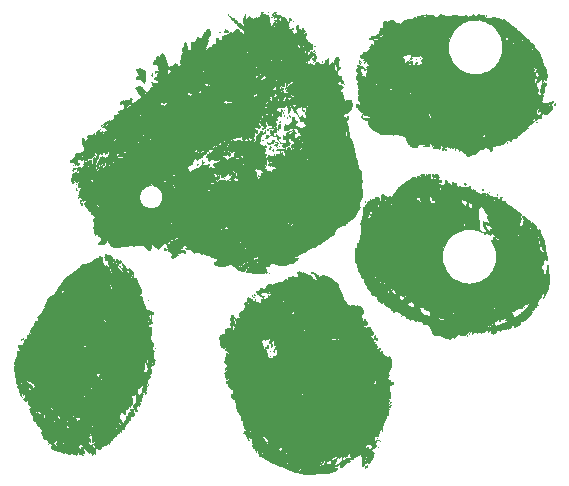
<source format=gbr>
%TF.GenerationSoftware,KiCad,Pcbnew,5.1.10-88a1d61d58~90~ubuntu20.04.1*%
%TF.CreationDate,2022-09-07T16:13:06+02:00*%
%TF.ProjectId,Wawies_PCB_ready,57617769-6573-45f5-9043-425f72656164,rev?*%
%TF.SameCoordinates,Original*%
%TF.FileFunction,Legend,Bot*%
%TF.FilePolarity,Positive*%
%FSLAX46Y46*%
G04 Gerber Fmt 4.6, Leading zero omitted, Abs format (unit mm)*
G04 Created by KiCad (PCBNEW 5.1.10-88a1d61d58~90~ubuntu20.04.1) date 2022-09-07 16:13:06*
%MOMM*%
%LPD*%
G01*
G04 APERTURE LIST*
%ADD10C,0.010000*%
G04 APERTURE END LIST*
D10*
%TO.C,G\u002A\u002A\u002A*%
G36*
X5222381Y29804068D02*
G01*
X5226843Y29798971D01*
X5236560Y29777144D01*
X5236128Y29752924D01*
X5228012Y29731763D01*
X5214677Y29719113D01*
X5198588Y29720425D01*
X5193255Y29724690D01*
X5186247Y29744232D01*
X5188774Y29771719D01*
X5199619Y29796308D01*
X5211788Y29808974D01*
X5222381Y29804068D01*
G37*
X5222381Y29804068D02*
X5226843Y29798971D01*
X5236560Y29777144D01*
X5236128Y29752924D01*
X5228012Y29731763D01*
X5214677Y29719113D01*
X5198588Y29720425D01*
X5193255Y29724690D01*
X5186247Y29744232D01*
X5188774Y29771719D01*
X5199619Y29796308D01*
X5211788Y29808974D01*
X5222381Y29804068D01*
G36*
X5992284Y29688367D02*
G01*
X5997493Y29678889D01*
X5984677Y29675744D01*
X5979584Y29675667D01*
X5962762Y29677801D01*
X5964452Y29685781D01*
X5966884Y29688367D01*
X5981285Y29695617D01*
X5992284Y29688367D01*
G37*
X5992284Y29688367D02*
X5997493Y29678889D01*
X5984677Y29675744D01*
X5979584Y29675667D01*
X5962762Y29677801D01*
X5964452Y29685781D01*
X5966884Y29688367D01*
X5981285Y29695617D01*
X5992284Y29688367D01*
G36*
X5300231Y29680725D02*
G01*
X5302250Y29675667D01*
X5294654Y29665386D01*
X5292291Y29665083D01*
X5277958Y29672777D01*
X5275792Y29675667D01*
X5278191Y29684727D01*
X5285751Y29686250D01*
X5300231Y29680725D01*
G37*
X5300231Y29680725D02*
X5302250Y29675667D01*
X5294654Y29665386D01*
X5292291Y29665083D01*
X5277958Y29672777D01*
X5275792Y29675667D01*
X5278191Y29684727D01*
X5285751Y29686250D01*
X5300231Y29680725D01*
G36*
X5644821Y29596873D02*
G01*
X5644744Y29585708D01*
X5637923Y29571805D01*
X5635789Y29569833D01*
X5627642Y29576798D01*
X5619750Y29585708D01*
X5612906Y29597918D01*
X5623942Y29601507D01*
X5628705Y29601583D01*
X5644821Y29596873D01*
G37*
X5644821Y29596873D02*
X5644744Y29585708D01*
X5637923Y29571805D01*
X5635789Y29569833D01*
X5627642Y29576798D01*
X5619750Y29585708D01*
X5612906Y29597918D01*
X5623942Y29601507D01*
X5628705Y29601583D01*
X5644821Y29596873D01*
G36*
X5181131Y29635512D02*
G01*
X5209236Y29614635D01*
X5222018Y29602599D01*
X5221427Y29596017D01*
X5209415Y29591498D01*
X5206861Y29590818D01*
X5155865Y29579134D01*
X5121715Y29575616D01*
X5101840Y29580001D01*
X5101701Y29580086D01*
X5094290Y29589211D01*
X5096757Y29605405D01*
X5108220Y29631117D01*
X5129082Y29673284D01*
X5181131Y29635512D01*
G37*
X5181131Y29635512D02*
X5209236Y29614635D01*
X5222018Y29602599D01*
X5221427Y29596017D01*
X5209415Y29591498D01*
X5206861Y29590818D01*
X5155865Y29579134D01*
X5121715Y29575616D01*
X5101840Y29580001D01*
X5101701Y29580086D01*
X5094290Y29589211D01*
X5096757Y29605405D01*
X5108220Y29631117D01*
X5129082Y29673284D01*
X5181131Y29635512D01*
G36*
X5053794Y29527092D02*
G01*
X5055290Y29510950D01*
X5043416Y29502051D01*
X5029140Y29505063D01*
X5021337Y29514615D01*
X5030932Y29526302D01*
X5046122Y29533482D01*
X5053794Y29527092D01*
G37*
X5053794Y29527092D02*
X5055290Y29510950D01*
X5043416Y29502051D01*
X5029140Y29505063D01*
X5021337Y29514615D01*
X5030932Y29526302D01*
X5046122Y29533482D01*
X5053794Y29527092D01*
G36*
X4886038Y29440891D02*
G01*
X4908372Y29434391D01*
X4918282Y29425477D01*
X4915141Y29410728D01*
X4902641Y29391273D01*
X4886273Y29373470D01*
X4871530Y29363676D01*
X4865574Y29364455D01*
X4860237Y29379521D01*
X4857770Y29405669D01*
X4857750Y29408259D01*
X4859475Y29432410D01*
X4867999Y29441263D01*
X4886038Y29440891D01*
G37*
X4886038Y29440891D02*
X4908372Y29434391D01*
X4918282Y29425477D01*
X4915141Y29410728D01*
X4902641Y29391273D01*
X4886273Y29373470D01*
X4871530Y29363676D01*
X4865574Y29364455D01*
X4860237Y29379521D01*
X4857770Y29405669D01*
X4857750Y29408259D01*
X4859475Y29432410D01*
X4867999Y29441263D01*
X4886038Y29440891D01*
G36*
X5694490Y29283732D02*
G01*
X5708999Y29274999D01*
X5709670Y29268010D01*
X5694510Y29258241D01*
X5679908Y29250665D01*
X5655592Y29235920D01*
X5641972Y29223256D01*
X5640917Y29220331D01*
X5632811Y29211466D01*
X5610640Y29214670D01*
X5591263Y29222642D01*
X5567374Y29239818D01*
X5563320Y29257090D01*
X5579376Y29271945D01*
X5585556Y29274609D01*
X5635577Y29289554D01*
X5673301Y29290858D01*
X5694490Y29283732D01*
G37*
X5694490Y29283732D02*
X5708999Y29274999D01*
X5709670Y29268010D01*
X5694510Y29258241D01*
X5679908Y29250665D01*
X5655592Y29235920D01*
X5641972Y29223256D01*
X5640917Y29220331D01*
X5632811Y29211466D01*
X5610640Y29214670D01*
X5591263Y29222642D01*
X5567374Y29239818D01*
X5563320Y29257090D01*
X5579376Y29271945D01*
X5585556Y29274609D01*
X5635577Y29289554D01*
X5673301Y29290858D01*
X5694490Y29283732D01*
G36*
X-5803241Y27222979D02*
G01*
X-5801843Y27201312D01*
X-5803241Y27196521D01*
X-5807104Y27195191D01*
X-5808579Y27209750D01*
X-5806916Y27224775D01*
X-5803241Y27222979D01*
G37*
X-5803241Y27222979D02*
X-5801843Y27201312D01*
X-5803241Y27196521D01*
X-5807104Y27195191D01*
X-5808579Y27209750D01*
X-5806916Y27224775D01*
X-5803241Y27222979D01*
G36*
X-5443590Y27137955D02*
G01*
X-5440627Y27117788D01*
X-5447206Y27092825D01*
X-5455517Y27078804D01*
X-5466768Y27066163D01*
X-5472933Y27070784D01*
X-5477488Y27086718D01*
X-5480301Y27119389D01*
X-5471109Y27140480D01*
X-5456040Y27146250D01*
X-5443590Y27137955D01*
G37*
X-5443590Y27137955D02*
X-5440627Y27117788D01*
X-5447206Y27092825D01*
X-5455517Y27078804D01*
X-5466768Y27066163D01*
X-5472933Y27070784D01*
X-5477488Y27086718D01*
X-5480301Y27119389D01*
X-5471109Y27140480D01*
X-5456040Y27146250D01*
X-5443590Y27137955D01*
G36*
X-5361612Y26909757D02*
G01*
X-5351702Y26902380D01*
X-5329817Y26882289D01*
X-5326142Y26866764D01*
X-5340899Y26849968D01*
X-5354060Y26840121D01*
X-5375036Y26826719D01*
X-5385674Y26826015D01*
X-5391102Y26834975D01*
X-5396999Y26866806D01*
X-5393790Y26898629D01*
X-5388581Y26911085D01*
X-5378540Y26917493D01*
X-5361612Y26909757D01*
G37*
X-5361612Y26909757D02*
X-5351702Y26902380D01*
X-5329817Y26882289D01*
X-5326142Y26866764D01*
X-5340899Y26849968D01*
X-5354060Y26840121D01*
X-5375036Y26826719D01*
X-5385674Y26826015D01*
X-5391102Y26834975D01*
X-5396999Y26866806D01*
X-5393790Y26898629D01*
X-5388581Y26911085D01*
X-5378540Y26917493D01*
X-5361612Y26909757D01*
G36*
X-13372400Y26722841D02*
G01*
X-13366538Y26717369D01*
X-13357529Y26702236D01*
X-13357702Y26696687D01*
X-13373328Y26691101D01*
X-13402030Y26687465D01*
X-13435768Y26686238D01*
X-13466504Y26687880D01*
X-13477875Y26689832D01*
X-13509625Y26697475D01*
X-13475755Y26715488D01*
X-13436750Y26729832D01*
X-13400144Y26732320D01*
X-13372400Y26722841D01*
G37*
X-13372400Y26722841D02*
X-13366538Y26717369D01*
X-13357529Y26702236D01*
X-13357702Y26696687D01*
X-13373328Y26691101D01*
X-13402030Y26687465D01*
X-13435768Y26686238D01*
X-13466504Y26687880D01*
X-13477875Y26689832D01*
X-13509625Y26697475D01*
X-13475755Y26715488D01*
X-13436750Y26729832D01*
X-13400144Y26732320D01*
X-13372400Y26722841D01*
G36*
X-9277768Y22990240D02*
G01*
X-9271215Y22975667D01*
X-9277992Y22966201D01*
X-9280959Y22965833D01*
X-9295394Y22973485D01*
X-9297006Y22975686D01*
X-9296500Y22988248D01*
X-9285312Y22993717D01*
X-9277768Y22990240D01*
G37*
X-9277768Y22990240D02*
X-9271215Y22975667D01*
X-9277992Y22966201D01*
X-9280959Y22965833D01*
X-9295394Y22973485D01*
X-9297006Y22975686D01*
X-9296500Y22988248D01*
X-9285312Y22993717D01*
X-9277768Y22990240D01*
G36*
X-9527974Y22745767D02*
G01*
X-9522439Y22738631D01*
X-9518575Y22716903D01*
X-9523556Y22709044D01*
X-9535120Y22704993D01*
X-9541466Y22714849D01*
X-9544254Y22734863D01*
X-9538355Y22746922D01*
X-9527974Y22745767D01*
G37*
X-9527974Y22745767D02*
X-9522439Y22738631D01*
X-9518575Y22716903D01*
X-9523556Y22709044D01*
X-9535120Y22704993D01*
X-9541466Y22714849D01*
X-9544254Y22734863D01*
X-9538355Y22746922D01*
X-9527974Y22745767D01*
G36*
X-12882562Y21842175D02*
G01*
X-12856093Y21831450D01*
X-12849481Y21819968D01*
X-12863239Y21809187D01*
X-12870063Y21806727D01*
X-12890491Y21793160D01*
X-12910217Y21769719D01*
X-12911229Y21768093D01*
X-12925092Y21749548D01*
X-12934694Y21744252D01*
X-12935712Y21745225D01*
X-12941474Y21761105D01*
X-12947865Y21786435D01*
X-12947468Y21819593D01*
X-12931220Y21839970D01*
X-12901508Y21845530D01*
X-12882562Y21842175D01*
G37*
X-12882562Y21842175D02*
X-12856093Y21831450D01*
X-12849481Y21819968D01*
X-12863239Y21809187D01*
X-12870063Y21806727D01*
X-12890491Y21793160D01*
X-12910217Y21769719D01*
X-12911229Y21768093D01*
X-12925092Y21749548D01*
X-12934694Y21744252D01*
X-12935712Y21745225D01*
X-12941474Y21761105D01*
X-12947865Y21786435D01*
X-12947468Y21819593D01*
X-12931220Y21839970D01*
X-12901508Y21845530D01*
X-12882562Y21842175D01*
G36*
X-4016263Y25386198D02*
G01*
X-4011691Y25375140D01*
X-4002502Y25340401D01*
X-4001467Y25310612D01*
X-4007451Y25289758D01*
X-4019316Y25281823D01*
X-4035778Y25290639D01*
X-4041170Y25306975D01*
X-4042466Y25334677D01*
X-4039956Y25364406D01*
X-4033934Y25386824D01*
X-4032695Y25389058D01*
X-4024362Y25396297D01*
X-4016263Y25386198D01*
G37*
X-4016263Y25386198D02*
X-4011691Y25375140D01*
X-4002502Y25340401D01*
X-4001467Y25310612D01*
X-4007451Y25289758D01*
X-4019316Y25281823D01*
X-4035778Y25290639D01*
X-4041170Y25306975D01*
X-4042466Y25334677D01*
X-4039956Y25364406D01*
X-4033934Y25386824D01*
X-4032695Y25389058D01*
X-4024362Y25396297D01*
X-4016263Y25386198D01*
G36*
X-5549241Y25296813D02*
G01*
X-5547843Y25275145D01*
X-5549241Y25270354D01*
X-5553104Y25269025D01*
X-5554579Y25283583D01*
X-5552916Y25298608D01*
X-5549241Y25296813D01*
G37*
X-5549241Y25296813D02*
X-5547843Y25275145D01*
X-5549241Y25270354D01*
X-5553104Y25269025D01*
X-5554579Y25283583D01*
X-5552916Y25298608D01*
X-5549241Y25296813D01*
G36*
X-3937317Y25263800D02*
G01*
X-3917664Y25251284D01*
X-3899729Y25234248D01*
X-3889530Y25218162D01*
X-3890660Y25209934D01*
X-3917071Y25196128D01*
X-3946389Y25195119D01*
X-3961202Y25201513D01*
X-3972688Y25221163D01*
X-3970921Y25245465D01*
X-3957273Y25263999D01*
X-3952671Y25266322D01*
X-3937317Y25263800D01*
G37*
X-3937317Y25263800D02*
X-3917664Y25251284D01*
X-3899729Y25234248D01*
X-3889530Y25218162D01*
X-3890660Y25209934D01*
X-3917071Y25196128D01*
X-3946389Y25195119D01*
X-3961202Y25201513D01*
X-3972688Y25221163D01*
X-3970921Y25245465D01*
X-3957273Y25263999D01*
X-3952671Y25266322D01*
X-3937317Y25263800D01*
G36*
X-5774563Y25302679D02*
G01*
X-5750980Y25296974D01*
X-5745645Y25285279D01*
X-5746058Y25283583D01*
X-5749606Y25264119D01*
X-5753416Y25232641D01*
X-5755083Y25214792D01*
X-5762397Y25168781D01*
X-5774687Y25142779D01*
X-5791512Y25137026D01*
X-5812431Y25151765D01*
X-5829184Y25174262D01*
X-5843724Y25199442D01*
X-5846696Y25214917D01*
X-5839248Y25227906D01*
X-5837946Y25229377D01*
X-5823687Y25252651D01*
X-5815075Y25276220D01*
X-5806741Y25296887D01*
X-5791057Y25303387D01*
X-5774563Y25302679D01*
G37*
X-5774563Y25302679D02*
X-5750980Y25296974D01*
X-5745645Y25285279D01*
X-5746058Y25283583D01*
X-5749606Y25264119D01*
X-5753416Y25232641D01*
X-5755083Y25214792D01*
X-5762397Y25168781D01*
X-5774687Y25142779D01*
X-5791512Y25137026D01*
X-5812431Y25151765D01*
X-5829184Y25174262D01*
X-5843724Y25199442D01*
X-5846696Y25214917D01*
X-5839248Y25227906D01*
X-5837946Y25229377D01*
X-5823687Y25252651D01*
X-5815075Y25276220D01*
X-5806741Y25296887D01*
X-5791057Y25303387D01*
X-5774563Y25302679D01*
G36*
X-4529266Y25063641D02*
G01*
X-4525839Y25056042D01*
X-4525619Y25042414D01*
X-4529999Y25040167D01*
X-4539095Y25048744D01*
X-4540250Y25056042D01*
X-4537986Y25070162D01*
X-4536090Y25071917D01*
X-4529266Y25063641D01*
G37*
X-4529266Y25063641D02*
X-4525839Y25056042D01*
X-4525619Y25042414D01*
X-4529999Y25040167D01*
X-4539095Y25048744D01*
X-4540250Y25056042D01*
X-4537986Y25070162D01*
X-4536090Y25071917D01*
X-4529266Y25063641D01*
G36*
X-5615837Y25049222D02*
G01*
X-5619507Y25034738D01*
X-5623189Y25031121D01*
X-5638718Y25024813D01*
X-5651288Y25034619D01*
X-5658488Y25048590D01*
X-5647333Y25057072D01*
X-5646689Y25057322D01*
X-5626655Y25058708D01*
X-5615837Y25049222D01*
G37*
X-5615837Y25049222D02*
X-5619507Y25034738D01*
X-5623189Y25031121D01*
X-5638718Y25024813D01*
X-5651288Y25034619D01*
X-5658488Y25048590D01*
X-5647333Y25057072D01*
X-5646689Y25057322D01*
X-5626655Y25058708D01*
X-5615837Y25049222D01*
G36*
X-4441643Y24972601D02*
G01*
X-4441253Y24956659D01*
X-4449202Y24947859D01*
X-4459299Y24952953D01*
X-4459445Y24953187D01*
X-4459460Y24968701D01*
X-4456358Y24975414D01*
X-4447916Y24982673D01*
X-4441643Y24972601D01*
G37*
X-4441643Y24972601D02*
X-4441253Y24956659D01*
X-4449202Y24947859D01*
X-4459299Y24952953D01*
X-4459445Y24953187D01*
X-4459460Y24968701D01*
X-4456358Y24975414D01*
X-4447916Y24982673D01*
X-4441643Y24972601D01*
G36*
X-5118580Y24808594D02*
G01*
X-5117041Y24807333D01*
X-5103888Y24794652D01*
X-5101166Y24790163D01*
X-5109810Y24786608D01*
X-5117041Y24786167D01*
X-5130767Y24794736D01*
X-5132916Y24803338D01*
X-5130133Y24814568D01*
X-5118580Y24808594D01*
G37*
X-5118580Y24808594D02*
X-5117041Y24807333D01*
X-5103888Y24794652D01*
X-5101166Y24790163D01*
X-5109810Y24786608D01*
X-5117041Y24786167D01*
X-5130767Y24794736D01*
X-5132916Y24803338D01*
X-5130133Y24814568D01*
X-5118580Y24808594D01*
G36*
X-5545239Y24840726D02*
G01*
X-5535909Y24820458D01*
X-5533505Y24798697D01*
X-5538018Y24787465D01*
X-5555717Y24776317D01*
X-5571442Y24784777D01*
X-5574902Y24788813D01*
X-5579424Y24806373D01*
X-5575573Y24828668D01*
X-5566032Y24845869D01*
X-5558290Y24849667D01*
X-5545239Y24840726D01*
G37*
X-5545239Y24840726D02*
X-5535909Y24820458D01*
X-5533505Y24798697D01*
X-5538018Y24787465D01*
X-5555717Y24776317D01*
X-5571442Y24784777D01*
X-5574902Y24788813D01*
X-5579424Y24806373D01*
X-5575573Y24828668D01*
X-5566032Y24845869D01*
X-5558290Y24849667D01*
X-5545239Y24840726D01*
G36*
X-4357590Y24802757D02*
G01*
X-4357102Y24782343D01*
X-4360156Y24765000D01*
X-4367012Y24738542D01*
X-4372658Y24766962D01*
X-4374335Y24792410D01*
X-4370791Y24807537D01*
X-4362607Y24812970D01*
X-4357590Y24802757D01*
G37*
X-4357590Y24802757D02*
X-4357102Y24782343D01*
X-4360156Y24765000D01*
X-4367012Y24738542D01*
X-4372658Y24766962D01*
X-4374335Y24792410D01*
X-4370791Y24807537D01*
X-4362607Y24812970D01*
X-4357590Y24802757D01*
G36*
X-5039255Y24756338D02*
G01*
X-5032144Y24740315D01*
X-5029229Y24719769D01*
X-5032510Y24703022D01*
X-5034384Y24700549D01*
X-5047846Y24695736D01*
X-5051601Y24697796D01*
X-5058011Y24715002D01*
X-5057690Y24738733D01*
X-5051225Y24757071D01*
X-5048560Y24759517D01*
X-5039255Y24756338D01*
G37*
X-5039255Y24756338D02*
X-5032144Y24740315D01*
X-5029229Y24719769D01*
X-5032510Y24703022D01*
X-5034384Y24700549D01*
X-5047846Y24695736D01*
X-5051601Y24697796D01*
X-5058011Y24715002D01*
X-5057690Y24738733D01*
X-5051225Y24757071D01*
X-5048560Y24759517D01*
X-5039255Y24756338D01*
G36*
X-5282601Y24640685D02*
G01*
X-5281083Y24626278D01*
X-5286547Y24605673D01*
X-5299075Y24601892D01*
X-5312080Y24615426D01*
X-5317015Y24635909D01*
X-5308991Y24647380D01*
X-5292293Y24653487D01*
X-5282601Y24640685D01*
G37*
X-5282601Y24640685D02*
X-5281083Y24626278D01*
X-5286547Y24605673D01*
X-5299075Y24601892D01*
X-5312080Y24615426D01*
X-5317015Y24635909D01*
X-5308991Y24647380D01*
X-5292293Y24653487D01*
X-5282601Y24640685D01*
G36*
X-6156363Y24477470D02*
G01*
X-6141676Y24471731D01*
X-6140958Y24466021D01*
X-6153396Y24456668D01*
X-6178676Y24449099D01*
X-6208479Y24444728D01*
X-6234484Y24444969D01*
X-6245407Y24448267D01*
X-6254281Y24459837D01*
X-6245066Y24469991D01*
X-6220838Y24477015D01*
X-6189743Y24479250D01*
X-6156363Y24477470D01*
G37*
X-6156363Y24477470D02*
X-6141676Y24471731D01*
X-6140958Y24466021D01*
X-6153396Y24456668D01*
X-6178676Y24449099D01*
X-6208479Y24444728D01*
X-6234484Y24444969D01*
X-6245407Y24448267D01*
X-6254281Y24459837D01*
X-6245066Y24469991D01*
X-6220838Y24477015D01*
X-6189743Y24479250D01*
X-6156363Y24477470D01*
G36*
X-5884333Y24259076D02*
G01*
X-5884238Y24233106D01*
X-5884010Y24217463D01*
X-5884004Y24217313D01*
X-5892479Y24209824D01*
X-5912383Y24206583D01*
X-5934272Y24208329D01*
X-5945153Y24212528D01*
X-5948864Y24222648D01*
X-5937314Y24240465D01*
X-5921340Y24257034D01*
X-5884333Y24292902D01*
X-5884333Y24259076D01*
G37*
X-5884333Y24259076D02*
X-5884238Y24233106D01*
X-5884010Y24217463D01*
X-5884004Y24217313D01*
X-5892479Y24209824D01*
X-5912383Y24206583D01*
X-5934272Y24208329D01*
X-5945153Y24212528D01*
X-5948864Y24222648D01*
X-5937314Y24240465D01*
X-5921340Y24257034D01*
X-5884333Y24292902D01*
X-5884333Y24259076D01*
G36*
X-5965660Y24069402D02*
G01*
X-5941863Y24056437D01*
X-5916174Y24035930D01*
X-5894403Y24012257D01*
X-5885368Y23997803D01*
X-5876242Y23968024D01*
X-5879251Y23934854D01*
X-5881429Y23926098D01*
X-5886539Y23872704D01*
X-5881238Y23841563D01*
X-5875354Y23812965D01*
X-5877418Y23797246D01*
X-5888510Y23787267D01*
X-5889541Y23786663D01*
X-5915130Y23767602D01*
X-5942491Y23737436D01*
X-5957120Y23718371D01*
X-5971854Y23702006D01*
X-5982355Y23702266D01*
X-5987662Y23707787D01*
X-6000765Y23723414D01*
X-6022596Y23748705D01*
X-6042421Y23771350D01*
X-6075226Y23819407D01*
X-6087012Y23865209D01*
X-6077775Y23908708D01*
X-6059168Y23937320D01*
X-6038452Y23967026D01*
X-6018115Y24003936D01*
X-6012419Y24016341D01*
X-5998490Y24045522D01*
X-5986193Y24065779D01*
X-5981759Y24070447D01*
X-5965660Y24069402D01*
G37*
X-5965660Y24069402D02*
X-5941863Y24056437D01*
X-5916174Y24035930D01*
X-5894403Y24012257D01*
X-5885368Y23997803D01*
X-5876242Y23968024D01*
X-5879251Y23934854D01*
X-5881429Y23926098D01*
X-5886539Y23872704D01*
X-5881238Y23841563D01*
X-5875354Y23812965D01*
X-5877418Y23797246D01*
X-5888510Y23787267D01*
X-5889541Y23786663D01*
X-5915130Y23767602D01*
X-5942491Y23737436D01*
X-5957120Y23718371D01*
X-5971854Y23702006D01*
X-5982355Y23702266D01*
X-5987662Y23707787D01*
X-6000765Y23723414D01*
X-6022596Y23748705D01*
X-6042421Y23771350D01*
X-6075226Y23819407D01*
X-6087012Y23865209D01*
X-6077775Y23908708D01*
X-6059168Y23937320D01*
X-6038452Y23967026D01*
X-6018115Y24003936D01*
X-6012419Y24016341D01*
X-5998490Y24045522D01*
X-5986193Y24065779D01*
X-5981759Y24070447D01*
X-5965660Y24069402D01*
G36*
X-7309875Y23747963D02*
G01*
X-7305683Y23742614D01*
X-7299206Y23718386D01*
X-7307948Y23692668D01*
X-7327690Y23672354D01*
X-7353572Y23664333D01*
X-7379934Y23668662D01*
X-7395633Y23677033D01*
X-7407785Y23699085D01*
X-7398863Y23719752D01*
X-7368924Y23738926D01*
X-7363330Y23741371D01*
X-7335350Y23752271D01*
X-7319792Y23754420D01*
X-7309875Y23747963D01*
G37*
X-7309875Y23747963D02*
X-7305683Y23742614D01*
X-7299206Y23718386D01*
X-7307948Y23692668D01*
X-7327690Y23672354D01*
X-7353572Y23664333D01*
X-7379934Y23668662D01*
X-7395633Y23677033D01*
X-7407785Y23699085D01*
X-7398863Y23719752D01*
X-7368924Y23738926D01*
X-7363330Y23741371D01*
X-7335350Y23752271D01*
X-7319792Y23754420D01*
X-7309875Y23747963D01*
G36*
X-6913446Y23651704D02*
G01*
X-6902163Y23643716D01*
X-6900333Y23632322D01*
X-6910084Y23611238D01*
X-6927480Y23600572D01*
X-6965114Y23591081D01*
X-6991830Y23597019D01*
X-7009759Y23615600D01*
X-7020184Y23634022D01*
X-7016644Y23642604D01*
X-7003038Y23647206D01*
X-6976505Y23651500D01*
X-6943138Y23653576D01*
X-6940021Y23653606D01*
X-6913446Y23651704D01*
G37*
X-6913446Y23651704D02*
X-6902163Y23643716D01*
X-6900333Y23632322D01*
X-6910084Y23611238D01*
X-6927480Y23600572D01*
X-6965114Y23591081D01*
X-6991830Y23597019D01*
X-7009759Y23615600D01*
X-7020184Y23634022D01*
X-7016644Y23642604D01*
X-7003038Y23647206D01*
X-6976505Y23651500D01*
X-6943138Y23653576D01*
X-6940021Y23653606D01*
X-6913446Y23651704D01*
G36*
X-6049196Y23665355D02*
G01*
X-6042854Y23658766D01*
X-6036583Y23639317D01*
X-6036543Y23610825D01*
X-6041756Y23582961D01*
X-6051245Y23565398D01*
X-6052369Y23564593D01*
X-6062078Y23569671D01*
X-6076767Y23588567D01*
X-6083704Y23600050D01*
X-6106573Y23640739D01*
X-6081090Y23657436D01*
X-6061384Y23668009D01*
X-6049196Y23665355D01*
G37*
X-6049196Y23665355D02*
X-6042854Y23658766D01*
X-6036583Y23639317D01*
X-6036543Y23610825D01*
X-6041756Y23582961D01*
X-6051245Y23565398D01*
X-6052369Y23564593D01*
X-6062078Y23569671D01*
X-6076767Y23588567D01*
X-6083704Y23600050D01*
X-6106573Y23640739D01*
X-6081090Y23657436D01*
X-6061384Y23668009D01*
X-6049196Y23665355D01*
G36*
X-6303756Y23061406D02*
G01*
X-6303214Y23053843D01*
X-6322351Y23051144D01*
X-6329362Y23051171D01*
X-6352408Y23052095D01*
X-6356105Y23054856D01*
X-6342274Y23061273D01*
X-6340268Y23062077D01*
X-6313583Y23066498D01*
X-6303756Y23061406D01*
G37*
X-6303756Y23061406D02*
X-6303214Y23053843D01*
X-6322351Y23051144D01*
X-6329362Y23051171D01*
X-6352408Y23052095D01*
X-6356105Y23054856D01*
X-6342274Y23061273D01*
X-6340268Y23062077D01*
X-6313583Y23066498D01*
X-6303756Y23061406D01*
G36*
X-6950449Y23170864D02*
G01*
X-6912406Y23162562D01*
X-6889342Y23148689D01*
X-6875075Y23124018D01*
X-6867971Y23101143D01*
X-6862217Y23076060D01*
X-6863983Y23059153D01*
X-6876248Y23042998D01*
X-6899653Y23022169D01*
X-6929957Y22991181D01*
X-6945647Y22960176D01*
X-6949380Y22943451D01*
X-6958778Y22912140D01*
X-6973209Y22892557D01*
X-6975135Y22891366D01*
X-6993830Y22886475D01*
X-7024820Y22883211D01*
X-7062404Y22881587D01*
X-7100884Y22881615D01*
X-7134560Y22883309D01*
X-7157733Y22886681D01*
X-7164916Y22890929D01*
X-7155916Y22900357D01*
X-7133790Y22910882D01*
X-7129139Y22912500D01*
X-7107063Y22922901D01*
X-7089803Y22940536D01*
X-7072731Y22970819D01*
X-7064975Y22987560D01*
X-7047667Y23033295D01*
X-7043597Y23066515D01*
X-7052760Y23091216D01*
X-7064785Y23103757D01*
X-7078293Y23123429D01*
X-7073861Y23142106D01*
X-7054698Y23157904D01*
X-7024013Y23168939D01*
X-6985014Y23173330D01*
X-6950449Y23170864D01*
G37*
X-6950449Y23170864D02*
X-6912406Y23162562D01*
X-6889342Y23148689D01*
X-6875075Y23124018D01*
X-6867971Y23101143D01*
X-6862217Y23076060D01*
X-6863983Y23059153D01*
X-6876248Y23042998D01*
X-6899653Y23022169D01*
X-6929957Y22991181D01*
X-6945647Y22960176D01*
X-6949380Y22943451D01*
X-6958778Y22912140D01*
X-6973209Y22892557D01*
X-6975135Y22891366D01*
X-6993830Y22886475D01*
X-7024820Y22883211D01*
X-7062404Y22881587D01*
X-7100884Y22881615D01*
X-7134560Y22883309D01*
X-7157733Y22886681D01*
X-7164916Y22890929D01*
X-7155916Y22900357D01*
X-7133790Y22910882D01*
X-7129139Y22912500D01*
X-7107063Y22922901D01*
X-7089803Y22940536D01*
X-7072731Y22970819D01*
X-7064975Y22987560D01*
X-7047667Y23033295D01*
X-7043597Y23066515D01*
X-7052760Y23091216D01*
X-7064785Y23103757D01*
X-7078293Y23123429D01*
X-7073861Y23142106D01*
X-7054698Y23157904D01*
X-7024013Y23168939D01*
X-6985014Y23173330D01*
X-6950449Y23170864D01*
G36*
X-6217446Y23190904D02*
G01*
X-6215958Y23188796D01*
X-6195622Y23171975D01*
X-6169257Y23161444D01*
X-6144657Y23151001D01*
X-6126498Y23128771D01*
X-6117479Y23110335D01*
X-6097792Y23074856D01*
X-6071274Y23038158D01*
X-6061303Y23026688D01*
X-6034251Y23001327D01*
X-6010093Y22989558D01*
X-5984871Y22987000D01*
X-5957671Y22983914D01*
X-5934792Y22971847D01*
X-5908451Y22946584D01*
X-5906691Y22944667D01*
X-5882240Y22920754D01*
X-5861225Y22905044D01*
X-5852352Y22901546D01*
X-5854609Y22899266D01*
X-5873918Y22893839D01*
X-5906571Y22886248D01*
X-5924187Y22882481D01*
X-5966894Y22871912D01*
X-6003015Y22859992D01*
X-6026305Y22848871D01*
X-6029735Y22846134D01*
X-6041752Y22824537D01*
X-6051004Y22790458D01*
X-6053596Y22772595D01*
X-6057127Y22741802D01*
X-6059934Y22730203D01*
X-6063182Y22735911D01*
X-6066789Y22751239D01*
X-6077594Y22777887D01*
X-6098542Y22790547D01*
X-6103616Y22791810D01*
X-6129288Y22797740D01*
X-6144556Y22801686D01*
X-6152168Y22813488D01*
X-6160326Y22841327D01*
X-6168142Y22880123D01*
X-6174728Y22924795D01*
X-6179194Y22970262D01*
X-6180666Y23008084D01*
X-6182713Y23043728D01*
X-6191592Y23068800D01*
X-6211415Y23093717D01*
X-6216577Y23099108D01*
X-6237918Y23122775D01*
X-6246470Y23140205D01*
X-6244976Y23159545D01*
X-6241298Y23172542D01*
X-6233279Y23195624D01*
X-6226685Y23200875D01*
X-6217446Y23190904D01*
G37*
X-6217446Y23190904D02*
X-6215958Y23188796D01*
X-6195622Y23171975D01*
X-6169257Y23161444D01*
X-6144657Y23151001D01*
X-6126498Y23128771D01*
X-6117479Y23110335D01*
X-6097792Y23074856D01*
X-6071274Y23038158D01*
X-6061303Y23026688D01*
X-6034251Y23001327D01*
X-6010093Y22989558D01*
X-5984871Y22987000D01*
X-5957671Y22983914D01*
X-5934792Y22971847D01*
X-5908451Y22946584D01*
X-5906691Y22944667D01*
X-5882240Y22920754D01*
X-5861225Y22905044D01*
X-5852352Y22901546D01*
X-5854609Y22899266D01*
X-5873918Y22893839D01*
X-5906571Y22886248D01*
X-5924187Y22882481D01*
X-5966894Y22871912D01*
X-6003015Y22859992D01*
X-6026305Y22848871D01*
X-6029735Y22846134D01*
X-6041752Y22824537D01*
X-6051004Y22790458D01*
X-6053596Y22772595D01*
X-6057127Y22741802D01*
X-6059934Y22730203D01*
X-6063182Y22735911D01*
X-6066789Y22751239D01*
X-6077594Y22777887D01*
X-6098542Y22790547D01*
X-6103616Y22791810D01*
X-6129288Y22797740D01*
X-6144556Y22801686D01*
X-6152168Y22813488D01*
X-6160326Y22841327D01*
X-6168142Y22880123D01*
X-6174728Y22924795D01*
X-6179194Y22970262D01*
X-6180666Y23008084D01*
X-6182713Y23043728D01*
X-6191592Y23068800D01*
X-6211415Y23093717D01*
X-6216577Y23099108D01*
X-6237918Y23122775D01*
X-6246470Y23140205D01*
X-6244976Y23159545D01*
X-6241298Y23172542D01*
X-6233279Y23195624D01*
X-6226685Y23200875D01*
X-6217446Y23190904D01*
G36*
X-7388591Y22740221D02*
G01*
X-7371774Y22736728D01*
X-7334955Y22727708D01*
X-7376975Y22709957D01*
X-7403572Y22699508D01*
X-7417692Y22698072D01*
X-7426179Y22706010D01*
X-7429996Y22712760D01*
X-7433394Y22731834D01*
X-7419119Y22741183D01*
X-7388591Y22740221D01*
G37*
X-7388591Y22740221D02*
X-7371774Y22736728D01*
X-7334955Y22727708D01*
X-7376975Y22709957D01*
X-7403572Y22699508D01*
X-7417692Y22698072D01*
X-7426179Y22706010D01*
X-7429996Y22712760D01*
X-7433394Y22731834D01*
X-7419119Y22741183D01*
X-7388591Y22740221D01*
G36*
X-5965576Y22654675D02*
G01*
X-5965142Y22638055D01*
X-5974139Y22630912D01*
X-5985338Y22638500D01*
X-5985735Y22655401D01*
X-5982183Y22660550D01*
X-5970745Y22662913D01*
X-5965576Y22654675D01*
G37*
X-5965576Y22654675D02*
X-5965142Y22638055D01*
X-5974139Y22630912D01*
X-5985338Y22638500D01*
X-5985735Y22655401D01*
X-5982183Y22660550D01*
X-5970745Y22662913D01*
X-5965576Y22654675D01*
G36*
X-6268330Y22567392D02*
G01*
X-6260041Y22564443D01*
X-6249944Y22558706D01*
X-6257048Y22554668D01*
X-6278886Y22551399D01*
X-6305900Y22549531D01*
X-6322402Y22550855D01*
X-6323865Y22551643D01*
X-6329036Y22564172D01*
X-6318280Y22571620D01*
X-6296432Y22573017D01*
X-6268330Y22567392D01*
G37*
X-6268330Y22567392D02*
X-6260041Y22564443D01*
X-6249944Y22558706D01*
X-6257048Y22554668D01*
X-6278886Y22551399D01*
X-6305900Y22549531D01*
X-6322402Y22550855D01*
X-6323865Y22551643D01*
X-6329036Y22564172D01*
X-6318280Y22571620D01*
X-6296432Y22573017D01*
X-6268330Y22567392D01*
G36*
X-6408432Y22685065D02*
G01*
X-6392874Y22679962D01*
X-6390371Y22677270D01*
X-6382022Y22650295D01*
X-6393946Y22626453D01*
X-6422778Y22606666D01*
X-6453165Y22587985D01*
X-6469664Y22566688D01*
X-6476211Y22535750D01*
X-6477000Y22509885D01*
X-6479470Y22479947D01*
X-6487857Y22469899D01*
X-6503629Y22478937D01*
X-6514041Y22489583D01*
X-6539461Y22505966D01*
X-6575971Y22509551D01*
X-6625787Y22500328D01*
X-6662575Y22488784D01*
X-6715891Y22468247D01*
X-6750589Y22449757D01*
X-6768925Y22431840D01*
X-6773333Y22416388D01*
X-6778441Y22399450D01*
X-6795925Y22389225D01*
X-6829023Y22384480D01*
X-6859092Y22383750D01*
X-6891514Y22385134D01*
X-6909805Y22391275D01*
X-6920930Y22405155D01*
X-6924051Y22411581D01*
X-6944545Y22436135D01*
X-6979526Y22457699D01*
X-6983459Y22459441D01*
X-7011013Y22471956D01*
X-7022029Y22480859D01*
X-7019559Y22490561D01*
X-7011553Y22500062D01*
X-6991382Y22514107D01*
X-6975453Y22511305D01*
X-6941927Y22499512D01*
X-6894013Y22490437D01*
X-6838397Y22484844D01*
X-6781767Y22483491D01*
X-6746964Y22485302D01*
X-6667500Y22492503D01*
X-6667500Y22533105D01*
X-6664687Y22562144D01*
X-6652842Y22579566D01*
X-6635786Y22590106D01*
X-6609484Y22611557D01*
X-6589796Y22640696D01*
X-6589396Y22641631D01*
X-6581446Y22658836D01*
X-6571923Y22669633D01*
X-6555893Y22676035D01*
X-6528425Y22680055D01*
X-6486694Y22683544D01*
X-6438676Y22686191D01*
X-6408432Y22685065D01*
G37*
X-6408432Y22685065D02*
X-6392874Y22679962D01*
X-6390371Y22677270D01*
X-6382022Y22650295D01*
X-6393946Y22626453D01*
X-6422778Y22606666D01*
X-6453165Y22587985D01*
X-6469664Y22566688D01*
X-6476211Y22535750D01*
X-6477000Y22509885D01*
X-6479470Y22479947D01*
X-6487857Y22469899D01*
X-6503629Y22478937D01*
X-6514041Y22489583D01*
X-6539461Y22505966D01*
X-6575971Y22509551D01*
X-6625787Y22500328D01*
X-6662575Y22488784D01*
X-6715891Y22468247D01*
X-6750589Y22449757D01*
X-6768925Y22431840D01*
X-6773333Y22416388D01*
X-6778441Y22399450D01*
X-6795925Y22389225D01*
X-6829023Y22384480D01*
X-6859092Y22383750D01*
X-6891514Y22385134D01*
X-6909805Y22391275D01*
X-6920930Y22405155D01*
X-6924051Y22411581D01*
X-6944545Y22436135D01*
X-6979526Y22457699D01*
X-6983459Y22459441D01*
X-7011013Y22471956D01*
X-7022029Y22480859D01*
X-7019559Y22490561D01*
X-7011553Y22500062D01*
X-6991382Y22514107D01*
X-6975453Y22511305D01*
X-6941927Y22499512D01*
X-6894013Y22490437D01*
X-6838397Y22484844D01*
X-6781767Y22483491D01*
X-6746964Y22485302D01*
X-6667500Y22492503D01*
X-6667500Y22533105D01*
X-6664687Y22562144D01*
X-6652842Y22579566D01*
X-6635786Y22590106D01*
X-6609484Y22611557D01*
X-6589796Y22640696D01*
X-6589396Y22641631D01*
X-6581446Y22658836D01*
X-6571923Y22669633D01*
X-6555893Y22676035D01*
X-6528425Y22680055D01*
X-6486694Y22683544D01*
X-6438676Y22686191D01*
X-6408432Y22685065D01*
G36*
X-6145105Y22549227D02*
G01*
X-6139867Y22541758D01*
X-6129122Y22524716D01*
X-6109440Y22502927D01*
X-6106431Y22500055D01*
X-6088407Y22482038D01*
X-6084780Y22471316D01*
X-6094291Y22460943D01*
X-6098711Y22457483D01*
X-6112058Y22440182D01*
X-6121193Y22409969D01*
X-6126738Y22370598D01*
X-6131819Y22331134D01*
X-6139286Y22305185D01*
X-6152614Y22285128D01*
X-6175280Y22263339D01*
X-6175891Y22262799D01*
X-6200451Y22241955D01*
X-6218280Y22228366D01*
X-6223655Y22225441D01*
X-6233229Y22232786D01*
X-6249081Y22251421D01*
X-6252116Y22255452D01*
X-6285007Y22283341D01*
X-6314961Y22292855D01*
X-6351052Y22299307D01*
X-6384238Y22305586D01*
X-6386264Y22305988D01*
X-6417237Y22312169D01*
X-6375821Y22326407D01*
X-6346722Y22339110D01*
X-6325981Y22352945D01*
X-6323053Y22356170D01*
X-6307288Y22366140D01*
X-6278325Y22366998D01*
X-6267113Y22365713D01*
X-6228819Y22364650D01*
X-6203150Y22375277D01*
X-6188041Y22400091D01*
X-6181430Y22441591D01*
X-6180666Y22470389D01*
X-6179637Y22510845D01*
X-6175855Y22534830D01*
X-6168281Y22546968D01*
X-6162780Y22550028D01*
X-6145105Y22549227D01*
G37*
X-6145105Y22549227D02*
X-6139867Y22541758D01*
X-6129122Y22524716D01*
X-6109440Y22502927D01*
X-6106431Y22500055D01*
X-6088407Y22482038D01*
X-6084780Y22471316D01*
X-6094291Y22460943D01*
X-6098711Y22457483D01*
X-6112058Y22440182D01*
X-6121193Y22409969D01*
X-6126738Y22370598D01*
X-6131819Y22331134D01*
X-6139286Y22305185D01*
X-6152614Y22285128D01*
X-6175280Y22263339D01*
X-6175891Y22262799D01*
X-6200451Y22241955D01*
X-6218280Y22228366D01*
X-6223655Y22225441D01*
X-6233229Y22232786D01*
X-6249081Y22251421D01*
X-6252116Y22255452D01*
X-6285007Y22283341D01*
X-6314961Y22292855D01*
X-6351052Y22299307D01*
X-6384238Y22305586D01*
X-6386264Y22305988D01*
X-6417237Y22312169D01*
X-6375821Y22326407D01*
X-6346722Y22339110D01*
X-6325981Y22352945D01*
X-6323053Y22356170D01*
X-6307288Y22366140D01*
X-6278325Y22366998D01*
X-6267113Y22365713D01*
X-6228819Y22364650D01*
X-6203150Y22375277D01*
X-6188041Y22400091D01*
X-6181430Y22441591D01*
X-6180666Y22470389D01*
X-6179637Y22510845D01*
X-6175855Y22534830D01*
X-6168281Y22546968D01*
X-6162780Y22550028D01*
X-6145105Y22549227D01*
G36*
X-5959670Y22236358D02*
G01*
X-5952410Y22227917D01*
X-5962482Y22221644D01*
X-5979667Y22220914D01*
X-5984709Y22224731D01*
X-5984861Y22236764D01*
X-5972278Y22240699D01*
X-5959670Y22236358D01*
G37*
X-5959670Y22236358D02*
X-5952410Y22227917D01*
X-5962482Y22221644D01*
X-5979667Y22220914D01*
X-5984709Y22224731D01*
X-5984861Y22236764D01*
X-5972278Y22240699D01*
X-5959670Y22236358D01*
G36*
X-6131216Y22154848D02*
G01*
X-6129778Y22151711D01*
X-6134887Y22142060D01*
X-6143625Y22140333D01*
X-6156797Y22145703D01*
X-6157471Y22151711D01*
X-6146545Y22162645D01*
X-6143625Y22163088D01*
X-6131216Y22154848D01*
G37*
X-6131216Y22154848D02*
X-6129778Y22151711D01*
X-6134887Y22142060D01*
X-6143625Y22140333D01*
X-6156797Y22145703D01*
X-6157471Y22151711D01*
X-6146545Y22162645D01*
X-6143625Y22163088D01*
X-6131216Y22154848D01*
G36*
X-7124173Y22248068D02*
G01*
X-7117977Y22246359D01*
X-7088702Y22236743D01*
X-7073658Y22224825D01*
X-7066427Y22203637D01*
X-7063747Y22187464D01*
X-7061028Y22156872D01*
X-7062391Y22134725D01*
X-7063910Y22130502D01*
X-7078657Y22123347D01*
X-7106763Y22119863D01*
X-7140761Y22119945D01*
X-7173183Y22123489D01*
X-7196562Y22130391D01*
X-7199813Y22132396D01*
X-7210956Y22152390D01*
X-7211804Y22182291D01*
X-7203432Y22214153D01*
X-7186915Y22240031D01*
X-7184996Y22241859D01*
X-7170024Y22252204D01*
X-7152402Y22254096D01*
X-7124173Y22248068D01*
G37*
X-7124173Y22248068D02*
X-7117977Y22246359D01*
X-7088702Y22236743D01*
X-7073658Y22224825D01*
X-7066427Y22203637D01*
X-7063747Y22187464D01*
X-7061028Y22156872D01*
X-7062391Y22134725D01*
X-7063910Y22130502D01*
X-7078657Y22123347D01*
X-7106763Y22119863D01*
X-7140761Y22119945D01*
X-7173183Y22123489D01*
X-7196562Y22130391D01*
X-7199813Y22132396D01*
X-7210956Y22152390D01*
X-7211804Y22182291D01*
X-7203432Y22214153D01*
X-7186915Y22240031D01*
X-7184996Y22241859D01*
X-7170024Y22252204D01*
X-7152402Y22254096D01*
X-7124173Y22248068D01*
G36*
X-6709407Y22171780D02*
G01*
X-6689472Y22156104D01*
X-6684806Y22144010D01*
X-6693064Y22127338D01*
X-6695546Y22123520D01*
X-6706325Y22098253D01*
X-6715454Y22061702D01*
X-6719203Y22036818D01*
X-6723577Y22002618D01*
X-6729438Y21984160D01*
X-6740031Y21976095D01*
X-6757839Y21973144D01*
X-6782615Y21972894D01*
X-6796644Y21976672D01*
X-6795062Y21987997D01*
X-6783035Y22003632D01*
X-6766485Y22034624D01*
X-6762691Y22068896D01*
X-6759794Y22109223D01*
X-6752772Y22149099D01*
X-6751525Y22153869D01*
X-6740419Y22193863D01*
X-6709407Y22171780D01*
G37*
X-6709407Y22171780D02*
X-6689472Y22156104D01*
X-6684806Y22144010D01*
X-6693064Y22127338D01*
X-6695546Y22123520D01*
X-6706325Y22098253D01*
X-6715454Y22061702D01*
X-6719203Y22036818D01*
X-6723577Y22002618D01*
X-6729438Y21984160D01*
X-6740031Y21976095D01*
X-6757839Y21973144D01*
X-6782615Y21972894D01*
X-6796644Y21976672D01*
X-6795062Y21987997D01*
X-6783035Y22003632D01*
X-6766485Y22034624D01*
X-6762691Y22068896D01*
X-6759794Y22109223D01*
X-6752772Y22149099D01*
X-6751525Y22153869D01*
X-6740419Y22193863D01*
X-6709407Y22171780D01*
G36*
X-4867224Y22007356D02*
G01*
X-4859475Y21994193D01*
X-4858325Y21975518D01*
X-4863665Y21961995D01*
X-4867709Y21960417D01*
X-4882172Y21968054D01*
X-4883618Y21970045D01*
X-4885909Y21985788D01*
X-4880025Y22001683D01*
X-4870083Y22008359D01*
X-4867224Y22007356D01*
G37*
X-4867224Y22007356D02*
X-4859475Y21994193D01*
X-4858325Y21975518D01*
X-4863665Y21961995D01*
X-4867709Y21960417D01*
X-4882172Y21968054D01*
X-4883618Y21970045D01*
X-4885909Y21985788D01*
X-4880025Y22001683D01*
X-4870083Y22008359D01*
X-4867224Y22007356D01*
G36*
X-5567714Y21922953D02*
G01*
X-5560476Y21922385D01*
X-5508520Y21917219D01*
X-5474931Y21911087D01*
X-5456913Y21902933D01*
X-5451667Y21891700D01*
X-5453834Y21882110D01*
X-5468508Y21871859D01*
X-5500676Y21866772D01*
X-5547259Y21867043D01*
X-5603875Y21872686D01*
X-5635789Y21878393D01*
X-5672546Y21886705D01*
X-5677641Y21888010D01*
X-5719658Y21898987D01*
X-5683460Y21914207D01*
X-5655211Y21922333D01*
X-5618561Y21925119D01*
X-5567714Y21922953D01*
G37*
X-5567714Y21922953D02*
X-5560476Y21922385D01*
X-5508520Y21917219D01*
X-5474931Y21911087D01*
X-5456913Y21902933D01*
X-5451667Y21891700D01*
X-5453834Y21882110D01*
X-5468508Y21871859D01*
X-5500676Y21866772D01*
X-5547259Y21867043D01*
X-5603875Y21872686D01*
X-5635789Y21878393D01*
X-5672546Y21886705D01*
X-5677641Y21888010D01*
X-5719658Y21898987D01*
X-5683460Y21914207D01*
X-5655211Y21922333D01*
X-5618561Y21925119D01*
X-5567714Y21922953D01*
G36*
X-5893815Y21950341D02*
G01*
X-5848231Y21932503D01*
X-5816142Y21917135D01*
X-5786829Y21907867D01*
X-5778500Y21906764D01*
X-5763405Y21905330D01*
X-5764809Y21901168D01*
X-5784178Y21891925D01*
X-5789083Y21889800D01*
X-5824272Y21871822D01*
X-5857454Y21850758D01*
X-5857875Y21850449D01*
X-5889625Y21827072D01*
X-5950462Y21851680D01*
X-6007716Y21869213D01*
X-6074139Y21878001D01*
X-6098908Y21879223D01*
X-6156314Y21883093D01*
X-6192897Y21889389D01*
X-6208696Y21896963D01*
X-6203753Y21904669D01*
X-6178105Y21911357D01*
X-6131794Y21915880D01*
X-6097599Y21917029D01*
X-6055877Y21920002D01*
X-6017653Y21926597D01*
X-5997058Y21933069D01*
X-5942275Y21950758D01*
X-5893815Y21950341D01*
G37*
X-5893815Y21950341D02*
X-5848231Y21932503D01*
X-5816142Y21917135D01*
X-5786829Y21907867D01*
X-5778500Y21906764D01*
X-5763405Y21905330D01*
X-5764809Y21901168D01*
X-5784178Y21891925D01*
X-5789083Y21889800D01*
X-5824272Y21871822D01*
X-5857454Y21850758D01*
X-5857875Y21850449D01*
X-5889625Y21827072D01*
X-5950462Y21851680D01*
X-6007716Y21869213D01*
X-6074139Y21878001D01*
X-6098908Y21879223D01*
X-6156314Y21883093D01*
X-6192897Y21889389D01*
X-6208696Y21896963D01*
X-6203753Y21904669D01*
X-6178105Y21911357D01*
X-6131794Y21915880D01*
X-6097599Y21917029D01*
X-6055877Y21920002D01*
X-6017653Y21926597D01*
X-5997058Y21933069D01*
X-5942275Y21950758D01*
X-5893815Y21950341D01*
G36*
X-6472038Y21912545D02*
G01*
X-6467233Y21894636D01*
X-6467160Y21883688D01*
X-6470251Y21852355D01*
X-6476178Y21828125D01*
X-6482729Y21814509D01*
X-6487768Y21819049D01*
X-6492525Y21833417D01*
X-6506156Y21861879D01*
X-6521100Y21882309D01*
X-6534693Y21898575D01*
X-6533013Y21906133D01*
X-6517237Y21911269D01*
X-6487171Y21917243D01*
X-6472038Y21912545D01*
G37*
X-6472038Y21912545D02*
X-6467233Y21894636D01*
X-6467160Y21883688D01*
X-6470251Y21852355D01*
X-6476178Y21828125D01*
X-6482729Y21814509D01*
X-6487768Y21819049D01*
X-6492525Y21833417D01*
X-6506156Y21861879D01*
X-6521100Y21882309D01*
X-6534693Y21898575D01*
X-6533013Y21906133D01*
X-6517237Y21911269D01*
X-6487171Y21917243D01*
X-6472038Y21912545D01*
G36*
X-5695001Y21659078D02*
G01*
X-5688541Y21653500D01*
X-5692719Y21646042D01*
X-5713435Y21642927D01*
X-5715000Y21642917D01*
X-5736513Y21645735D01*
X-5741739Y21652996D01*
X-5741458Y21653500D01*
X-5726487Y21662483D01*
X-5715000Y21664083D01*
X-5695001Y21659078D01*
G37*
X-5695001Y21659078D02*
X-5688541Y21653500D01*
X-5692719Y21646042D01*
X-5713435Y21642927D01*
X-5715000Y21642917D01*
X-5736513Y21645735D01*
X-5741739Y21652996D01*
X-5741458Y21653500D01*
X-5726487Y21662483D01*
X-5715000Y21664083D01*
X-5695001Y21659078D01*
G36*
X-6899427Y21443639D02*
G01*
X-6897382Y21438824D01*
X-6883493Y21425982D01*
X-6857422Y21415773D01*
X-6850795Y21414318D01*
X-6826859Y21408860D01*
X-6821717Y21404051D01*
X-6831718Y21398603D01*
X-6860439Y21391493D01*
X-6889694Y21390171D01*
X-6910946Y21394647D01*
X-6915604Y21398523D01*
X-6916918Y21414987D01*
X-6912721Y21431971D01*
X-6905276Y21447319D01*
X-6899427Y21443639D01*
G37*
X-6899427Y21443639D02*
X-6897382Y21438824D01*
X-6883493Y21425982D01*
X-6857422Y21415773D01*
X-6850795Y21414318D01*
X-6826859Y21408860D01*
X-6821717Y21404051D01*
X-6831718Y21398603D01*
X-6860439Y21391493D01*
X-6889694Y21390171D01*
X-6910946Y21394647D01*
X-6915604Y21398523D01*
X-6916918Y21414987D01*
X-6912721Y21431971D01*
X-6905276Y21447319D01*
X-6899427Y21443639D01*
G36*
X-20787238Y20674554D02*
G01*
X-20765565Y20668335D01*
X-20756061Y20664339D01*
X-20757601Y20652622D01*
X-20770567Y20632473D01*
X-20790292Y20609208D01*
X-20812106Y20588143D01*
X-20831342Y20574593D01*
X-20836615Y20572606D01*
X-20877604Y20565807D01*
X-20909708Y20565893D01*
X-20927635Y20572786D01*
X-20928541Y20574000D01*
X-20928792Y20583799D01*
X-20925768Y20584583D01*
X-20913896Y20591408D01*
X-20891909Y20609259D01*
X-20865839Y20633081D01*
X-20836342Y20659684D01*
X-20815483Y20673168D01*
X-20797951Y20676334D01*
X-20787238Y20674554D01*
G37*
X-20787238Y20674554D02*
X-20765565Y20668335D01*
X-20756061Y20664339D01*
X-20757601Y20652622D01*
X-20770567Y20632473D01*
X-20790292Y20609208D01*
X-20812106Y20588143D01*
X-20831342Y20574593D01*
X-20836615Y20572606D01*
X-20877604Y20565807D01*
X-20909708Y20565893D01*
X-20927635Y20572786D01*
X-20928541Y20574000D01*
X-20928792Y20583799D01*
X-20925768Y20584583D01*
X-20913896Y20591408D01*
X-20891909Y20609259D01*
X-20865839Y20633081D01*
X-20836342Y20659684D01*
X-20815483Y20673168D01*
X-20797951Y20676334D01*
X-20787238Y20674554D01*
G36*
X-20709466Y21581533D02*
G01*
X-20702974Y21565948D01*
X-20711401Y21555381D01*
X-20728534Y21556044D01*
X-20732750Y21558250D01*
X-20742680Y21569324D01*
X-20735307Y21581093D01*
X-20720729Y21588751D01*
X-20709466Y21581533D01*
G37*
X-20709466Y21581533D02*
X-20702974Y21565948D01*
X-20711401Y21555381D01*
X-20728534Y21556044D01*
X-20732750Y21558250D01*
X-20742680Y21569324D01*
X-20735307Y21581093D01*
X-20720729Y21588751D01*
X-20709466Y21581533D01*
G36*
X-21359812Y20372353D02*
G01*
X-21339153Y20350440D01*
X-21326884Y20334193D01*
X-21325416Y20330363D01*
X-21334352Y20321972D01*
X-21355758Y20311793D01*
X-21381534Y20303027D01*
X-21403580Y20298872D01*
X-21405238Y20298833D01*
X-21420509Y20307258D01*
X-21423822Y20312958D01*
X-21423247Y20330996D01*
X-21415113Y20358398D01*
X-21411725Y20366566D01*
X-21394208Y20406051D01*
X-21359812Y20372353D01*
G37*
X-21359812Y20372353D02*
X-21339153Y20350440D01*
X-21326884Y20334193D01*
X-21325416Y20330363D01*
X-21334352Y20321972D01*
X-21355758Y20311793D01*
X-21381534Y20303027D01*
X-21403580Y20298872D01*
X-21405238Y20298833D01*
X-21420509Y20307258D01*
X-21423822Y20312958D01*
X-21423247Y20330996D01*
X-21415113Y20358398D01*
X-21411725Y20366566D01*
X-21394208Y20406051D01*
X-21359812Y20372353D01*
G36*
X-7065163Y20688286D02*
G01*
X-7056019Y20676457D01*
X-7045922Y20657725D01*
X-7049784Y20646637D01*
X-7059950Y20639415D01*
X-7079335Y20628726D01*
X-7088848Y20630837D01*
X-7094993Y20643657D01*
X-7101701Y20674622D01*
X-7096709Y20694281D01*
X-7083402Y20699785D01*
X-7065163Y20688286D01*
G37*
X-7065163Y20688286D02*
X-7056019Y20676457D01*
X-7045922Y20657725D01*
X-7049784Y20646637D01*
X-7059950Y20639415D01*
X-7079335Y20628726D01*
X-7088848Y20630837D01*
X-7094993Y20643657D01*
X-7101701Y20674622D01*
X-7096709Y20694281D01*
X-7083402Y20699785D01*
X-7065163Y20688286D01*
G36*
X-11909778Y21734639D02*
G01*
X-11908511Y21722079D01*
X-11909778Y21720528D01*
X-11916069Y21721981D01*
X-11916833Y21727583D01*
X-11912961Y21736295D01*
X-11909778Y21734639D01*
G37*
X-11909778Y21734639D02*
X-11908511Y21722079D01*
X-11909778Y21720528D01*
X-11916069Y21721981D01*
X-11916833Y21727583D01*
X-11912961Y21736295D01*
X-11909778Y21734639D01*
G36*
X-12068528Y21565306D02*
G01*
X-12069980Y21559014D01*
X-12075583Y21558250D01*
X-12084294Y21562122D01*
X-12082639Y21565306D01*
X-12070079Y21566572D01*
X-12068528Y21565306D01*
G37*
X-12068528Y21565306D02*
X-12069980Y21559014D01*
X-12075583Y21558250D01*
X-12084294Y21562122D01*
X-12082639Y21565306D01*
X-12070079Y21566572D01*
X-12068528Y21565306D01*
G36*
X-12836153Y21197645D02*
G01*
X-12828750Y21178567D01*
X-12829994Y21153583D01*
X-12839895Y21141404D01*
X-12854892Y21145986D01*
X-12856633Y21147617D01*
X-12866765Y21167766D01*
X-12869333Y21185435D01*
X-12863389Y21203721D01*
X-12850071Y21207409D01*
X-12836153Y21197645D01*
G37*
X-12836153Y21197645D02*
X-12828750Y21178567D01*
X-12829994Y21153583D01*
X-12839895Y21141404D01*
X-12854892Y21145986D01*
X-12856633Y21147617D01*
X-12866765Y21167766D01*
X-12869333Y21185435D01*
X-12863389Y21203721D01*
X-12850071Y21207409D01*
X-12836153Y21197645D01*
G36*
X-12912589Y21098445D02*
G01*
X-12901678Y21082143D01*
X-12906954Y21064139D01*
X-12917359Y21056853D01*
X-12934592Y21059383D01*
X-12939931Y21067015D01*
X-12939788Y21086174D01*
X-12928500Y21099126D01*
X-12912589Y21098445D01*
G37*
X-12912589Y21098445D02*
X-12901678Y21082143D01*
X-12906954Y21064139D01*
X-12917359Y21056853D01*
X-12934592Y21059383D01*
X-12939931Y21067015D01*
X-12939788Y21086174D01*
X-12928500Y21099126D01*
X-12912589Y21098445D01*
G36*
X-12488110Y20968160D02*
G01*
X-12478369Y20931461D01*
X-12477556Y20927607D01*
X-12471269Y20898898D01*
X-12464013Y20879792D01*
X-12451486Y20866261D01*
X-12429389Y20854274D01*
X-12393419Y20839800D01*
X-12377208Y20833574D01*
X-12368017Y20827817D01*
X-12372225Y20820546D01*
X-12392303Y20809390D01*
X-12411824Y20800371D01*
X-12454148Y20776383D01*
X-12476435Y20751688D01*
X-12477708Y20748735D01*
X-12488413Y20727242D01*
X-12497074Y20725153D01*
X-12503918Y20742934D01*
X-12509168Y20781053D01*
X-12512013Y20820063D01*
X-12514255Y20881994D01*
X-12513443Y20930785D01*
X-12510000Y20965116D01*
X-12504348Y20983668D01*
X-12496911Y20985123D01*
X-12488110Y20968160D01*
G37*
X-12488110Y20968160D02*
X-12478369Y20931461D01*
X-12477556Y20927607D01*
X-12471269Y20898898D01*
X-12464013Y20879792D01*
X-12451486Y20866261D01*
X-12429389Y20854274D01*
X-12393419Y20839800D01*
X-12377208Y20833574D01*
X-12368017Y20827817D01*
X-12372225Y20820546D01*
X-12392303Y20809390D01*
X-12411824Y20800371D01*
X-12454148Y20776383D01*
X-12476435Y20751688D01*
X-12477708Y20748735D01*
X-12488413Y20727242D01*
X-12497074Y20725153D01*
X-12503918Y20742934D01*
X-12509168Y20781053D01*
X-12512013Y20820063D01*
X-12514255Y20881994D01*
X-12513443Y20930785D01*
X-12510000Y20965116D01*
X-12504348Y20983668D01*
X-12496911Y20985123D01*
X-12488110Y20968160D01*
G36*
X-12895791Y20694694D02*
G01*
X-12857783Y20683813D01*
X-12836316Y20671518D01*
X-12833449Y20659112D01*
X-12835527Y20656490D01*
X-12853249Y20647829D01*
X-12881448Y20641918D01*
X-12912060Y20639480D01*
X-12937021Y20641240D01*
X-12947688Y20646432D01*
X-12948124Y20663266D01*
X-12941129Y20679640D01*
X-12926034Y20694803D01*
X-12903494Y20696141D01*
X-12895791Y20694694D01*
G37*
X-12895791Y20694694D02*
X-12857783Y20683813D01*
X-12836316Y20671518D01*
X-12833449Y20659112D01*
X-12835527Y20656490D01*
X-12853249Y20647829D01*
X-12881448Y20641918D01*
X-12912060Y20639480D01*
X-12937021Y20641240D01*
X-12947688Y20646432D01*
X-12948124Y20663266D01*
X-12941129Y20679640D01*
X-12926034Y20694803D01*
X-12903494Y20696141D01*
X-12895791Y20694694D01*
G36*
X-11527268Y20674446D02*
G01*
X-11517974Y20661203D01*
X-11526874Y20644486D01*
X-11530947Y20641186D01*
X-11552336Y20628523D01*
X-11566215Y20629911D01*
X-11571111Y20633972D01*
X-11577172Y20649535D01*
X-11578166Y20660431D01*
X-11570718Y20676067D01*
X-11552333Y20679833D01*
X-11527268Y20674446D01*
G37*
X-11527268Y20674446D02*
X-11517974Y20661203D01*
X-11526874Y20644486D01*
X-11530947Y20641186D01*
X-11552336Y20628523D01*
X-11566215Y20629911D01*
X-11571111Y20633972D01*
X-11577172Y20649535D01*
X-11578166Y20660431D01*
X-11570718Y20676067D01*
X-11552333Y20679833D01*
X-11527268Y20674446D01*
G36*
X-7744538Y19754469D02*
G01*
X-7738291Y19728634D01*
X-7738850Y19698442D01*
X-7745696Y19681938D01*
X-7756197Y19681557D01*
X-7767724Y19699734D01*
X-7768200Y19700964D01*
X-7776341Y19734551D01*
X-7772175Y19756819D01*
X-7757438Y19764375D01*
X-7744538Y19754469D01*
G37*
X-7744538Y19754469D02*
X-7738291Y19728634D01*
X-7738850Y19698442D01*
X-7745696Y19681938D01*
X-7756197Y19681557D01*
X-7767724Y19699734D01*
X-7768200Y19700964D01*
X-7776341Y19734551D01*
X-7772175Y19756819D01*
X-7757438Y19764375D01*
X-7744538Y19754469D01*
G36*
X-10629194Y19501556D02*
G01*
X-10630647Y19495264D01*
X-10636250Y19494500D01*
X-10644961Y19498372D01*
X-10643305Y19501556D01*
X-10630745Y19502822D01*
X-10629194Y19501556D01*
G37*
X-10629194Y19501556D02*
X-10630647Y19495264D01*
X-10636250Y19494500D01*
X-10644961Y19498372D01*
X-10643305Y19501556D01*
X-10630745Y19502822D01*
X-10629194Y19501556D01*
G36*
X11112500Y14970125D02*
G01*
X11107209Y14964833D01*
X11101917Y14970125D01*
X11107209Y14975417D01*
X11112500Y14970125D01*
G37*
X11112500Y14970125D02*
X11107209Y14964833D01*
X11101917Y14970125D01*
X11107209Y14975417D01*
X11112500Y14970125D01*
G36*
X11145506Y14958887D02*
G01*
X11160748Y14949295D01*
X11175155Y14936844D01*
X11172518Y14934880D01*
X11154199Y14943430D01*
X11144250Y14948958D01*
X11129021Y14959584D01*
X11128651Y14964439D01*
X11128998Y14964458D01*
X11145506Y14958887D01*
G37*
X11145506Y14958887D02*
X11160748Y14949295D01*
X11175155Y14936844D01*
X11172518Y14934880D01*
X11154199Y14943430D01*
X11144250Y14948958D01*
X11129021Y14959584D01*
X11128651Y14964439D01*
X11128998Y14964458D01*
X11145506Y14958887D01*
G36*
X11435550Y14899790D02*
G01*
X11482309Y14890208D01*
X11510545Y14877808D01*
X11514216Y14864532D01*
X11512428Y14838491D01*
X11506622Y14806931D01*
X11498241Y14777097D01*
X11488726Y14756236D01*
X11485629Y14752596D01*
X11474232Y14755345D01*
X11449028Y14768004D01*
X11413693Y14788551D01*
X11371902Y14814963D01*
X11370082Y14816157D01*
X11262538Y14886771D01*
X11328967Y14898150D01*
X11381943Y14902717D01*
X11435550Y14899790D01*
G37*
X11435550Y14899790D02*
X11482309Y14890208D01*
X11510545Y14877808D01*
X11514216Y14864532D01*
X11512428Y14838491D01*
X11506622Y14806931D01*
X11498241Y14777097D01*
X11488726Y14756236D01*
X11485629Y14752596D01*
X11474232Y14755345D01*
X11449028Y14768004D01*
X11413693Y14788551D01*
X11371902Y14814963D01*
X11370082Y14816157D01*
X11262538Y14886771D01*
X11328967Y14898150D01*
X11381943Y14902717D01*
X11435550Y14899790D01*
G36*
X14795500Y8577792D02*
G01*
X14790209Y8572500D01*
X14784917Y8577792D01*
X14790209Y8583083D01*
X14795500Y8577792D01*
G37*
X14795500Y8577792D02*
X14790209Y8572500D01*
X14784917Y8577792D01*
X14790209Y8583083D01*
X14795500Y8577792D01*
G36*
X-6898024Y5374366D02*
G01*
X-6895199Y5364853D01*
X-6893058Y5340859D01*
X-6894029Y5304529D01*
X-6897167Y5270354D01*
X-6903237Y5230823D01*
X-6912296Y5208610D01*
X-6928898Y5199920D01*
X-6957596Y5200964D01*
X-6977062Y5203817D01*
X-6998222Y5209414D01*
X-7006311Y5215641D01*
X-7008909Y5230718D01*
X-7012520Y5245476D01*
X-7011933Y5261651D01*
X-7000643Y5282608D01*
X-6976415Y5311928D01*
X-6960136Y5329393D01*
X-6931123Y5359389D01*
X-6913280Y5375693D01*
X-6903336Y5380091D01*
X-6898024Y5374366D01*
G37*
X-6898024Y5374366D02*
X-6895199Y5364853D01*
X-6893058Y5340859D01*
X-6894029Y5304529D01*
X-6897167Y5270354D01*
X-6903237Y5230823D01*
X-6912296Y5208610D01*
X-6928898Y5199920D01*
X-6957596Y5200964D01*
X-6977062Y5203817D01*
X-6998222Y5209414D01*
X-7006311Y5215641D01*
X-7008909Y5230718D01*
X-7012520Y5245476D01*
X-7011933Y5261651D01*
X-7000643Y5282608D01*
X-6976415Y5311928D01*
X-6960136Y5329393D01*
X-6931123Y5359389D01*
X-6913280Y5375693D01*
X-6903336Y5380091D01*
X-6898024Y5374366D01*
G36*
X-7041336Y5196598D02*
G01*
X-7021999Y5185764D01*
X-7010075Y5166371D01*
X-7009218Y5164170D01*
X-6993655Y5139786D01*
X-6977359Y5132917D01*
X-6952529Y5126796D01*
X-6937825Y5118679D01*
X-6926661Y5108749D01*
X-6931025Y5102876D01*
X-6953458Y5097421D01*
X-6982943Y5092679D01*
X-7023656Y5087532D01*
X-7058264Y5083922D01*
X-7127965Y5077444D01*
X-7146441Y5119320D01*
X-7161061Y5156550D01*
X-7163705Y5179369D01*
X-7153069Y5191647D01*
X-7127851Y5197252D01*
X-7119937Y5197997D01*
X-7072507Y5200226D01*
X-7041336Y5196598D01*
G37*
X-7041336Y5196598D02*
X-7021999Y5185764D01*
X-7010075Y5166371D01*
X-7009218Y5164170D01*
X-6993655Y5139786D01*
X-6977359Y5132917D01*
X-6952529Y5126796D01*
X-6937825Y5118679D01*
X-6926661Y5108749D01*
X-6931025Y5102876D01*
X-6953458Y5097421D01*
X-6982943Y5092679D01*
X-7023656Y5087532D01*
X-7058264Y5083922D01*
X-7127965Y5077444D01*
X-7146441Y5119320D01*
X-7161061Y5156550D01*
X-7163705Y5179369D01*
X-7153069Y5191647D01*
X-7127851Y5197252D01*
X-7119937Y5197997D01*
X-7072507Y5200226D01*
X-7041336Y5196598D01*
G36*
X-6727247Y4856040D02*
G01*
X-6716943Y4850516D01*
X-6722190Y4837773D01*
X-6725167Y4833627D01*
X-6736458Y4820888D01*
X-6742974Y4825540D01*
X-6745872Y4832496D01*
X-6748793Y4852026D01*
X-6736186Y4857417D01*
X-6727247Y4856040D01*
G37*
X-6727247Y4856040D02*
X-6716943Y4850516D01*
X-6722190Y4837773D01*
X-6725167Y4833627D01*
X-6736458Y4820888D01*
X-6742974Y4825540D01*
X-6745872Y4832496D01*
X-6748793Y4852026D01*
X-6736186Y4857417D01*
X-6727247Y4856040D01*
G36*
X-6734354Y4436401D02*
G01*
X-6733092Y4419861D01*
X-6735189Y4416116D01*
X-6739999Y4419273D01*
X-6740748Y4430007D01*
X-6738163Y4441300D01*
X-6734354Y4436401D01*
G37*
X-6734354Y4436401D02*
X-6733092Y4419861D01*
X-6735189Y4416116D01*
X-6739999Y4419273D01*
X-6740748Y4430007D01*
X-6738163Y4441300D01*
X-6734354Y4436401D01*
G36*
X-6897007Y33587513D02*
G01*
X-6896860Y33569100D01*
X-6907722Y33559684D01*
X-6922011Y33564066D01*
X-6926050Y33569134D01*
X-6924124Y33582768D01*
X-6917328Y33590571D01*
X-6903784Y33596607D01*
X-6897007Y33587513D01*
G37*
X-6897007Y33587513D02*
X-6896860Y33569100D01*
X-6907722Y33559684D01*
X-6922011Y33564066D01*
X-6926050Y33569134D01*
X-6924124Y33582768D01*
X-6917328Y33590571D01*
X-6903784Y33596607D01*
X-6897007Y33587513D01*
G36*
X-6227997Y33579921D02*
G01*
X-6208874Y33573776D01*
X-6208147Y33573119D01*
X-6211802Y33564727D01*
X-6230330Y33553076D01*
X-6239522Y33548895D01*
X-6271753Y33528857D01*
X-6289708Y33499058D01*
X-6290535Y33496634D01*
X-6304113Y33466899D01*
X-6319376Y33457591D01*
X-6337964Y33467971D01*
X-6342835Y33473014D01*
X-6357842Y33502626D01*
X-6358371Y33536083D01*
X-6344305Y33563930D01*
X-6343952Y33564286D01*
X-6325042Y33573187D01*
X-6294080Y33579106D01*
X-6259065Y33581525D01*
X-6227997Y33579921D01*
G37*
X-6227997Y33579921D02*
X-6208874Y33573776D01*
X-6208147Y33573119D01*
X-6211802Y33564727D01*
X-6230330Y33553076D01*
X-6239522Y33548895D01*
X-6271753Y33528857D01*
X-6289708Y33499058D01*
X-6290535Y33496634D01*
X-6304113Y33466899D01*
X-6319376Y33457591D01*
X-6337964Y33467971D01*
X-6342835Y33473014D01*
X-6357842Y33502626D01*
X-6358371Y33536083D01*
X-6344305Y33563930D01*
X-6343952Y33564286D01*
X-6325042Y33573187D01*
X-6294080Y33579106D01*
X-6259065Y33581525D01*
X-6227997Y33579921D01*
G36*
X10466917Y33406292D02*
G01*
X10461625Y33401000D01*
X10456334Y33406292D01*
X10461625Y33411583D01*
X10466917Y33406292D01*
G37*
X10466917Y33406292D02*
X10461625Y33401000D01*
X10456334Y33406292D01*
X10461625Y33411583D01*
X10466917Y33406292D01*
G36*
X-10280778Y33334598D02*
G01*
X-10276416Y33316333D01*
X-10281733Y33294819D01*
X-10294226Y33291105D01*
X-10308616Y33306590D01*
X-10314829Y33330523D01*
X-10310069Y33339831D01*
X-10294048Y33345418D01*
X-10280778Y33334598D01*
G37*
X-10280778Y33334598D02*
X-10276416Y33316333D01*
X-10281733Y33294819D01*
X-10294226Y33291105D01*
X-10308616Y33306590D01*
X-10314829Y33330523D01*
X-10310069Y33339831D01*
X-10294048Y33345418D01*
X-10280778Y33334598D01*
G36*
X-6471313Y33427336D02*
G01*
X-6460411Y33400414D01*
X-6449093Y33359496D01*
X-6440901Y33312467D01*
X-6441574Y33275780D01*
X-6449807Y33251661D01*
X-6464294Y33242335D01*
X-6483731Y33250026D01*
X-6501782Y33269672D01*
X-6525403Y33292960D01*
X-6549284Y33307078D01*
X-6577296Y33317728D01*
X-6554699Y33335552D01*
X-6536267Y33355845D01*
X-6516262Y33386130D01*
X-6508985Y33399614D01*
X-6493959Y33425836D01*
X-6481949Y33435443D01*
X-6471313Y33427336D01*
G37*
X-6471313Y33427336D02*
X-6460411Y33400414D01*
X-6449093Y33359496D01*
X-6440901Y33312467D01*
X-6441574Y33275780D01*
X-6449807Y33251661D01*
X-6464294Y33242335D01*
X-6483731Y33250026D01*
X-6501782Y33269672D01*
X-6525403Y33292960D01*
X-6549284Y33307078D01*
X-6577296Y33317728D01*
X-6554699Y33335552D01*
X-6536267Y33355845D01*
X-6516262Y33386130D01*
X-6508985Y33399614D01*
X-6493959Y33425836D01*
X-6481949Y33435443D01*
X-6471313Y33427336D01*
G36*
X11564230Y33254818D02*
G01*
X11565491Y33238277D01*
X11563394Y33234533D01*
X11558584Y33237690D01*
X11557836Y33248424D01*
X11560420Y33259717D01*
X11564230Y33254818D01*
G37*
X11564230Y33254818D02*
X11565491Y33238277D01*
X11563394Y33234533D01*
X11558584Y33237690D01*
X11557836Y33248424D01*
X11560420Y33259717D01*
X11564230Y33254818D01*
G36*
X-6623673Y33162401D02*
G01*
X-6609092Y33155310D01*
X-6613773Y33147368D01*
X-6615831Y33146005D01*
X-6641058Y33137032D01*
X-6659614Y33143441D01*
X-6661756Y33146269D01*
X-6661593Y33158877D01*
X-6646788Y33165114D01*
X-6623673Y33162401D01*
G37*
X-6623673Y33162401D02*
X-6609092Y33155310D01*
X-6613773Y33147368D01*
X-6615831Y33146005D01*
X-6641058Y33137032D01*
X-6659614Y33143441D01*
X-6661756Y33146269D01*
X-6661593Y33158877D01*
X-6646788Y33165114D01*
X-6623673Y33162401D01*
G36*
X-10117666Y33189333D02*
G01*
X-10119931Y33153418D01*
X-10126999Y33137442D01*
X-10139283Y33140640D01*
X-10142361Y33143472D01*
X-10147930Y33158616D01*
X-10149416Y33175222D01*
X-10156718Y33201144D01*
X-10170583Y33221083D01*
X-10183665Y33235255D01*
X-10181853Y33241063D01*
X-10162346Y33242242D01*
X-10154708Y33242250D01*
X-10117666Y33242250D01*
X-10117666Y33189333D01*
G37*
X-10117666Y33189333D02*
X-10119931Y33153418D01*
X-10126999Y33137442D01*
X-10139283Y33140640D01*
X-10142361Y33143472D01*
X-10147930Y33158616D01*
X-10149416Y33175222D01*
X-10156718Y33201144D01*
X-10170583Y33221083D01*
X-10183665Y33235255D01*
X-10181853Y33241063D01*
X-10162346Y33242242D01*
X-10154708Y33242250D01*
X-10117666Y33242250D01*
X-10117666Y33189333D01*
G36*
X-5111887Y33054210D02*
G01*
X-5086016Y33041146D01*
X-5051945Y33023818D01*
X-5047837Y33021722D01*
X-5012341Y33003087D01*
X-4992020Y32989644D01*
X-4983088Y32977178D01*
X-4981755Y32961479D01*
X-4982935Y32949549D01*
X-4995233Y32916482D01*
X-5022185Y32898213D01*
X-5063010Y32895052D01*
X-5101072Y32902447D01*
X-5125092Y32918035D01*
X-5136921Y32936757D01*
X-5140466Y32958391D01*
X-5140630Y32987946D01*
X-5138080Y33018949D01*
X-5133478Y33044923D01*
X-5127490Y33059397D01*
X-5124235Y33060322D01*
X-5111887Y33054210D01*
G37*
X-5111887Y33054210D02*
X-5086016Y33041146D01*
X-5051945Y33023818D01*
X-5047837Y33021722D01*
X-5012341Y33003087D01*
X-4992020Y32989644D01*
X-4983088Y32977178D01*
X-4981755Y32961479D01*
X-4982935Y32949549D01*
X-4995233Y32916482D01*
X-5022185Y32898213D01*
X-5063010Y32895052D01*
X-5101072Y32902447D01*
X-5125092Y32918035D01*
X-5136921Y32936757D01*
X-5140466Y32958391D01*
X-5140630Y32987946D01*
X-5138080Y33018949D01*
X-5133478Y33044923D01*
X-5127490Y33059397D01*
X-5124235Y33060322D01*
X-5111887Y33054210D01*
G36*
X-4787194Y32825972D02*
G01*
X-4785928Y32813412D01*
X-4787194Y32811861D01*
X-4793486Y32813314D01*
X-4794250Y32818917D01*
X-4790378Y32827628D01*
X-4787194Y32825972D01*
G37*
X-4787194Y32825972D02*
X-4785928Y32813412D01*
X-4787194Y32811861D01*
X-4793486Y32813314D01*
X-4794250Y32818917D01*
X-4790378Y32827628D01*
X-4787194Y32825972D01*
G36*
X-5124199Y32757130D02*
G01*
X-5122333Y32744833D01*
X-5127918Y32726825D01*
X-5140344Y32725408D01*
X-5148791Y32734250D01*
X-5150093Y32751763D01*
X-5138506Y32764725D01*
X-5132292Y32766000D01*
X-5124199Y32757130D01*
G37*
X-5124199Y32757130D02*
X-5122333Y32744833D01*
X-5127918Y32726825D01*
X-5140344Y32725408D01*
X-5148791Y32734250D01*
X-5150093Y32751763D01*
X-5138506Y32764725D01*
X-5132292Y32766000D01*
X-5124199Y32757130D01*
G36*
X-3956518Y32170972D02*
G01*
X-3938983Y32164769D01*
X-3939198Y32156043D01*
X-3953740Y32148007D01*
X-3985282Y32142698D01*
X-4019685Y32145573D01*
X-4029604Y32148593D01*
X-4043287Y32158086D01*
X-4038149Y32166326D01*
X-4016533Y32171850D01*
X-3989916Y32173333D01*
X-3956518Y32170972D01*
G37*
X-3956518Y32170972D02*
X-3938983Y32164769D01*
X-3939198Y32156043D01*
X-3953740Y32148007D01*
X-3985282Y32142698D01*
X-4019685Y32145573D01*
X-4029604Y32148593D01*
X-4043287Y32158086D01*
X-4038149Y32166326D01*
X-4016533Y32171850D01*
X-3989916Y32173333D01*
X-3956518Y32170972D01*
G36*
X-10524367Y32080088D02*
G01*
X-10510595Y32067785D01*
X-10509250Y32062791D01*
X-10499685Y32041197D01*
X-10472783Y32027706D01*
X-10431236Y32023570D01*
X-10425326Y32023765D01*
X-10394188Y32024131D01*
X-10376406Y32018769D01*
X-10364231Y32003519D01*
X-10355677Y31986389D01*
X-10337940Y31956030D01*
X-10318203Y31931765D01*
X-10314566Y31928508D01*
X-10300439Y31914574D01*
X-10303037Y31907040D01*
X-10308166Y31904864D01*
X-10329498Y31901260D01*
X-10366380Y31898530D01*
X-10413213Y31896737D01*
X-10464397Y31895942D01*
X-10514331Y31896210D01*
X-10557415Y31897601D01*
X-10588050Y31900179D01*
X-10595914Y31901646D01*
X-10630896Y31910710D01*
X-10602550Y31925563D01*
X-10578777Y31943728D01*
X-10566100Y31970146D01*
X-10562680Y32009748D01*
X-10563489Y32030342D01*
X-10563882Y32060244D01*
X-10561478Y32080383D01*
X-10559781Y32083997D01*
X-10544375Y32087008D01*
X-10524367Y32080088D01*
G37*
X-10524367Y32080088D02*
X-10510595Y32067785D01*
X-10509250Y32062791D01*
X-10499685Y32041197D01*
X-10472783Y32027706D01*
X-10431236Y32023570D01*
X-10425326Y32023765D01*
X-10394188Y32024131D01*
X-10376406Y32018769D01*
X-10364231Y32003519D01*
X-10355677Y31986389D01*
X-10337940Y31956030D01*
X-10318203Y31931765D01*
X-10314566Y31928508D01*
X-10300439Y31914574D01*
X-10303037Y31907040D01*
X-10308166Y31904864D01*
X-10329498Y31901260D01*
X-10366380Y31898530D01*
X-10413213Y31896737D01*
X-10464397Y31895942D01*
X-10514331Y31896210D01*
X-10557415Y31897601D01*
X-10588050Y31900179D01*
X-10595914Y31901646D01*
X-10630896Y31910710D01*
X-10602550Y31925563D01*
X-10578777Y31943728D01*
X-10566100Y31970146D01*
X-10562680Y32009748D01*
X-10563489Y32030342D01*
X-10563882Y32060244D01*
X-10561478Y32080383D01*
X-10559781Y32083997D01*
X-10544375Y32087008D01*
X-10524367Y32080088D01*
G36*
X-10978603Y31840698D02*
G01*
X-10974916Y31834667D01*
X-10983992Y31826779D01*
X-11001999Y31824083D01*
X-11020006Y31827443D01*
X-11022541Y31834667D01*
X-11007614Y31843558D01*
X-10995459Y31845250D01*
X-10978603Y31840698D01*
G37*
X-10978603Y31840698D02*
X-10974916Y31834667D01*
X-10983992Y31826779D01*
X-11001999Y31824083D01*
X-11020006Y31827443D01*
X-11022541Y31834667D01*
X-11007614Y31843558D01*
X-10995459Y31845250D01*
X-10978603Y31840698D01*
G36*
X1997274Y31196293D02*
G01*
X2008717Y31186967D01*
X2020641Y31168951D01*
X2013316Y31158980D01*
X2000250Y31157333D01*
X1982562Y31164817D01*
X1979084Y31178500D01*
X1983822Y31196926D01*
X1997274Y31196293D01*
G37*
X1997274Y31196293D02*
X2008717Y31186967D01*
X2020641Y31168951D01*
X2013316Y31158980D01*
X2000250Y31157333D01*
X1982562Y31164817D01*
X1979084Y31178500D01*
X1983822Y31196926D01*
X1997274Y31196293D01*
G36*
X-2923591Y30686525D02*
G01*
X-2921000Y30676924D01*
X-2926183Y30665932D01*
X-2944686Y30660830D01*
X-2968625Y30659917D01*
X-2997027Y30662019D01*
X-3014065Y30667337D01*
X-3016250Y30670500D01*
X-3007073Y30678010D01*
X-2985365Y30681083D01*
X-2956744Y30683235D01*
X-2937740Y30687507D01*
X-2923591Y30686525D01*
G37*
X-2923591Y30686525D02*
X-2921000Y30676924D01*
X-2926183Y30665932D01*
X-2944686Y30660830D01*
X-2968625Y30659917D01*
X-2997027Y30662019D01*
X-3014065Y30667337D01*
X-3016250Y30670500D01*
X-3007073Y30678010D01*
X-2985365Y30681083D01*
X-2956744Y30683235D01*
X-2937740Y30687507D01*
X-2923591Y30686525D01*
G36*
X-3004594Y30296315D02*
G01*
X-3001664Y30290054D01*
X-2997186Y30267743D01*
X-3000952Y30247435D01*
X-3011041Y30237770D01*
X-3013272Y30237811D01*
X-3029557Y30241096D01*
X-3042708Y30244130D01*
X-3067801Y30253846D01*
X-3072125Y30266491D01*
X-3055760Y30282929D01*
X-3046767Y30288766D01*
X-3023516Y30302204D01*
X-3011654Y30304658D01*
X-3004594Y30296315D01*
G37*
X-3004594Y30296315D02*
X-3001664Y30290054D01*
X-2997186Y30267743D01*
X-3000952Y30247435D01*
X-3011041Y30237770D01*
X-3013272Y30237811D01*
X-3029557Y30241096D01*
X-3042708Y30244130D01*
X-3067801Y30253846D01*
X-3072125Y30266491D01*
X-3055760Y30282929D01*
X-3046767Y30288766D01*
X-3023516Y30302204D01*
X-3011654Y30304658D01*
X-3004594Y30296315D01*
G36*
X-2920433Y30177556D02*
G01*
X-2926398Y30166971D01*
X-2932112Y30164088D01*
X-2941141Y30167417D01*
X-2940579Y30172554D01*
X-2931675Y30183910D01*
X-2928673Y30184461D01*
X-2920433Y30177556D01*
G37*
X-2920433Y30177556D02*
X-2926398Y30166971D01*
X-2932112Y30164088D01*
X-2941141Y30167417D01*
X-2940579Y30172554D01*
X-2931675Y30183910D01*
X-2928673Y30184461D01*
X-2920433Y30177556D01*
G36*
X840485Y29439501D02*
G01*
X852208Y29428819D01*
X848912Y29419689D01*
X832297Y29407751D01*
X812739Y29396338D01*
X802626Y29397403D01*
X795553Y29408438D01*
X789024Y29434373D01*
X797945Y29449455D01*
X818164Y29450810D01*
X840485Y29439501D01*
G37*
X840485Y29439501D02*
X852208Y29428819D01*
X848912Y29419689D01*
X832297Y29407751D01*
X812739Y29396338D01*
X802626Y29397403D01*
X795553Y29408438D01*
X789024Y29434373D01*
X797945Y29449455D01*
X818164Y29450810D01*
X840485Y29439501D01*
G36*
X-3093861Y29354639D02*
G01*
X-3092594Y29342079D01*
X-3093861Y29340528D01*
X-3100153Y29341981D01*
X-3100916Y29347583D01*
X-3097044Y29356295D01*
X-3093861Y29354639D01*
G37*
X-3093861Y29354639D02*
X-3092594Y29342079D01*
X-3093861Y29340528D01*
X-3100153Y29341981D01*
X-3100916Y29347583D01*
X-3097044Y29356295D01*
X-3093861Y29354639D01*
G36*
X983943Y29339530D02*
G01*
X984250Y29337000D01*
X976197Y29326724D01*
X973667Y29326417D01*
X963391Y29334470D01*
X963084Y29337000D01*
X971137Y29347276D01*
X973667Y29347583D01*
X983943Y29339530D01*
G37*
X983943Y29339530D02*
X984250Y29337000D01*
X976197Y29326724D01*
X973667Y29326417D01*
X963391Y29334470D01*
X963084Y29337000D01*
X971137Y29347276D01*
X973667Y29347583D01*
X983943Y29339530D01*
G36*
X-2328611Y29350880D02*
G01*
X-2328495Y29344938D01*
X-2330230Y29321242D01*
X-2335462Y29317516D01*
X-2342097Y29330022D01*
X-2341793Y29350785D01*
X-2338099Y29359127D01*
X-2331258Y29364611D01*
X-2328611Y29350880D01*
G37*
X-2328611Y29350880D02*
X-2328495Y29344938D01*
X-2330230Y29321242D01*
X-2335462Y29317516D01*
X-2342097Y29330022D01*
X-2341793Y29350785D01*
X-2338099Y29359127D01*
X-2331258Y29364611D01*
X-2328611Y29350880D01*
G36*
X-2826192Y29353459D02*
G01*
X-2819426Y29335694D01*
X-2820297Y29316341D01*
X-2830666Y29297373D01*
X-2841294Y29298970D01*
X-2849376Y29320441D01*
X-2850489Y29344927D01*
X-2847030Y29357984D01*
X-2836729Y29362970D01*
X-2826192Y29353459D01*
G37*
X-2826192Y29353459D02*
X-2819426Y29335694D01*
X-2820297Y29316341D01*
X-2830666Y29297373D01*
X-2841294Y29298970D01*
X-2849376Y29320441D01*
X-2850489Y29344927D01*
X-2847030Y29357984D01*
X-2836729Y29362970D01*
X-2826192Y29353459D01*
G36*
X1243767Y29283831D02*
G01*
X1246525Y29269030D01*
X1244112Y29263839D01*
X1231139Y29253172D01*
X1211849Y29259400D01*
X1208645Y29261367D01*
X1201064Y29271064D01*
X1211459Y29283807D01*
X1211739Y29284040D01*
X1229666Y29290398D01*
X1243767Y29283831D01*
G37*
X1243767Y29283831D02*
X1246525Y29269030D01*
X1244112Y29263839D01*
X1231139Y29253172D01*
X1211849Y29259400D01*
X1208645Y29261367D01*
X1201064Y29271064D01*
X1211459Y29283807D01*
X1211739Y29284040D01*
X1229666Y29290398D01*
X1243767Y29283831D01*
G36*
X-2886494Y29270141D02*
G01*
X-2883958Y29262917D01*
X-2898886Y29254026D01*
X-2911041Y29252333D01*
X-2927897Y29256886D01*
X-2931583Y29262917D01*
X-2922507Y29270805D01*
X-2904500Y29273500D01*
X-2886494Y29270141D01*
G37*
X-2886494Y29270141D02*
X-2883958Y29262917D01*
X-2898886Y29254026D01*
X-2911041Y29252333D01*
X-2927897Y29256886D01*
X-2931583Y29262917D01*
X-2922507Y29270805D01*
X-2904500Y29273500D01*
X-2886494Y29270141D01*
G36*
X852101Y29278540D02*
G01*
X862450Y29277438D01*
X896349Y29272371D01*
X913026Y29266278D01*
X916416Y29257376D01*
X915266Y29253458D01*
X908187Y29230260D01*
X902811Y29207354D01*
X894882Y29183664D01*
X885888Y29180855D01*
X877334Y29198797D01*
X874759Y29209770D01*
X867755Y29230156D01*
X852967Y29242729D01*
X824174Y29252418D01*
X819325Y29253660D01*
X791259Y29263085D01*
X782430Y29271348D01*
X790913Y29277387D01*
X814779Y29280139D01*
X852101Y29278540D01*
G37*
X852101Y29278540D02*
X862450Y29277438D01*
X896349Y29272371D01*
X913026Y29266278D01*
X916416Y29257376D01*
X915266Y29253458D01*
X908187Y29230260D01*
X902811Y29207354D01*
X894882Y29183664D01*
X885888Y29180855D01*
X877334Y29198797D01*
X874759Y29209770D01*
X867755Y29230156D01*
X852967Y29242729D01*
X824174Y29252418D01*
X819325Y29253660D01*
X791259Y29263085D01*
X782430Y29271348D01*
X790913Y29277387D01*
X814779Y29280139D01*
X852101Y29278540D01*
G36*
X-798700Y28890945D02*
G01*
X-796076Y28865699D01*
X-798882Y28850425D01*
X-811335Y28844174D01*
X-833935Y28840369D01*
X-858074Y28839534D01*
X-875145Y28842193D01*
X-878416Y28845586D01*
X-871386Y28855743D01*
X-853533Y28874740D01*
X-841817Y28886106D01*
X-805218Y28920623D01*
X-798700Y28890945D01*
G37*
X-798700Y28890945D02*
X-796076Y28865699D01*
X-798882Y28850425D01*
X-811335Y28844174D01*
X-833935Y28840369D01*
X-858074Y28839534D01*
X-875145Y28842193D01*
X-878416Y28845586D01*
X-871386Y28855743D01*
X-853533Y28874740D01*
X-841817Y28886106D01*
X-805218Y28920623D01*
X-798700Y28890945D01*
G36*
X-17581859Y28735927D02*
G01*
X-17568094Y28715050D01*
X-17564267Y28708193D01*
X-17551985Y28675692D01*
X-17555852Y28655936D01*
X-17574554Y28649709D01*
X-17606776Y28657793D01*
X-17630242Y28668865D01*
X-17665693Y28687760D01*
X-17632076Y28716047D01*
X-17609463Y28733709D01*
X-17593673Y28743582D01*
X-17591095Y28744333D01*
X-17581859Y28735927D01*
G37*
X-17581859Y28735927D02*
X-17568094Y28715050D01*
X-17564267Y28708193D01*
X-17551985Y28675692D01*
X-17555852Y28655936D01*
X-17574554Y28649709D01*
X-17606776Y28657793D01*
X-17630242Y28668865D01*
X-17665693Y28687760D01*
X-17632076Y28716047D01*
X-17609463Y28733709D01*
X-17593673Y28743582D01*
X-17591095Y28744333D01*
X-17581859Y28735927D01*
G36*
X1236385Y28777949D02*
G01*
X1249747Y28757863D01*
X1252857Y28751028D01*
X1268767Y28723984D01*
X1293033Y28707580D01*
X1312786Y28700614D01*
X1357211Y28687304D01*
X1316252Y28673614D01*
X1281399Y28660208D01*
X1249856Y28645363D01*
X1246494Y28643503D01*
X1226243Y28633332D01*
X1216848Y28635992D01*
X1211439Y28652013D01*
X1207637Y28681131D01*
X1207849Y28715788D01*
X1211388Y28749096D01*
X1217569Y28774168D01*
X1224573Y28783926D01*
X1236385Y28777949D01*
G37*
X1236385Y28777949D02*
X1249747Y28757863D01*
X1252857Y28751028D01*
X1268767Y28723984D01*
X1293033Y28707580D01*
X1312786Y28700614D01*
X1357211Y28687304D01*
X1316252Y28673614D01*
X1281399Y28660208D01*
X1249856Y28645363D01*
X1246494Y28643503D01*
X1226243Y28633332D01*
X1216848Y28635992D01*
X1211439Y28652013D01*
X1207637Y28681131D01*
X1207849Y28715788D01*
X1211388Y28749096D01*
X1217569Y28774168D01*
X1224573Y28783926D01*
X1236385Y28777949D01*
G36*
X-16353940Y28545304D02*
G01*
X-16317385Y28539176D01*
X-16291281Y28528988D01*
X-16287065Y28525632D01*
X-16290982Y28516941D01*
X-16312139Y28503378D01*
X-16347695Y28486755D01*
X-16348770Y28486304D01*
X-16410506Y28460297D01*
X-16456238Y28440533D01*
X-16480896Y28429354D01*
X-16486176Y28435934D01*
X-16488777Y28457000D01*
X-16488833Y28461228D01*
X-16482611Y28499322D01*
X-16461865Y28524974D01*
X-16425333Y28541572D01*
X-16392679Y28546421D01*
X-16353940Y28545304D01*
G37*
X-16353940Y28545304D02*
X-16317385Y28539176D01*
X-16291281Y28528988D01*
X-16287065Y28525632D01*
X-16290982Y28516941D01*
X-16312139Y28503378D01*
X-16347695Y28486755D01*
X-16348770Y28486304D01*
X-16410506Y28460297D01*
X-16456238Y28440533D01*
X-16480896Y28429354D01*
X-16486176Y28435934D01*
X-16488777Y28457000D01*
X-16488833Y28461228D01*
X-16482611Y28499322D01*
X-16461865Y28524974D01*
X-16425333Y28541572D01*
X-16392679Y28546421D01*
X-16353940Y28545304D01*
G36*
X-16732557Y28355280D02*
G01*
X-16732250Y28352750D01*
X-16740303Y28342474D01*
X-16742833Y28342167D01*
X-16753109Y28350220D01*
X-16753416Y28352750D01*
X-16745363Y28363026D01*
X-16742833Y28363333D01*
X-16732557Y28355280D01*
G37*
X-16732557Y28355280D02*
X-16732250Y28352750D01*
X-16740303Y28342474D01*
X-16742833Y28342167D01*
X-16753109Y28350220D01*
X-16753416Y28352750D01*
X-16745363Y28363026D01*
X-16742833Y28363333D01*
X-16732557Y28355280D01*
G36*
X-16720882Y28209464D02*
G01*
X-16717896Y28206264D01*
X-16706319Y28190372D01*
X-16710580Y28178184D01*
X-16719863Y28169174D01*
X-16735394Y28157780D01*
X-16747490Y28161415D01*
X-16758689Y28172813D01*
X-16771363Y28189262D01*
X-16773636Y28197060D01*
X-16762564Y28205161D01*
X-16752377Y28212833D01*
X-16736452Y28219513D01*
X-16720882Y28209464D01*
G37*
X-16720882Y28209464D02*
X-16717896Y28206264D01*
X-16706319Y28190372D01*
X-16710580Y28178184D01*
X-16719863Y28169174D01*
X-16735394Y28157780D01*
X-16747490Y28161415D01*
X-16758689Y28172813D01*
X-16771363Y28189262D01*
X-16773636Y28197060D01*
X-16762564Y28205161D01*
X-16752377Y28212833D01*
X-16736452Y28219513D01*
X-16720882Y28209464D01*
G36*
X-17727446Y28784437D02*
G01*
X-17710556Y28767830D01*
X-17705851Y28755017D01*
X-17701110Y28734233D01*
X-17691434Y28711537D01*
X-17683243Y28692401D01*
X-17687966Y28681782D01*
X-17709143Y28672439D01*
X-17710846Y28671822D01*
X-17743096Y28654712D01*
X-17769338Y28633292D01*
X-17785344Y28614751D01*
X-17787520Y28602557D01*
X-17776690Y28587785D01*
X-17773828Y28584611D01*
X-17730236Y28549683D01*
X-17681977Y28534677D01*
X-17631403Y28540082D01*
X-17607495Y28549818D01*
X-17564107Y28576312D01*
X-17541046Y28601797D01*
X-17536583Y28618974D01*
X-17528218Y28632886D01*
X-17506564Y28637605D01*
X-17476784Y28634307D01*
X-17444043Y28624169D01*
X-17413504Y28608369D01*
X-17390331Y28588084D01*
X-17388091Y28585126D01*
X-17363084Y28560101D01*
X-17335774Y28543364D01*
X-17310398Y28524895D01*
X-17304421Y28500426D01*
X-17318038Y28472857D01*
X-17330208Y28460562D01*
X-17343651Y28446901D01*
X-17351585Y28431100D01*
X-17355433Y28407439D01*
X-17356617Y28370199D01*
X-17356666Y28354247D01*
X-17355592Y28308407D01*
X-17351584Y28277655D01*
X-17343460Y28255986D01*
X-17334854Y28243208D01*
X-17319101Y28218381D01*
X-17313863Y28192902D01*
X-17318182Y28158921D01*
X-17322398Y28141083D01*
X-17324288Y28112007D01*
X-17320192Y28072353D01*
X-17311671Y28029434D01*
X-17300284Y27990567D01*
X-17287592Y27963067D01*
X-17283284Y27957634D01*
X-17281448Y27941700D01*
X-17293668Y27921083D01*
X-17305984Y27899225D01*
X-17312423Y27869335D01*
X-17314332Y27825056D01*
X-17314333Y27823479D01*
X-17315790Y27764874D01*
X-17320741Y27723879D01*
X-17330055Y27697097D01*
X-17344603Y27681136D01*
X-17351833Y27677134D01*
X-17371236Y27660692D01*
X-17390321Y27632929D01*
X-17395895Y27621576D01*
X-17415204Y27577297D01*
X-17470602Y27630692D01*
X-17497847Y27659072D01*
X-17517620Y27683713D01*
X-17525947Y27699616D01*
X-17526000Y27700380D01*
X-17533853Y27716372D01*
X-17553577Y27737165D01*
X-17563041Y27744926D01*
X-17585762Y27765544D01*
X-17598837Y27783776D01*
X-17600083Y27788717D01*
X-17607192Y27803215D01*
X-17625989Y27827361D01*
X-17652678Y27856370D01*
X-17657832Y27861544D01*
X-17690154Y27891976D01*
X-17714187Y27909500D01*
X-17735335Y27917348D01*
X-17753608Y27918833D01*
X-17800850Y27910651D01*
X-17849315Y27888888D01*
X-17877545Y27868609D01*
X-17908817Y27854051D01*
X-17946166Y27859584D01*
X-17989201Y27885145D01*
X-17991169Y27886689D01*
X-18022198Y27908286D01*
X-18051948Y27924295D01*
X-18063154Y27928400D01*
X-18083650Y27937815D01*
X-18093013Y27956313D01*
X-18095437Y27974154D01*
X-18094874Y28002016D01*
X-18083604Y28019570D01*
X-18066642Y28031115D01*
X-18040390Y28054751D01*
X-18019846Y28087106D01*
X-18018579Y28090118D01*
X-18004876Y28117139D01*
X-17986772Y28130653D01*
X-17959695Y28137055D01*
X-17924453Y28146983D01*
X-17893512Y28162479D01*
X-17889736Y28165233D01*
X-17876462Y28176987D01*
X-17868692Y28189995D01*
X-17865280Y28209593D01*
X-17865080Y28241120D01*
X-17866291Y28274422D01*
X-17868508Y28317887D01*
X-17872143Y28346259D01*
X-17879312Y28365601D01*
X-17892132Y28381975D01*
X-17909646Y28398632D01*
X-17932552Y28422503D01*
X-17946890Y28443010D01*
X-17949333Y28450646D01*
X-17955511Y28469435D01*
X-17970429Y28493127D01*
X-17970968Y28493817D01*
X-17984917Y28514500D01*
X-17985851Y28531317D01*
X-17976260Y28552927D01*
X-17964903Y28579059D01*
X-17959926Y28598771D01*
X-17959916Y28599293D01*
X-17970067Y28621997D01*
X-17998814Y28643647D01*
X-18043603Y28662411D01*
X-18051307Y28664793D01*
X-18081962Y28674659D01*
X-18096987Y28683958D01*
X-18101109Y28697912D01*
X-18099489Y28718040D01*
X-18095771Y28741627D01*
X-18090659Y28746978D01*
X-18081513Y28737100D01*
X-18059750Y28723597D01*
X-18024058Y28718466D01*
X-17979825Y28721422D01*
X-17932439Y28732180D01*
X-17894181Y28747016D01*
X-17827828Y28775354D01*
X-17776654Y28789515D01*
X-17740212Y28789599D01*
X-17727446Y28784437D01*
G37*
X-17727446Y28784437D02*
X-17710556Y28767830D01*
X-17705851Y28755017D01*
X-17701110Y28734233D01*
X-17691434Y28711537D01*
X-17683243Y28692401D01*
X-17687966Y28681782D01*
X-17709143Y28672439D01*
X-17710846Y28671822D01*
X-17743096Y28654712D01*
X-17769338Y28633292D01*
X-17785344Y28614751D01*
X-17787520Y28602557D01*
X-17776690Y28587785D01*
X-17773828Y28584611D01*
X-17730236Y28549683D01*
X-17681977Y28534677D01*
X-17631403Y28540082D01*
X-17607495Y28549818D01*
X-17564107Y28576312D01*
X-17541046Y28601797D01*
X-17536583Y28618974D01*
X-17528218Y28632886D01*
X-17506564Y28637605D01*
X-17476784Y28634307D01*
X-17444043Y28624169D01*
X-17413504Y28608369D01*
X-17390331Y28588084D01*
X-17388091Y28585126D01*
X-17363084Y28560101D01*
X-17335774Y28543364D01*
X-17310398Y28524895D01*
X-17304421Y28500426D01*
X-17318038Y28472857D01*
X-17330208Y28460562D01*
X-17343651Y28446901D01*
X-17351585Y28431100D01*
X-17355433Y28407439D01*
X-17356617Y28370199D01*
X-17356666Y28354247D01*
X-17355592Y28308407D01*
X-17351584Y28277655D01*
X-17343460Y28255986D01*
X-17334854Y28243208D01*
X-17319101Y28218381D01*
X-17313863Y28192902D01*
X-17318182Y28158921D01*
X-17322398Y28141083D01*
X-17324288Y28112007D01*
X-17320192Y28072353D01*
X-17311671Y28029434D01*
X-17300284Y27990567D01*
X-17287592Y27963067D01*
X-17283284Y27957634D01*
X-17281448Y27941700D01*
X-17293668Y27921083D01*
X-17305984Y27899225D01*
X-17312423Y27869335D01*
X-17314332Y27825056D01*
X-17314333Y27823479D01*
X-17315790Y27764874D01*
X-17320741Y27723879D01*
X-17330055Y27697097D01*
X-17344603Y27681136D01*
X-17351833Y27677134D01*
X-17371236Y27660692D01*
X-17390321Y27632929D01*
X-17395895Y27621576D01*
X-17415204Y27577297D01*
X-17470602Y27630692D01*
X-17497847Y27659072D01*
X-17517620Y27683713D01*
X-17525947Y27699616D01*
X-17526000Y27700380D01*
X-17533853Y27716372D01*
X-17553577Y27737165D01*
X-17563041Y27744926D01*
X-17585762Y27765544D01*
X-17598837Y27783776D01*
X-17600083Y27788717D01*
X-17607192Y27803215D01*
X-17625989Y27827361D01*
X-17652678Y27856370D01*
X-17657832Y27861544D01*
X-17690154Y27891976D01*
X-17714187Y27909500D01*
X-17735335Y27917348D01*
X-17753608Y27918833D01*
X-17800850Y27910651D01*
X-17849315Y27888888D01*
X-17877545Y27868609D01*
X-17908817Y27854051D01*
X-17946166Y27859584D01*
X-17989201Y27885145D01*
X-17991169Y27886689D01*
X-18022198Y27908286D01*
X-18051948Y27924295D01*
X-18063154Y27928400D01*
X-18083650Y27937815D01*
X-18093013Y27956313D01*
X-18095437Y27974154D01*
X-18094874Y28002016D01*
X-18083604Y28019570D01*
X-18066642Y28031115D01*
X-18040390Y28054751D01*
X-18019846Y28087106D01*
X-18018579Y28090118D01*
X-18004876Y28117139D01*
X-17986772Y28130653D01*
X-17959695Y28137055D01*
X-17924453Y28146983D01*
X-17893512Y28162479D01*
X-17889736Y28165233D01*
X-17876462Y28176987D01*
X-17868692Y28189995D01*
X-17865280Y28209593D01*
X-17865080Y28241120D01*
X-17866291Y28274422D01*
X-17868508Y28317887D01*
X-17872143Y28346259D01*
X-17879312Y28365601D01*
X-17892132Y28381975D01*
X-17909646Y28398632D01*
X-17932552Y28422503D01*
X-17946890Y28443010D01*
X-17949333Y28450646D01*
X-17955511Y28469435D01*
X-17970429Y28493127D01*
X-17970968Y28493817D01*
X-17984917Y28514500D01*
X-17985851Y28531317D01*
X-17976260Y28552927D01*
X-17964903Y28579059D01*
X-17959926Y28598771D01*
X-17959916Y28599293D01*
X-17970067Y28621997D01*
X-17998814Y28643647D01*
X-18043603Y28662411D01*
X-18051307Y28664793D01*
X-18081962Y28674659D01*
X-18096987Y28683958D01*
X-18101109Y28697912D01*
X-18099489Y28718040D01*
X-18095771Y28741627D01*
X-18090659Y28746978D01*
X-18081513Y28737100D01*
X-18059750Y28723597D01*
X-18024058Y28718466D01*
X-17979825Y28721422D01*
X-17932439Y28732180D01*
X-17894181Y28747016D01*
X-17827828Y28775354D01*
X-17776654Y28789515D01*
X-17740212Y28789599D01*
X-17727446Y28784437D01*
G36*
X-16744351Y27619421D02*
G01*
X-16727162Y27609572D01*
X-16725221Y27605914D01*
X-16724845Y27585817D01*
X-16739449Y27577064D01*
X-16758708Y27580595D01*
X-16785522Y27589498D01*
X-16809412Y27595597D01*
X-16830085Y27603228D01*
X-16832005Y27611544D01*
X-16817416Y27618564D01*
X-16788563Y27622308D01*
X-16778918Y27622500D01*
X-16744351Y27619421D01*
G37*
X-16744351Y27619421D02*
X-16727162Y27609572D01*
X-16725221Y27605914D01*
X-16724845Y27585817D01*
X-16739449Y27577064D01*
X-16758708Y27580595D01*
X-16785522Y27589498D01*
X-16809412Y27595597D01*
X-16830085Y27603228D01*
X-16832005Y27611544D01*
X-16817416Y27618564D01*
X-16788563Y27622308D01*
X-16778918Y27622500D01*
X-16744351Y27619421D01*
G36*
X-465666Y27447875D02*
G01*
X-470958Y27442583D01*
X-476250Y27447875D01*
X-470958Y27453167D01*
X-465666Y27447875D01*
G37*
X-465666Y27447875D02*
X-470958Y27442583D01*
X-476250Y27447875D01*
X-470958Y27453167D01*
X-465666Y27447875D01*
G36*
X17420040Y25869962D02*
G01*
X17424815Y25855247D01*
X17428590Y25825899D01*
X17431115Y25788437D01*
X17432137Y25749382D01*
X17431403Y25715254D01*
X17428661Y25692572D01*
X17427066Y25688351D01*
X17412656Y25678009D01*
X17391163Y25670223D01*
X17362837Y25659185D01*
X17344712Y25647397D01*
X17333801Y25639921D01*
X17327269Y25645154D01*
X17322319Y25666665D01*
X17320505Y25678283D01*
X17317113Y25740161D01*
X17328478Y25789636D01*
X17355716Y25830490D01*
X17369265Y25843504D01*
X17396074Y25863710D01*
X17414888Y25871462D01*
X17420040Y25869962D01*
G37*
X17420040Y25869962D02*
X17424815Y25855247D01*
X17428590Y25825899D01*
X17431115Y25788437D01*
X17432137Y25749382D01*
X17431403Y25715254D01*
X17428661Y25692572D01*
X17427066Y25688351D01*
X17412656Y25678009D01*
X17391163Y25670223D01*
X17362837Y25659185D01*
X17344712Y25647397D01*
X17333801Y25639921D01*
X17327269Y25645154D01*
X17322319Y25666665D01*
X17320505Y25678283D01*
X17317113Y25740161D01*
X17328478Y25789636D01*
X17355716Y25830490D01*
X17369265Y25843504D01*
X17396074Y25863710D01*
X17414888Y25871462D01*
X17420040Y25869962D01*
G36*
X1063250Y24787215D02*
G01*
X1069667Y24762638D01*
X1076073Y24729061D01*
X1081528Y24692525D01*
X1085091Y24659073D01*
X1085824Y24634747D01*
X1084237Y24626518D01*
X1068106Y24617324D01*
X1043588Y24625907D01*
X1012479Y24651492D01*
X1002771Y24661664D01*
X980947Y24686667D01*
X966532Y24705356D01*
X963084Y24711907D01*
X971667Y24720413D01*
X992927Y24732873D01*
X999221Y24735979D01*
X1024951Y24752932D01*
X1041132Y24772148D01*
X1042267Y24774981D01*
X1051233Y24792384D01*
X1057760Y24796750D01*
X1063250Y24787215D01*
G37*
X1063250Y24787215D02*
X1069667Y24762638D01*
X1076073Y24729061D01*
X1081528Y24692525D01*
X1085091Y24659073D01*
X1085824Y24634747D01*
X1084237Y24626518D01*
X1068106Y24617324D01*
X1043588Y24625907D01*
X1012479Y24651492D01*
X1002771Y24661664D01*
X980947Y24686667D01*
X966532Y24705356D01*
X963084Y24711907D01*
X971667Y24720413D01*
X992927Y24732873D01*
X999221Y24735979D01*
X1024951Y24752932D01*
X1041132Y24772148D01*
X1042267Y24774981D01*
X1051233Y24792384D01*
X1057760Y24796750D01*
X1063250Y24787215D01*
G36*
X15584089Y24305600D02*
G01*
X15588081Y24295699D01*
X15573014Y24284787D01*
X15572510Y24284591D01*
X15547939Y24278620D01*
X15537331Y24286178D01*
X15536334Y24294042D01*
X15545534Y24306810D01*
X15562792Y24309917D01*
X15584089Y24305600D01*
G37*
X15584089Y24305600D02*
X15588081Y24295699D01*
X15573014Y24284787D01*
X15572510Y24284591D01*
X15547939Y24278620D01*
X15537331Y24286178D01*
X15536334Y24294042D01*
X15545534Y24306810D01*
X15562792Y24309917D01*
X15584089Y24305600D01*
G36*
X15832796Y24239092D02*
G01*
X15840319Y24235302D01*
X15863099Y24220473D01*
X15865258Y24210342D01*
X15846830Y24204981D01*
X15825611Y24204083D01*
X15800720Y24206796D01*
X15791115Y24217037D01*
X15790334Y24224626D01*
X15793975Y24243888D01*
X15807052Y24248480D01*
X15832796Y24239092D01*
G37*
X15832796Y24239092D02*
X15840319Y24235302D01*
X15863099Y24220473D01*
X15865258Y24210342D01*
X15846830Y24204981D01*
X15825611Y24204083D01*
X15800720Y24206796D01*
X15791115Y24217037D01*
X15790334Y24224626D01*
X15793975Y24243888D01*
X15807052Y24248480D01*
X15832796Y24239092D01*
G36*
X-20987516Y23979420D02*
G01*
X-20965247Y23973388D01*
X-20955948Y23965547D01*
X-20963249Y23957706D01*
X-20967558Y23956125D01*
X-20997314Y23948949D01*
X-21028685Y23944584D01*
X-21053809Y23943818D01*
X-21064236Y23946431D01*
X-21073495Y23963551D01*
X-21063116Y23975474D01*
X-21034173Y23981357D01*
X-21019124Y23981833D01*
X-20987516Y23979420D01*
G37*
X-20987516Y23979420D02*
X-20965247Y23973388D01*
X-20955948Y23965547D01*
X-20963249Y23957706D01*
X-20967558Y23956125D01*
X-20997314Y23948949D01*
X-21028685Y23944584D01*
X-21053809Y23943818D01*
X-21064236Y23946431D01*
X-21073495Y23963551D01*
X-21063116Y23975474D01*
X-21034173Y23981357D01*
X-21019124Y23981833D01*
X-20987516Y23979420D01*
G36*
X-21134744Y23648352D02*
G01*
X-21129112Y23636164D01*
X-21137075Y23624315D01*
X-21145500Y23622000D01*
X-21159300Y23629620D01*
X-21160923Y23631852D01*
X-21160235Y23644398D01*
X-21147512Y23651101D01*
X-21134744Y23648352D01*
G37*
X-21134744Y23648352D02*
X-21129112Y23636164D01*
X-21137075Y23624315D01*
X-21145500Y23622000D01*
X-21159300Y23629620D01*
X-21160923Y23631852D01*
X-21160235Y23644398D01*
X-21147512Y23651101D01*
X-21134744Y23648352D01*
G36*
X13361419Y22557274D02*
G01*
X13366140Y22535680D01*
X13366750Y22516042D01*
X13365830Y22486756D01*
X13360516Y22472886D01*
X13346978Y22468686D01*
X13335000Y22468417D01*
X13312702Y22471110D01*
X13303252Y22477597D01*
X13303250Y22477708D01*
X13308143Y22499941D01*
X13320043Y22526563D01*
X13334783Y22550074D01*
X13348196Y22562975D01*
X13351017Y22563667D01*
X13361419Y22557274D01*
G37*
X13361419Y22557274D02*
X13366140Y22535680D01*
X13366750Y22516042D01*
X13365830Y22486756D01*
X13360516Y22472886D01*
X13346978Y22468686D01*
X13335000Y22468417D01*
X13312702Y22471110D01*
X13303252Y22477597D01*
X13303250Y22477708D01*
X13308143Y22499941D01*
X13320043Y22526563D01*
X13334783Y22550074D01*
X13348196Y22562975D01*
X13351017Y22563667D01*
X13361419Y22557274D01*
G36*
X7871036Y21993611D02*
G01*
X7886245Y21973778D01*
X7894612Y21944647D01*
X7895167Y21934238D01*
X7891798Y21908091D01*
X7877763Y21893837D01*
X7864068Y21888146D01*
X7837893Y21882618D01*
X7822641Y21889762D01*
X7822177Y21890307D01*
X7815027Y21910896D01*
X7815597Y21923926D01*
X7821043Y21950259D01*
X7825939Y21973646D01*
X7836725Y21995911D01*
X7853143Y22001777D01*
X7871036Y21993611D01*
G37*
X7871036Y21993611D02*
X7886245Y21973778D01*
X7894612Y21944647D01*
X7895167Y21934238D01*
X7891798Y21908091D01*
X7877763Y21893837D01*
X7864068Y21888146D01*
X7837893Y21882618D01*
X7822641Y21889762D01*
X7822177Y21890307D01*
X7815027Y21910896D01*
X7815597Y21923926D01*
X7821043Y21950259D01*
X7825939Y21973646D01*
X7836725Y21995911D01*
X7853143Y22001777D01*
X7871036Y21993611D01*
G36*
X8160741Y21959255D02*
G01*
X8176259Y21953288D01*
X8183748Y21938795D01*
X8186156Y21928905D01*
X8188967Y21896578D01*
X8183835Y21870404D01*
X8172382Y21856567D01*
X8166974Y21855801D01*
X8148862Y21858518D01*
X8120544Y21863623D01*
X8115326Y21864628D01*
X8073585Y21878608D01*
X8050289Y21898229D01*
X8044857Y21919856D01*
X8056707Y21939853D01*
X8085258Y21954585D01*
X8129930Y21960416D01*
X8130638Y21960417D01*
X8160741Y21959255D01*
G37*
X8160741Y21959255D02*
X8176259Y21953288D01*
X8183748Y21938795D01*
X8186156Y21928905D01*
X8188967Y21896578D01*
X8183835Y21870404D01*
X8172382Y21856567D01*
X8166974Y21855801D01*
X8148862Y21858518D01*
X8120544Y21863623D01*
X8115326Y21864628D01*
X8073585Y21878608D01*
X8050289Y21898229D01*
X8044857Y21919856D01*
X8056707Y21939853D01*
X8085258Y21954585D01*
X8129930Y21960416D01*
X8130638Y21960417D01*
X8160741Y21959255D01*
G36*
X7761595Y33368435D02*
G01*
X7781532Y33350563D01*
X7798453Y33330527D01*
X7803915Y33312896D01*
X7799989Y33287942D01*
X7797166Y33277112D01*
X7790734Y33247162D01*
X7792741Y33228256D01*
X7804197Y33211621D01*
X7804787Y33210966D01*
X7827975Y33192353D01*
X7848961Y33193668D01*
X7868449Y33210213D01*
X7881404Y33237953D01*
X7878605Y33276498D01*
X7868801Y33307135D01*
X7870175Y33322352D01*
X7889938Y33334069D01*
X7892290Y33334912D01*
X7932093Y33338392D01*
X7970708Y33321433D01*
X8006940Y33284761D01*
X8027463Y33252833D01*
X8059914Y33194625D01*
X8160840Y33191619D01*
X8208003Y33190505D01*
X8239653Y33191344D01*
X8261431Y33195334D01*
X8278976Y33203674D01*
X8297930Y33217562D01*
X8303362Y33221891D01*
X8323900Y33237625D01*
X8341318Y33247146D01*
X8361500Y33251677D01*
X8390329Y33252439D01*
X8433690Y33250653D01*
X8440266Y33250320D01*
X8498575Y33245200D01*
X8544389Y33236793D01*
X8569311Y33228024D01*
X8595794Y33217636D01*
X8609505Y33221176D01*
X8610296Y33222304D01*
X8623378Y33232729D01*
X8649605Y33247423D01*
X8673815Y33258916D01*
X8706767Y33276235D01*
X8732164Y33294539D01*
X8741624Y33305360D01*
X8761286Y33323315D01*
X8788438Y33324528D01*
X8817590Y33308975D01*
X8821254Y33305708D01*
X8846953Y33290579D01*
X8886191Y33283001D01*
X8903097Y33281895D01*
X8940317Y33281857D01*
X8964723Y33287235D01*
X8984413Y33300162D01*
X8989321Y33304610D01*
X9016278Y33329928D01*
X9045743Y33298584D01*
X9072217Y33277101D01*
X9107959Y33261847D01*
X9144000Y33252776D01*
X9186133Y33241867D01*
X9225147Y33228347D01*
X9247683Y33217777D01*
X9282574Y33197241D01*
X9321324Y33224812D01*
X9345727Y33241285D01*
X9360399Y33246215D01*
X9372683Y33240571D01*
X9381683Y33232764D01*
X9414334Y33208305D01*
X9451435Y33192972D01*
X9496126Y33183850D01*
X9527667Y33180361D01*
X9548196Y33184186D01*
X9567300Y33198664D01*
X9581965Y33213746D01*
X9605599Y33236497D01*
X9625037Y33246294D01*
X9649220Y33246781D01*
X9659876Y33245504D01*
X9699623Y33245295D01*
X9739773Y33252402D01*
X9743370Y33253540D01*
X9784459Y33262536D01*
X9825323Y33263574D01*
X9860848Y33257525D01*
X9885918Y33245261D01*
X9895417Y33227651D01*
X9895417Y33227643D01*
X9905133Y33206110D01*
X9930886Y33187442D01*
X9967584Y33173242D01*
X10010135Y33165113D01*
X10053448Y33164658D01*
X10080322Y33169434D01*
X10112065Y33183552D01*
X10146304Y33206509D01*
X10158877Y33217303D01*
X10198206Y33254341D01*
X10346937Y33258571D01*
X10403241Y33260841D01*
X10453929Y33264116D01*
X10494241Y33268000D01*
X10519416Y33272100D01*
X10522960Y33273177D01*
X10539613Y33277380D01*
X10554058Y33273114D01*
X10571677Y33257366D01*
X10591287Y33234936D01*
X10632324Y33186318D01*
X10705725Y33185944D01*
X10760268Y33187383D01*
X10797819Y33193097D01*
X10822315Y33204201D01*
X10837692Y33221813D01*
X10838691Y33223620D01*
X10844059Y33239695D01*
X10837773Y33254115D01*
X10816880Y33273417D01*
X10815798Y33274301D01*
X10793183Y33299033D01*
X10787582Y33320071D01*
X10798851Y33333997D01*
X10818481Y33337721D01*
X10841479Y33339974D01*
X10876709Y33345602D01*
X10909199Y33351891D01*
X10950357Y33359014D01*
X10974389Y33359213D01*
X10983283Y33354316D01*
X10999623Y33337131D01*
X11027549Y33314317D01*
X11060300Y33290800D01*
X11091114Y33271510D01*
X11108882Y33262781D01*
X11151816Y33256748D01*
X11191378Y33271042D01*
X11207131Y33283964D01*
X11220596Y33295838D01*
X11233085Y33298329D01*
X11252347Y33291350D01*
X11268982Y33283272D01*
X11297728Y33270795D01*
X11319999Y33268374D01*
X11347517Y33275255D01*
X11354850Y33277738D01*
X11382461Y33286478D01*
X11397516Y33286437D01*
X11407441Y33275815D01*
X11414159Y33263352D01*
X11422647Y33243160D01*
X11421495Y33226386D01*
X11409297Y33204241D01*
X11403263Y33195221D01*
X11387267Y33169782D01*
X11378007Y33151438D01*
X11377084Y33147736D01*
X11385963Y33137804D01*
X11407895Y33124814D01*
X11435816Y33112300D01*
X11462666Y33103798D01*
X11466337Y33103056D01*
X11483434Y33091915D01*
X11502222Y33068277D01*
X11508691Y33057033D01*
X11534960Y33023598D01*
X11569320Y33009648D01*
X11612176Y33015040D01*
X11619600Y33017596D01*
X11653574Y33020289D01*
X11688529Y33012254D01*
X11735354Y33004116D01*
X11771846Y33013286D01*
X11796565Y33039264D01*
X11801982Y33051689D01*
X11810686Y33071081D01*
X11823576Y33080425D01*
X11847611Y33083331D01*
X11863312Y33083500D01*
X11900997Y33080237D01*
X11925563Y33068925D01*
X11933596Y33061353D01*
X11960771Y33034993D01*
X11982736Y33025746D01*
X12004753Y33033824D01*
X12032081Y33059442D01*
X12037652Y33065578D01*
X12080875Y33113780D01*
X12204422Y33120800D01*
X12327968Y33127821D01*
X12356001Y33085460D01*
X12381600Y33055381D01*
X12410336Y33033899D01*
X12417663Y33030562D01*
X12447728Y33019322D01*
X12472115Y33010157D01*
X12494737Y33008269D01*
X12526693Y33012906D01*
X12538954Y33016140D01*
X12586275Y33024235D01*
X12635184Y33022662D01*
X12677382Y33012142D01*
X12695032Y33002580D01*
X12708681Y32990001D01*
X12705113Y32981004D01*
X12699949Y32977411D01*
X12676348Y32968379D01*
X12667032Y32967246D01*
X12645333Y32960272D01*
X12620909Y32943792D01*
X12601347Y32923965D01*
X12594167Y32908107D01*
X12603829Y32880995D01*
X12631383Y32861863D01*
X12674685Y32851873D01*
X12700171Y32850667D01*
X12735768Y32851290D01*
X12756614Y32855104D01*
X12769124Y32865022D01*
X12779712Y32883960D01*
X12781455Y32887601D01*
X12797461Y32911594D01*
X12816911Y32928767D01*
X12834527Y32935703D01*
X12845031Y32928986D01*
X12845095Y32928800D01*
X12852292Y32914273D01*
X12866014Y32890369D01*
X12869220Y32885063D01*
X12895039Y32857025D01*
X12924524Y32849316D01*
X12955614Y32861886D01*
X12981176Y32887708D01*
X13002742Y32911853D01*
X13024317Y32922436D01*
X13053152Y32924588D01*
X13083219Y32922722D01*
X13104348Y32918271D01*
X13107519Y32916651D01*
X13125760Y32897721D01*
X13149124Y32865921D01*
X13173462Y32827408D01*
X13194620Y32788338D01*
X13196048Y32785377D01*
X13212968Y32753953D01*
X13229543Y32729444D01*
X13236465Y32722002D01*
X13264656Y32707114D01*
X13305208Y32695400D01*
X13349354Y32688756D01*
X13388328Y32689081D01*
X13388474Y32689100D01*
X13416454Y32690512D01*
X13433661Y32682198D01*
X13447235Y32664064D01*
X13464028Y32642305D01*
X13491213Y32612142D01*
X13523497Y32579385D01*
X13530319Y32572826D01*
X13572995Y32532061D01*
X13604025Y32502013D01*
X13627225Y32478947D01*
X13644563Y32461076D01*
X13664629Y32443437D01*
X13695645Y32419857D01*
X13732367Y32393903D01*
X13769550Y32369143D01*
X13801950Y32349146D01*
X13824323Y32337479D01*
X13828137Y32336175D01*
X13849475Y32325314D01*
X13857978Y32314729D01*
X13870321Y32302348D01*
X13896128Y32286279D01*
X13921299Y32273902D01*
X13950530Y32258690D01*
X13979223Y32238052D01*
X14011249Y32208638D01*
X14050478Y32167097D01*
X14070427Y32144781D01*
X14107497Y32103701D01*
X14142148Y32066812D01*
X14170683Y32037951D01*
X14189408Y32020955D01*
X14190435Y32020176D01*
X14214623Y31999850D01*
X14231930Y31981356D01*
X14249171Y31964671D01*
X14275997Y31945023D01*
X14284846Y31939449D01*
X14318285Y31916824D01*
X14353944Y31889189D01*
X14364260Y31880372D01*
X14389995Y31859962D01*
X14411079Y31847294D01*
X14418138Y31845250D01*
X14433187Y31838165D01*
X14459030Y31819049D01*
X14491771Y31791112D01*
X14527516Y31757565D01*
X14541500Y31743582D01*
X14579721Y31704177D01*
X14604977Y31676857D01*
X14619519Y31658989D01*
X14625595Y31647938D01*
X14626167Y31644458D01*
X14633103Y31630853D01*
X14650889Y31608628D01*
X14665854Y31592633D01*
X14692086Y31565486D01*
X14714412Y31541305D01*
X14722305Y31532198D01*
X14742287Y31510741D01*
X14772324Y31481733D01*
X14808403Y31448688D01*
X14846513Y31415117D01*
X14882642Y31384534D01*
X14912779Y31360452D01*
X14932912Y31346383D01*
X14936560Y31344580D01*
X14958607Y31331279D01*
X14967994Y31320644D01*
X14981918Y31307233D01*
X15008021Y31289896D01*
X15026282Y31279824D01*
X15073307Y31250810D01*
X15120208Y31210987D01*
X15170866Y31156887D01*
X15192375Y31131294D01*
X15266998Y31044540D01*
X15340777Y30966634D01*
X15409171Y30902363D01*
X15411592Y30900264D01*
X15459113Y30857905D01*
X15501089Y30818066D01*
X15534937Y30783408D01*
X15558073Y30756597D01*
X15567914Y30740294D01*
X15568084Y30738959D01*
X15574620Y30722310D01*
X15591006Y30698325D01*
X15598409Y30689389D01*
X15622407Y30657531D01*
X15646085Y30619496D01*
X15652767Y30607000D01*
X15687832Y30547561D01*
X15733804Y30488621D01*
X15771813Y30447539D01*
X15794010Y30423166D01*
X15808414Y30404343D01*
X15811500Y30397663D01*
X15818605Y30385996D01*
X15837003Y30365158D01*
X15856479Y30345693D01*
X15895785Y30304331D01*
X15934706Y30256724D01*
X15968551Y30209124D01*
X15992628Y30167787D01*
X15996806Y30158608D01*
X16013597Y30128496D01*
X16033261Y30104735D01*
X16051069Y30082756D01*
X16069974Y30050846D01*
X16077035Y30036158D01*
X16095999Y30000408D01*
X16118259Y29967992D01*
X16126065Y29958970D01*
X16142319Y29938069D01*
X16145856Y29918302D01*
X16136091Y29893849D01*
X16116576Y29864590D01*
X16112561Y29853847D01*
X16116765Y29839873D01*
X16131280Y29819125D01*
X16158195Y29788061D01*
X16168296Y29776969D01*
X16210457Y29726287D01*
X16234370Y29686187D01*
X16239511Y29669925D01*
X16247482Y29641150D01*
X16261531Y29602099D01*
X16277431Y29563953D01*
X16303085Y29489775D01*
X16319521Y29404656D01*
X16319765Y29402699D01*
X16332311Y29316380D01*
X16346728Y29244944D01*
X16362526Y29190359D01*
X16379218Y29154593D01*
X16382489Y29150039D01*
X16396325Y29124742D01*
X16409284Y29088562D01*
X16415016Y29065845D01*
X16432207Y29013339D01*
X16457245Y28973308D01*
X16478366Y28944284D01*
X16492970Y28915328D01*
X16494810Y28909414D01*
X16505609Y28883689D01*
X16524738Y28851481D01*
X16536431Y28835047D01*
X16550615Y28814599D01*
X16563493Y28791002D01*
X16576340Y28760886D01*
X16590432Y28720882D01*
X16607046Y28667622D01*
X16627458Y28597736D01*
X16630934Y28585583D01*
X16637596Y28555242D01*
X16645322Y28508813D01*
X16653392Y28451302D01*
X16661084Y28387712D01*
X16665575Y28345137D01*
X16672378Y28272240D01*
X16676549Y28214320D01*
X16678176Y28165364D01*
X16677346Y28119359D01*
X16674148Y28070291D01*
X16670226Y28027637D01*
X16664007Y27969366D01*
X16658012Y27927333D01*
X16651059Y27896659D01*
X16641969Y27872462D01*
X16629561Y27849861D01*
X16625760Y27843824D01*
X16608356Y27814526D01*
X16597072Y27791458D01*
X16594667Y27782969D01*
X16585945Y27772571D01*
X16575999Y27770667D01*
X16560395Y27779947D01*
X16542979Y27803691D01*
X16526774Y27835755D01*
X16514799Y27869995D01*
X16510077Y27900269D01*
X16510204Y27904465D01*
X16511202Y27929807D01*
X16507818Y27947802D01*
X16496720Y27963916D01*
X16474578Y27983609D01*
X16450202Y28002857D01*
X16390404Y28049560D01*
X16365611Y28020736D01*
X16340349Y27980159D01*
X16333015Y27940910D01*
X16342985Y27906606D01*
X16369631Y27880866D01*
X16391432Y27871591D01*
X16415042Y27861264D01*
X16420185Y27848553D01*
X16419086Y27845133D01*
X16412054Y27823976D01*
X16404100Y27794476D01*
X16403507Y27792020D01*
X16394651Y27766500D01*
X16384410Y27751975D01*
X16382946Y27751246D01*
X16371967Y27739471D01*
X16357445Y27713936D01*
X16342217Y27681062D01*
X16329119Y27647274D01*
X16320989Y27618993D01*
X16319662Y27607954D01*
X16325809Y27577732D01*
X16346557Y27557666D01*
X16364695Y27549341D01*
X16403720Y27544645D01*
X16439810Y27560377D01*
X16464388Y27585980D01*
X16485245Y27614612D01*
X16537310Y27578023D01*
X16589375Y27541433D01*
X16592415Y27444620D01*
X16592095Y27382152D01*
X16585697Y27336306D01*
X16571862Y27303069D01*
X16549228Y27278427D01*
X16532123Y27266840D01*
X16500169Y27239321D01*
X16484886Y27202669D01*
X16484919Y27153543D01*
X16485240Y27151123D01*
X16487595Y27117513D01*
X16481847Y27095170D01*
X16470480Y27079727D01*
X16441905Y27038644D01*
X16425441Y26994374D01*
X16421131Y26951315D01*
X16429016Y26913862D01*
X16449139Y26886412D01*
X16468518Y26876105D01*
X16484879Y26864805D01*
X16484654Y26846251D01*
X16479623Y26823169D01*
X16478395Y26812595D01*
X16468967Y26806338D01*
X16445385Y26804798D01*
X16438563Y26805250D01*
X16397260Y26799107D01*
X16362556Y26774558D01*
X16337312Y26734033D01*
X16330376Y26713420D01*
X16315450Y26679845D01*
X16294061Y26655792D01*
X16292944Y26655035D01*
X16271645Y26632016D01*
X16268365Y26606037D01*
X16281024Y26580773D01*
X16307542Y26559899D01*
X16345837Y26547091D01*
X16354772Y26545815D01*
X16388730Y26539446D01*
X16402348Y26530643D01*
X16395341Y26519971D01*
X16372849Y26509815D01*
X16348406Y26495073D01*
X16334745Y26475970D01*
X16323044Y26454871D01*
X16301617Y26428854D01*
X16291761Y26418985D01*
X16270308Y26396664D01*
X16259980Y26376586D01*
X16257318Y26349575D01*
X16257843Y26329027D01*
X16257433Y26285959D01*
X16253733Y26242770D01*
X16251400Y26228041D01*
X16247281Y26199555D01*
X16251060Y26180357D01*
X16265953Y26161364D01*
X16279738Y26148006D01*
X16316797Y26113054D01*
X16285924Y26099388D01*
X16252081Y26076298D01*
X16232553Y26046327D01*
X16228142Y26014333D01*
X16239651Y25985175D01*
X16263815Y25965606D01*
X16278570Y25953471D01*
X16278268Y25944215D01*
X16270159Y25927544D01*
X16263225Y25901406D01*
X16262585Y25873541D01*
X16275998Y25851029D01*
X16283583Y25843444D01*
X16297869Y25831995D01*
X16314780Y25824356D01*
X16339121Y25819510D01*
X16375696Y25816439D01*
X16420533Y25814445D01*
X16488921Y25813009D01*
X16540304Y25814918D01*
X16578670Y25820807D01*
X16608009Y25831312D01*
X16632307Y25847068D01*
X16634043Y25848484D01*
X16649417Y25858969D01*
X16669216Y25867055D01*
X16697475Y25873650D01*
X16738230Y25879664D01*
X16795516Y25886003D01*
X16804936Y25886954D01*
X16865473Y25893512D01*
X16909227Y25899749D01*
X16940545Y25906640D01*
X16963772Y25915161D01*
X16983252Y25926289D01*
X16984853Y25927372D01*
X17020861Y25947175D01*
X17061840Y25963288D01*
X17070917Y25965885D01*
X17112926Y25983226D01*
X17140602Y26010828D01*
X17162663Y26043514D01*
X17175933Y26006816D01*
X17188594Y25980986D01*
X17202424Y25965289D01*
X17204413Y25964282D01*
X17212737Y25954220D01*
X17203554Y25939511D01*
X17179227Y25922802D01*
X17158691Y25913061D01*
X17135622Y25899623D01*
X17117980Y25879012D01*
X17104404Y25847902D01*
X17093534Y25802964D01*
X17084007Y25740870D01*
X17082100Y25725748D01*
X17076272Y25663689D01*
X17077025Y25618810D01*
X17085288Y25587890D01*
X17101990Y25567711D01*
X17128062Y25555054D01*
X17131698Y25553936D01*
X17154317Y25542838D01*
X17168412Y25523193D01*
X17175170Y25491379D01*
X17175782Y25443777D01*
X17174767Y25422777D01*
X17172018Y25389727D01*
X17165973Y25371187D01*
X17152476Y25360518D01*
X17130578Y25352177D01*
X17079368Y25325038D01*
X17039244Y25284668D01*
X17015878Y25238340D01*
X16995755Y25199625D01*
X16973960Y25182159D01*
X16948367Y25161825D01*
X16927316Y25133770D01*
X16926699Y25132592D01*
X16897031Y25089245D01*
X16858507Y25052948D01*
X16817312Y25028958D01*
X16798090Y25023300D01*
X16755413Y25011889D01*
X16719895Y24995653D01*
X16697414Y24977534D01*
X16693614Y24971036D01*
X16681379Y24956422D01*
X16657890Y24938332D01*
X16649179Y24932836D01*
X16618593Y24912962D01*
X16592211Y24893259D01*
X16588204Y24889828D01*
X16572418Y24877321D01*
X16563291Y24879575D01*
X16553855Y24898915D01*
X16552714Y24901664D01*
X16529343Y24932180D01*
X16503605Y24945281D01*
X16471501Y24961185D01*
X16440520Y24984394D01*
X16437338Y24987458D01*
X16415355Y25005672D01*
X16394599Y25011783D01*
X16371032Y25004816D01*
X16340617Y24983796D01*
X16308958Y24956495D01*
X16253186Y24906285D01*
X16245612Y24820136D01*
X16240786Y24778239D01*
X16234725Y24743800D01*
X16228555Y24722869D01*
X16227074Y24720390D01*
X16217522Y24701153D01*
X16208974Y24672555D01*
X16208364Y24669750D01*
X16197458Y24638844D01*
X16181653Y24614720D01*
X16180812Y24613895D01*
X16162397Y24588458D01*
X16154439Y24568916D01*
X16148926Y24554222D01*
X16138120Y24546375D01*
X16116447Y24543259D01*
X16085520Y24542750D01*
X16052374Y24544323D01*
X16029760Y24548405D01*
X16023167Y24552961D01*
X16013547Y24567678D01*
X15988495Y24579360D01*
X15953721Y24585990D01*
X15927917Y24586606D01*
X15885324Y24578227D01*
X15856915Y24555984D01*
X15840183Y24517492D01*
X15836606Y24499635D01*
X15825941Y24463728D01*
X15804686Y24439557D01*
X15768160Y24422421D01*
X15755938Y24418640D01*
X15716250Y24407148D01*
X15716250Y24442594D01*
X15721849Y24476013D01*
X15735524Y24510559D01*
X15737467Y24514001D01*
X15750589Y24537602D01*
X15752959Y24551096D01*
X15744593Y24562598D01*
X15737575Y24569066D01*
X15714258Y24581704D01*
X15680420Y24590986D01*
X15666087Y24592984D01*
X15633669Y24594502D01*
X15612802Y24589046D01*
X15594211Y24573434D01*
X15587434Y24566006D01*
X15560376Y24543091D01*
X15530692Y24528159D01*
X15526396Y24527017D01*
X15493357Y24509952D01*
X15478735Y24491013D01*
X15458560Y24465471D01*
X15436373Y24449691D01*
X15407855Y24425774D01*
X15393858Y24387505D01*
X15394698Y24338304D01*
X15407483Y24288667D01*
X15429569Y24256198D01*
X15462801Y24238257D01*
X15464951Y24237650D01*
X15489392Y24226709D01*
X15494997Y24213549D01*
X15480286Y24167770D01*
X15468013Y24139338D01*
X15459218Y24130000D01*
X15446166Y24136542D01*
X15427566Y24151629D01*
X15398619Y24169809D01*
X15371131Y24168100D01*
X15344015Y24146081D01*
X15319685Y24109723D01*
X15290845Y24068157D01*
X15257056Y24042094D01*
X15213040Y24028637D01*
X15165267Y24024972D01*
X15118281Y24016814D01*
X15086065Y23993677D01*
X15067731Y23954829D01*
X15065149Y23942188D01*
X15056932Y23893933D01*
X15050331Y23861922D01*
X15044017Y23841439D01*
X15036659Y23827768D01*
X15030807Y23820438D01*
X15020469Y23804999D01*
X15024748Y23791302D01*
X15033562Y23780820D01*
X15055749Y23762813D01*
X15086453Y23744986D01*
X15093466Y23741717D01*
X15118611Y23727957D01*
X15124542Y23717008D01*
X15110786Y23708579D01*
X15076869Y23702377D01*
X15022780Y23698137D01*
X14978617Y23695460D01*
X14950094Y23691794D01*
X14931704Y23685215D01*
X14917940Y23673797D01*
X14904081Y23656647D01*
X14880734Y23631266D01*
X14857063Y23613257D01*
X14851343Y23610517D01*
X14830221Y23593619D01*
X14810280Y23562459D01*
X14806659Y23554550D01*
X14793763Y23526645D01*
X14781853Y23513651D01*
X14763657Y23510992D01*
X14740828Y23513102D01*
X14709410Y23514250D01*
X14684898Y23506961D01*
X14657005Y23487968D01*
X14653816Y23485444D01*
X14627665Y23466345D01*
X14607197Y23454452D01*
X14600899Y23452513D01*
X14586223Y23444756D01*
X14563113Y23424862D01*
X14535953Y23397534D01*
X14509126Y23367481D01*
X14487014Y23339408D01*
X14474001Y23318023D01*
X14472912Y23315083D01*
X14456331Y23281086D01*
X14434692Y23262949D01*
X14411992Y23261580D01*
X14392227Y23277888D01*
X14384003Y23294871D01*
X14372411Y23316483D01*
X14359844Y23323287D01*
X14359155Y23323099D01*
X14344597Y23309527D01*
X14344965Y23288245D01*
X14360045Y23266333D01*
X14360900Y23265588D01*
X14377169Y23248021D01*
X14382745Y23236002D01*
X14374576Y23221704D01*
X14353440Y23200320D01*
X14324379Y23175887D01*
X14292433Y23152442D01*
X14262646Y23134022D01*
X14245639Y23126230D01*
X14200876Y23107582D01*
X14174051Y23087568D01*
X14161990Y23063257D01*
X14160500Y23047510D01*
X14167916Y23014386D01*
X14182077Y22999783D01*
X14197805Y22984965D01*
X14194766Y22974034D01*
X14175262Y22968795D01*
X14144836Y22970540D01*
X14116183Y22973645D01*
X14100633Y22969328D01*
X14090498Y22954134D01*
X14086221Y22944195D01*
X14073408Y22916850D01*
X14059022Y22898791D01*
X14038606Y22888111D01*
X14007700Y22882902D01*
X13961847Y22881255D01*
X13938921Y22881167D01*
X13876562Y22878918D01*
X13831896Y22871319D01*
X13801843Y22857085D01*
X13783324Y22834937D01*
X13775324Y22813050D01*
X13769709Y22797615D01*
X13759053Y22790939D01*
X13737188Y22790894D01*
X13717244Y22793034D01*
X13683313Y22795282D01*
X13661634Y22790655D01*
X13643902Y22777315D01*
X13643235Y22776652D01*
X13624014Y22747251D01*
X13625272Y22717002D01*
X13647167Y22684605D01*
X13655400Y22676469D01*
X13690050Y22644096D01*
X13642981Y22620266D01*
X13614537Y22607368D01*
X13594117Y22600861D01*
X13588642Y22600930D01*
X13583046Y22613200D01*
X13577083Y22639253D01*
X13574525Y22655383D01*
X13561221Y22704864D01*
X13536693Y22736828D01*
X13499929Y22752297D01*
X13476786Y22754167D01*
X13442990Y22750380D01*
X13418718Y22740683D01*
X13415928Y22738333D01*
X13389491Y22719839D01*
X13350144Y22706158D01*
X13300062Y22696671D01*
X13269592Y22690416D01*
X13247922Y22679274D01*
X13227621Y22658227D01*
X13211757Y22637020D01*
X13190130Y22608163D01*
X13173295Y22592567D01*
X13153903Y22586153D01*
X13124607Y22584842D01*
X13117738Y22584833D01*
X13079895Y22582938D01*
X13046818Y22578114D01*
X13034636Y22574730D01*
X13017469Y22566755D01*
X13013919Y22556451D01*
X13022235Y22536234D01*
X13024631Y22531410D01*
X13033922Y22508515D01*
X13035603Y22486577D01*
X13029891Y22456535D01*
X13026705Y22444352D01*
X13015180Y22411999D01*
X12998649Y22390807D01*
X12972960Y22378633D01*
X12933962Y22373337D01*
X12887650Y22372639D01*
X12824275Y22367009D01*
X12772002Y22349588D01*
X12740244Y22327233D01*
X12719989Y22314690D01*
X12688311Y22302546D01*
X12671873Y22298054D01*
X12637186Y22288720D01*
X12608452Y22278990D01*
X12599939Y22275225D01*
X12581818Y22270046D01*
X12574951Y22277355D01*
X12563436Y22289363D01*
X12539395Y22304618D01*
X12526846Y22311005D01*
X12492017Y22328009D01*
X12459622Y22344619D01*
X12452738Y22348319D01*
X12421283Y22358383D01*
X12393996Y22350433D01*
X12368916Y22323340D01*
X12350102Y22289200D01*
X12332349Y22256611D01*
X12313198Y22236608D01*
X12287493Y22226924D01*
X12250075Y22225295D01*
X12210861Y22228027D01*
X12173826Y22230400D01*
X12150528Y22228082D01*
X12133770Y22219512D01*
X12121847Y22208726D01*
X12104343Y22185296D01*
X12096759Y22163400D01*
X12096750Y22162841D01*
X12089372Y22143703D01*
X12070663Y22118853D01*
X12058814Y22106797D01*
X12036118Y22083935D01*
X12025940Y22064948D01*
X12024747Y22040224D01*
X12026760Y22019631D01*
X12034348Y21983776D01*
X12046655Y21953952D01*
X12052538Y21945548D01*
X12072528Y21921111D01*
X12079337Y21902522D01*
X12072090Y21883967D01*
X12049915Y21859635D01*
X12037904Y21848148D01*
X12009110Y21822249D01*
X11987778Y21808381D01*
X11966704Y21803315D01*
X11938993Y21803800D01*
X11890375Y21806958D01*
X11887178Y21862465D01*
X11883524Y21897228D01*
X11874466Y21920188D01*
X11855295Y21940697D01*
X11842402Y21951386D01*
X11816993Y21974350D01*
X11799266Y21995063D01*
X11795124Y22002752D01*
X11777656Y22025613D01*
X11746268Y22037497D01*
X11705975Y22036890D01*
X11692191Y22033856D01*
X11662688Y22027689D01*
X11646596Y22029980D01*
X11640312Y22036330D01*
X11631081Y22068154D01*
X11636484Y22102835D01*
X11654896Y22130017D01*
X11670612Y22145206D01*
X11670516Y22156581D01*
X11662143Y22166421D01*
X11649180Y22176582D01*
X11639636Y22170884D01*
X11631728Y22157412D01*
X11619389Y22140169D01*
X11601618Y22128957D01*
X11574109Y22122562D01*
X11532555Y22119769D01*
X11496644Y22119311D01*
X11454674Y22117617D01*
X11417953Y22113313D01*
X11394453Y22107339D01*
X11367421Y22084251D01*
X11343398Y22041832D01*
X11327945Y21998216D01*
X11311793Y21970873D01*
X11287137Y21958740D01*
X11260349Y21947379D01*
X11243155Y21933510D01*
X11234390Y21925918D01*
X11223096Y21928990D01*
X11205022Y21944907D01*
X11189689Y21960957D01*
X11148467Y22005149D01*
X11090796Y21969854D01*
X11059126Y21949450D01*
X11029833Y21927778D01*
X10998257Y21900967D01*
X10959735Y21865147D01*
X10929426Y21835844D01*
X10901489Y21811625D01*
X10873330Y21791533D01*
X10871217Y21790271D01*
X10846403Y21770395D01*
X10830731Y21749912D01*
X10815933Y21727953D01*
X10792828Y21700797D01*
X10783106Y21690724D01*
X10756157Y21663746D01*
X10722581Y21629880D01*
X10695856Y21602769D01*
X10670870Y21578018D01*
X10650760Y21561962D01*
X10629360Y21551877D01*
X10600500Y21545039D01*
X10558013Y21538724D01*
X10547690Y21537331D01*
X10497857Y21529101D01*
X10449894Y21518586D01*
X10412067Y21507673D01*
X10403417Y21504390D01*
X10367945Y21491872D01*
X10321976Y21478723D01*
X10278651Y21468492D01*
X10218814Y21453667D01*
X10173466Y21437293D01*
X10145093Y21420407D01*
X10136801Y21409279D01*
X10125304Y21403866D01*
X10098286Y21399019D01*
X10061393Y21395123D01*
X10020271Y21392563D01*
X9980565Y21391727D01*
X9947921Y21392999D01*
X9932459Y21395310D01*
X9893182Y21409748D01*
X9865497Y21429120D01*
X9857374Y21440676D01*
X9853398Y21459535D01*
X9850200Y21492328D01*
X9848523Y21530367D01*
X9844069Y21581260D01*
X9831236Y21614805D01*
X9807221Y21634071D01*
X9769224Y21642129D01*
X9745816Y21642917D01*
X9713602Y21644293D01*
X9695894Y21650258D01*
X9686113Y21663568D01*
X9683961Y21668822D01*
X9667970Y21693056D01*
X9644535Y21713611D01*
X9616212Y21734880D01*
X9588113Y21760534D01*
X9586900Y21761790D01*
X9564396Y21780957D01*
X9544787Y21790754D01*
X9541945Y21791083D01*
X9524871Y21797948D01*
X9500234Y21815435D01*
X9486029Y21827889D01*
X9444324Y21857839D01*
X9399741Y21874400D01*
X9356776Y21877333D01*
X9319927Y21866399D01*
X9293692Y21841360D01*
X9291896Y21838202D01*
X9279110Y21819225D01*
X9269780Y21812250D01*
X9262228Y21821397D01*
X9250545Y21845301D01*
X9238126Y21876502D01*
X9219937Y21917956D01*
X9197052Y21949874D01*
X9164671Y21977091D01*
X9117996Y22004442D01*
X9103987Y22011637D01*
X9054148Y22031055D01*
X9015408Y22032730D01*
X8986655Y22016210D01*
X8966777Y21981042D01*
X8959016Y21952601D01*
X8951629Y21927469D01*
X8943430Y21913149D01*
X8942956Y21912816D01*
X8933365Y21916532D01*
X8924563Y21935540D01*
X8917937Y21963973D01*
X8914873Y21995964D01*
X8916554Y22024484D01*
X8916188Y22067774D01*
X8900892Y22102161D01*
X8872803Y22123106D01*
X8869636Y22124204D01*
X8834944Y22125817D01*
X8793268Y22114046D01*
X8751488Y22091505D01*
X8724081Y22068959D01*
X8701013Y22046946D01*
X8687556Y22038597D01*
X8678936Y22042049D01*
X8673886Y22049367D01*
X8641802Y22093106D01*
X8610118Y22116588D01*
X8579515Y22119588D01*
X8550678Y22101879D01*
X8542641Y22092708D01*
X8520669Y22070862D01*
X8504434Y22069078D01*
X8493170Y22087278D01*
X8493088Y22087533D01*
X8475674Y22111087D01*
X8443956Y22129129D01*
X8404665Y22138543D01*
X8382143Y22138906D01*
X8351797Y22140107D01*
X8329144Y22146822D01*
X8326681Y22148519D01*
X8281651Y22175728D01*
X8231772Y22189526D01*
X8182929Y22189368D01*
X8141007Y22174707D01*
X8129930Y22166792D01*
X8097117Y22145420D01*
X8068932Y22142931D01*
X8040727Y22159182D01*
X8035508Y22163881D01*
X8016392Y22179248D01*
X8000838Y22180501D01*
X7982758Y22171818D01*
X7957550Y22153267D01*
X7953251Y22136993D01*
X7969897Y22121769D01*
X7984393Y22114863D01*
X8007682Y22103424D01*
X8018695Y22089798D01*
X8021989Y22066228D01*
X8022167Y22050583D01*
X8019153Y22015381D01*
X8009578Y21997847D01*
X8005898Y21995843D01*
X7984286Y21997777D01*
X7961050Y22015446D01*
X7939673Y22044046D01*
X7923642Y22078772D01*
X7916440Y22114817D01*
X7916334Y22119337D01*
X7909443Y22162191D01*
X7887181Y22192029D01*
X7859177Y22208004D01*
X7829280Y22228085D01*
X7817360Y22248980D01*
X7801312Y22273741D01*
X7771553Y22289821D01*
X7733846Y22296836D01*
X7693951Y22294403D01*
X7657629Y22282139D01*
X7631900Y22261312D01*
X7616626Y22226108D01*
X7616975Y22184521D01*
X7631970Y22143297D01*
X7652947Y22115985D01*
X7676660Y22087750D01*
X7681050Y22066147D01*
X7665971Y22048843D01*
X7648114Y22039802D01*
X7619252Y22022925D01*
X7597611Y22002206D01*
X7596828Y22001068D01*
X7585288Y21986519D01*
X7572303Y21982385D01*
X7550115Y21987378D01*
X7537960Y21991300D01*
X7493638Y21999822D01*
X7457250Y21998399D01*
X7414012Y21998520D01*
X7384816Y22009772D01*
X7358352Y22019251D01*
X7315891Y22027585D01*
X7255586Y22035071D01*
X7193578Y22040625D01*
X7138079Y22045446D01*
X7090239Y22050404D01*
X7053959Y22055033D01*
X7033135Y22058868D01*
X7029843Y22060213D01*
X7030313Y22070332D01*
X7045071Y22080433D01*
X7067588Y22086685D01*
X7075964Y22087255D01*
X7104795Y22097309D01*
X7126591Y22125292D01*
X7139585Y22168632D01*
X7141332Y22182387D01*
X7140674Y22232504D01*
X7127085Y22266275D01*
X7100020Y22284517D01*
X7070719Y22288500D01*
X7038623Y22285130D01*
X7018794Y22272067D01*
X7006723Y22244885D01*
X7001417Y22220441D01*
X6995242Y22195225D01*
X6988731Y22189302D01*
X6984324Y22193982D01*
X6975977Y22221512D01*
X6974558Y22260840D01*
X6979495Y22303972D01*
X6990214Y22342914D01*
X6995885Y22355326D01*
X7009534Y22389367D01*
X7007322Y22409687D01*
X6989972Y22415720D01*
X6958206Y22406899D01*
X6940703Y22398610D01*
X6917832Y22388314D01*
X6903553Y22390140D01*
X6887977Y22405897D01*
X6885666Y22408671D01*
X6864113Y22427391D01*
X6830802Y22448707D01*
X6799792Y22464715D01*
X6766266Y22480148D01*
X6740692Y22492055D01*
X6729071Y22497630D01*
X6719086Y22492292D01*
X6706226Y22471495D01*
X6693230Y22440187D01*
X6687813Y22423107D01*
X6684072Y22402120D01*
X6689576Y22385216D01*
X6707514Y22365104D01*
X6717076Y22356181D01*
X6739886Y22333616D01*
X6749346Y22316773D01*
X6748561Y22298058D01*
X6745562Y22286545D01*
X6726564Y22253586D01*
X6691685Y22222369D01*
X6646104Y22196762D01*
X6607558Y22183450D01*
X6576590Y22178383D01*
X6540633Y22178966D01*
X6493077Y22185458D01*
X6475266Y22188651D01*
X6421807Y22197458D01*
X6364537Y22205119D01*
X6315360Y22210050D01*
X6312959Y22210223D01*
X6269110Y22213786D01*
X6228219Y22217965D01*
X6201834Y22221456D01*
X6179190Y22226097D01*
X6175406Y22230613D01*
X6185959Y22236105D01*
X6209153Y22241435D01*
X6242945Y22244869D01*
X6258092Y22245423D01*
X6308735Y22251602D01*
X6344350Y22267479D01*
X6363267Y22291587D01*
X6363814Y22322460D01*
X6359465Y22334353D01*
X6335050Y22363458D01*
X6293742Y22380314D01*
X6251606Y22385002D01*
X6214391Y22387677D01*
X6180157Y22392645D01*
X6175375Y22393677D01*
X6146373Y22393924D01*
X6112837Y22385424D01*
X6082688Y22371212D01*
X6063848Y22354323D01*
X6061883Y22350190D01*
X6054315Y22351059D01*
X6038988Y22366365D01*
X6022496Y22388200D01*
X6002225Y22416601D01*
X5987123Y22431179D01*
X5970373Y22435560D01*
X5945160Y22433370D01*
X5939126Y22432548D01*
X5890611Y22418046D01*
X5851928Y22387768D01*
X5819981Y22339541D01*
X5802461Y22313188D01*
X5783727Y22296064D01*
X5779364Y22294066D01*
X5762242Y22279453D01*
X5745470Y22249475D01*
X5740862Y22237734D01*
X5719489Y22195986D01*
X5688784Y22156356D01*
X5681161Y22148763D01*
X5639303Y22109567D01*
X5531631Y22114841D01*
X5444039Y22120797D01*
X5373061Y22129705D01*
X5314249Y22142434D01*
X5263154Y22159852D01*
X5234414Y22172884D01*
X5199364Y22188918D01*
X5169856Y22200103D01*
X5153689Y22203833D01*
X5134844Y22209108D01*
X5119985Y22227345D01*
X5106486Y22262163D01*
X5103111Y22273548D01*
X5088039Y22311122D01*
X5064750Y22338542D01*
X5028263Y22360559D01*
X4999155Y22372701D01*
X4947709Y22392249D01*
X4947661Y22450678D01*
X4939991Y22504498D01*
X4918956Y22551158D01*
X4887381Y22584725D01*
X4882271Y22588047D01*
X4868717Y22602426D01*
X4852420Y22627681D01*
X4848126Y22635672D01*
X4828134Y22667382D01*
X4805073Y22694471D01*
X4801566Y22697673D01*
X4787507Y22712696D01*
X4778426Y22731971D01*
X4772518Y22761229D01*
X4768194Y22803507D01*
X4762162Y22859937D01*
X4754150Y22899044D01*
X4742795Y22924663D01*
X4726734Y22940629D01*
X4717677Y22945654D01*
X4695711Y22962221D01*
X4676740Y22984602D01*
X11166764Y22984602D01*
X11171396Y22963538D01*
X11185934Y22944440D01*
X11190329Y22939960D01*
X11210161Y22923927D01*
X11231260Y22918001D01*
X11259513Y22921951D01*
X11300808Y22935546D01*
X11301043Y22935633D01*
X11330338Y22942407D01*
X11357664Y22944667D01*
X11393838Y22954466D01*
X11426811Y22980777D01*
X11452342Y23018970D01*
X11465966Y23062864D01*
X11473556Y23095184D01*
X11484112Y23119366D01*
X11488858Y23125122D01*
X11498725Y23138845D01*
X11490985Y23154085D01*
X11462506Y23175457D01*
X11421788Y23190428D01*
X11375354Y23198302D01*
X11329727Y23198385D01*
X11291430Y23189981D01*
X11271250Y23177500D01*
X11255695Y23158346D01*
X11250084Y23145211D01*
X11242862Y23131996D01*
X11224561Y23111219D01*
X11213178Y23100231D01*
X11186005Y23069030D01*
X11172386Y23033630D01*
X11169522Y23016946D01*
X11166764Y22984602D01*
X4676740Y22984602D01*
X4674262Y22987525D01*
X4672514Y22990187D01*
X4644059Y23019672D01*
X4608206Y23039626D01*
X4571083Y23057579D01*
X4535847Y23080701D01*
X4531193Y23084475D01*
X4490963Y23109110D01*
X4445762Y23122435D01*
X4404411Y23121932D01*
X4402077Y23121363D01*
X4365758Y23118331D01*
X4321529Y23123475D01*
X4277680Y23134932D01*
X4242501Y23150838D01*
X4230755Y23159874D01*
X4209521Y23177623D01*
X4184173Y23190818D01*
X4151737Y23199890D01*
X4109239Y23205271D01*
X4053704Y23207391D01*
X3982157Y23206683D01*
X3921125Y23204740D01*
X3837307Y23200795D01*
X3774006Y23196036D01*
X3731431Y23190482D01*
X3709792Y23184155D01*
X3709459Y23183947D01*
X3689776Y23175800D01*
X3667407Y23179652D01*
X3656542Y23184010D01*
X3630728Y23190479D01*
X3589653Y23195466D01*
X3539205Y23198341D01*
X3518959Y23198746D01*
X3461919Y23200794D01*
X3401781Y23205353D01*
X3348848Y23211575D01*
X3333750Y23214020D01*
X3295026Y23220349D01*
X3264886Y23224124D01*
X3248917Y23224670D01*
X3247970Y23224369D01*
X3236113Y23222958D01*
X3206915Y23221141D01*
X3164195Y23219056D01*
X3111771Y23216839D01*
X3053464Y23214628D01*
X2993092Y23212558D01*
X2934474Y23210767D01*
X2881428Y23209392D01*
X2837774Y23208569D01*
X2807330Y23208436D01*
X2804584Y23208476D01*
X2748488Y23211717D01*
X2701618Y23218758D01*
X2668289Y23228756D01*
X2654727Y23237745D01*
X2638139Y23250579D01*
X2609049Y23267133D01*
X2582757Y23279733D01*
X2545768Y23298277D01*
X2512972Y23318418D01*
X2497667Y23330325D01*
X2469116Y23352603D01*
X2436443Y23372555D01*
X2435162Y23373209D01*
X2405779Y23390155D01*
X2382111Y23407244D01*
X2380357Y23408813D01*
X2360798Y23421798D01*
X2328817Y23438057D01*
X2297341Y23451614D01*
X2264546Y23465678D01*
X2241391Y23477703D01*
X2233084Y23484804D01*
X2223804Y23495002D01*
X2199751Y23508121D01*
X2166601Y23521623D01*
X2130031Y23532971D01*
X2119725Y23535468D01*
X2074511Y23553678D01*
X2021264Y23589204D01*
X1961967Y23640714D01*
X1959416Y23643167D01*
X1933773Y23666255D01*
X1910002Y23685199D01*
X1909579Y23685500D01*
X1861122Y23723602D01*
X1809161Y23770839D01*
X1757278Y23823288D01*
X1709055Y23877028D01*
X1668074Y23928139D01*
X1637918Y23972696D01*
X1625917Y23996051D01*
X1611852Y24022659D01*
X1597263Y24040272D01*
X1595328Y24041607D01*
X1581609Y24055877D01*
X7296793Y24055877D01*
X7301032Y24042812D01*
X7309008Y24033407D01*
X7324006Y24019974D01*
X7336505Y24022581D01*
X7345838Y24030367D01*
X7358382Y24048766D01*
X7359176Y24061385D01*
X7343575Y24078916D01*
X7321515Y24079313D01*
X7307596Y24070084D01*
X7296793Y24055877D01*
X1581609Y24055877D01*
X1570339Y24067598D01*
X1557919Y24104905D01*
X1558564Y24147457D01*
X1572768Y24189183D01*
X1582083Y24203913D01*
X1586875Y24212146D01*
X15189728Y24212146D01*
X15192662Y24203620D01*
X15205564Y24195091D01*
X15217997Y24202990D01*
X15224088Y24223281D01*
X15224125Y24225250D01*
X15219482Y24246069D01*
X15211794Y24254055D01*
X15199967Y24249102D01*
X15191460Y24232095D01*
X15189728Y24212146D01*
X1586875Y24212146D01*
X1601258Y24236853D01*
X1614242Y24271535D01*
X1615356Y24276604D01*
X1615652Y24306031D01*
X1602458Y24329310D01*
X1573366Y24348682D01*
X1525967Y24366387D01*
X1515437Y24369532D01*
X1473995Y24384481D01*
X14923484Y24384481D01*
X14927503Y24366312D01*
X14949253Y24354904D01*
X14962520Y24353086D01*
X14977557Y24360826D01*
X14982488Y24368946D01*
X14980893Y24388985D01*
X14972104Y24402433D01*
X14956061Y24413334D01*
X14940729Y24407085D01*
X14938906Y24405608D01*
X14923484Y24384481D01*
X1473995Y24384481D01*
X1471147Y24385508D01*
X1425721Y24406582D01*
X1407047Y24417086D01*
X1375401Y24434278D01*
X1347988Y24445304D01*
X1336599Y24447500D01*
X1316861Y24454547D01*
X1290954Y24472393D01*
X1278710Y24483308D01*
X1234110Y24514952D01*
X1195066Y24526833D01*
X1154493Y24534848D01*
X1132815Y24543194D01*
X1127799Y24553451D01*
X1137210Y24567197D01*
X1137522Y24567511D01*
X1150379Y24576640D01*
X1169099Y24582182D01*
X1196708Y24584159D01*
X1236228Y24582597D01*
X1290682Y24577520D01*
X1360361Y24569293D01*
X1416135Y24562916D01*
X1470092Y24557757D01*
X1515483Y24554405D01*
X1541995Y24553418D01*
X1580835Y24550434D01*
X1602838Y24542083D01*
X1605495Y24539004D01*
X1630128Y24514851D01*
X1663040Y24509542D01*
X1694314Y24519457D01*
X1715645Y24531482D01*
X1725749Y24544465D01*
X1728004Y24565810D01*
X1726673Y24590375D01*
X1721421Y24629848D01*
X1712576Y24666738D01*
X1708622Y24677855D01*
X1684917Y24716459D01*
X1650437Y24751107D01*
X1612249Y24775419D01*
X1593544Y24781799D01*
X1564506Y24793479D01*
X1533163Y24813604D01*
X1526278Y24819266D01*
X1503425Y24837912D01*
X1487134Y24848792D01*
X1483944Y24849917D01*
X1470995Y24850789D01*
X1441373Y24852976D01*
X1399508Y24856145D01*
X1350799Y24859891D01*
X1295521Y24864657D01*
X1257587Y24869404D01*
X1233192Y24874951D01*
X1218530Y24882117D01*
X1210934Y24890013D01*
X1193461Y24905176D01*
X1163625Y24922588D01*
X1139603Y24933565D01*
X1082561Y24956716D01*
X1082786Y24957342D01*
X3645401Y24957342D01*
X3650557Y24946211D01*
X3669671Y24928447D01*
X3693969Y24927541D01*
X3716006Y24943359D01*
X3718814Y24947416D01*
X3719731Y24950565D01*
X6589572Y24950565D01*
X6589638Y24948183D01*
X6599657Y24884179D01*
X6623975Y24824676D01*
X6659692Y24774376D01*
X6703906Y24737986D01*
X6725750Y24727422D01*
X6752213Y24715969D01*
X6763809Y24703531D01*
X6765642Y24682102D01*
X6764569Y24666505D01*
X6764262Y24637101D01*
X6771868Y24616117D01*
X6791420Y24594259D01*
X6798924Y24587317D01*
X6821233Y24564322D01*
X6834858Y24545083D01*
X6836834Y24538842D01*
X6846662Y24516301D01*
X6873129Y24496807D01*
X6911710Y24483094D01*
X6935607Y24479098D01*
X6985763Y24477831D01*
X7020357Y24487440D01*
X7042616Y24509048D01*
X7047382Y24518064D01*
X7053318Y24550780D01*
X7040546Y24577538D01*
X7011125Y24596459D01*
X6967116Y24605663D01*
X6950677Y24606250D01*
X6918247Y24609158D01*
X6893192Y24616430D01*
X6888217Y24619479D01*
X6869897Y24645396D01*
X6857931Y24683036D01*
X6854273Y24723417D01*
X6859127Y24753099D01*
X6865182Y24799947D01*
X6852215Y24844408D01*
X6837374Y24865542D01*
X6823140Y24887776D01*
X6807925Y24921068D01*
X6800537Y24941456D01*
X6786053Y24980128D01*
X6769533Y25004570D01*
X6744964Y25020337D01*
X6706332Y25032983D01*
X6699446Y25034823D01*
X6667151Y25042515D01*
X6647084Y25043218D01*
X6631162Y25035909D01*
X6616829Y25024334D01*
X6598859Y25005325D01*
X6590831Y24983698D01*
X6589572Y24950565D01*
X3719731Y24950565D01*
X3723862Y24964735D01*
X3713070Y24982862D01*
X3708490Y24987631D01*
X3691957Y25002182D01*
X3679358Y25002171D01*
X3662249Y24989715D01*
X3645936Y24973078D01*
X3645401Y24957342D01*
X1082786Y24957342D01*
X1099206Y25003004D01*
X1108726Y25032130D01*
X1109528Y25043235D01*
X7225348Y25043235D01*
X7230032Y25026565D01*
X7239872Y25011325D01*
X7248458Y25014322D01*
X7256089Y25024162D01*
X7262955Y25040167D01*
X7408334Y25040167D01*
X7412206Y25031456D01*
X7415389Y25033111D01*
X7416656Y25045671D01*
X7415389Y25047222D01*
X7409097Y25045770D01*
X7408334Y25040167D01*
X7262955Y25040167D01*
X7264666Y25044153D01*
X7258583Y25057950D01*
X7242972Y25066890D01*
X7230251Y25060180D01*
X7225348Y25043235D01*
X1109528Y25043235D01*
X1109991Y25049639D01*
X1102625Y25063558D01*
X1096035Y25071188D01*
X1076983Y25085415D01*
X1049072Y25091966D01*
X1020936Y25093083D01*
X988143Y25094022D01*
X969721Y25099088D01*
X958885Y25111663D01*
X951885Y25127479D01*
X938329Y25150456D01*
X937890Y25151016D01*
X15739032Y25151016D01*
X15741649Y25106284D01*
X15746726Y25071903D01*
X15752233Y25029358D01*
X15754682Y25008417D01*
X15760712Y24967649D01*
X15770666Y24941870D01*
X15789172Y24924913D01*
X15820857Y24910611D01*
X15830855Y24906919D01*
X15864970Y24891143D01*
X15893445Y24872246D01*
X15901459Y24864624D01*
X15930823Y24839367D01*
X15967825Y24825267D01*
X16017674Y24820673D01*
X16039042Y24821002D01*
X16074769Y24822983D01*
X16095851Y24827841D01*
X16108810Y24838659D01*
X16120167Y24858523D01*
X16120726Y24859641D01*
X16136757Y24885918D01*
X16152742Y24903569D01*
X16155122Y24905146D01*
X16177713Y24928557D01*
X16193233Y24965882D01*
X16201583Y25011568D01*
X16202664Y25060060D01*
X16196375Y25105805D01*
X16182617Y25143250D01*
X16161290Y25166839D01*
X16159840Y25167654D01*
X16137138Y25172397D01*
X16103354Y25171563D01*
X16065553Y25166328D01*
X16030801Y25157866D01*
X16006163Y25147353D01*
X15999390Y25140961D01*
X15985110Y25125994D01*
X15973869Y25130797D01*
X15970389Y25148646D01*
X15972537Y25169151D01*
X15978181Y25204371D01*
X15986319Y25248337D01*
X15991217Y25272730D01*
X16000585Y25320210D01*
X16005308Y25351929D01*
X16005576Y25372729D01*
X16001580Y25387454D01*
X15996125Y25397084D01*
X15983476Y25414450D01*
X15972095Y25419245D01*
X15955317Y25411499D01*
X15935014Y25397354D01*
X15903501Y25378123D01*
X15871910Y25363643D01*
X15869919Y25362958D01*
X15844469Y25348213D01*
X15827922Y25320674D01*
X15824551Y25311192D01*
X15808259Y25275885D01*
X15785046Y25240727D01*
X15779686Y25234269D01*
X15750632Y25192804D01*
X15739032Y25151016D01*
X937890Y25151016D01*
X914960Y25180239D01*
X891431Y25206434D01*
X1887297Y25206434D01*
X1895016Y25191681D01*
X1905000Y25188333D01*
X1918574Y25196043D01*
X1921445Y25199839D01*
X1922681Y25215979D01*
X1911484Y25226808D01*
X1896125Y25225501D01*
X1893222Y25223122D01*
X1887297Y25206434D01*
X891431Y25206434D01*
X885943Y25212543D01*
X855442Y25243081D01*
X827621Y25267569D01*
X806645Y25281721D01*
X800204Y25283583D01*
X787326Y25291061D01*
X768049Y25314208D01*
X741619Y25354097D01*
X725900Y25380513D01*
X1282096Y25380513D01*
X1291583Y25364334D01*
X1304396Y25352242D01*
X1323744Y25331932D01*
X1333319Y25315053D01*
X1333540Y25313195D01*
X1338756Y25295660D01*
X1351557Y25270113D01*
X1354551Y25265063D01*
X1377910Y25238191D01*
X1401499Y25231850D01*
X1423477Y25246105D01*
X1433959Y25262257D01*
X1442172Y25293382D01*
X9106013Y25293382D01*
X9112604Y25285009D01*
X9118244Y25282502D01*
X9147287Y25275546D01*
X9178572Y25274240D01*
X9203760Y25278386D01*
X9213523Y25284767D01*
X9213896Y25299202D01*
X9197979Y25308630D01*
X9170427Y25311111D01*
X9154664Y25309305D01*
X9119922Y25301399D01*
X9106013Y25293382D01*
X1442172Y25293382D01*
X1442843Y25295921D01*
X1431622Y25323199D01*
X1400483Y25343737D01*
X1389288Y25347882D01*
X1359076Y25365446D01*
X1349487Y25376042D01*
X1537541Y25376042D01*
X1542864Y25356835D01*
X1562561Y25347254D01*
X1566334Y25347083D01*
X1586976Y25354245D01*
X1594571Y25363779D01*
X1594330Y25366671D01*
X4550834Y25366671D01*
X4557613Y25353302D01*
X4572000Y25336500D01*
X4603809Y25318575D01*
X4642384Y25317586D01*
X4670373Y25327588D01*
X4695406Y25343983D01*
X4708721Y25355292D01*
X4716935Y25375645D01*
X4709355Y25399240D01*
X4690204Y25422446D01*
X4663705Y25441627D01*
X4634082Y25453152D01*
X4605559Y25453387D01*
X4597812Y25450697D01*
X4577532Y25432722D01*
X4560174Y25403426D01*
X4551159Y25372508D01*
X4550834Y25366671D01*
X1594330Y25366671D01*
X1592909Y25383679D01*
X1583656Y25397797D01*
X1568855Y25409441D01*
X1556496Y25404879D01*
X1549011Y25397797D01*
X1537541Y25376042D01*
X1349487Y25376042D01*
X1336591Y25390292D01*
X1319097Y25412932D01*
X1303667Y25415268D01*
X1287582Y25397616D01*
X1286631Y25396083D01*
X1282096Y25380513D01*
X725900Y25380513D01*
X707282Y25411799D01*
X695242Y25432895D01*
X663827Y25477383D01*
X1089755Y25477383D01*
X1090502Y25445267D01*
X1110909Y25408144D01*
X1112018Y25406719D01*
X1134782Y25384266D01*
X1155178Y25381528D01*
X1177817Y25398235D01*
X1181912Y25402646D01*
X1204397Y25432488D01*
X1209294Y25455788D01*
X1205064Y25463127D01*
X1705096Y25463127D01*
X1710962Y25440458D01*
X1716749Y25433735D01*
X1735763Y25424353D01*
X1754199Y25435728D01*
X1761190Y25445411D01*
X1764974Y25465942D01*
X1754977Y25483126D01*
X1737393Y25490947D01*
X1720323Y25485108D01*
X1705096Y25463127D01*
X1205064Y25463127D01*
X1196722Y25477597D01*
X1183998Y25489459D01*
X1155236Y25510111D01*
X1133355Y25515184D01*
X1112224Y25505795D01*
X1108713Y25503188D01*
X1089755Y25477383D01*
X663827Y25477383D01*
X663002Y25478551D01*
X625062Y25507877D01*
X581419Y25524211D01*
X562004Y25530876D01*
X560816Y25531910D01*
X16591313Y25531910D01*
X16598509Y25491678D01*
X16616025Y25455284D01*
X16628820Y25439930D01*
X16651016Y25417735D01*
X16675377Y25446057D01*
X16694716Y25475526D01*
X16710644Y25511216D01*
X16712484Y25516916D01*
X16719993Y25563875D01*
X16714358Y25604810D01*
X16696845Y25635048D01*
X16680181Y25645744D01*
X16780762Y25645744D01*
X16780845Y25620649D01*
X16786996Y25610312D01*
X16815266Y25601995D01*
X16856657Y25605792D01*
X16882581Y25612090D01*
X16924505Y25633115D01*
X16953182Y25666912D01*
X16964973Y25709003D01*
X16965084Y25713636D01*
X16958705Y25744192D01*
X16942831Y25771684D01*
X16922348Y25788983D01*
X16911641Y25791583D01*
X16888470Y25784911D01*
X16858463Y25768141D01*
X16829752Y25746140D01*
X16820509Y25737027D01*
X16802299Y25710381D01*
X16788481Y25677804D01*
X16780762Y25645744D01*
X16680181Y25645744D01*
X16677008Y25647780D01*
X16646800Y25649583D01*
X16622179Y25634816D01*
X16604094Y25607560D01*
X16593490Y25571898D01*
X16591313Y25531910D01*
X560816Y25531910D01*
X549218Y25541996D01*
X539417Y25562870D01*
X528959Y25598799D01*
X528217Y25601600D01*
X521554Y25626574D01*
X11526009Y25626574D01*
X11533928Y25595078D01*
X11542113Y25581719D01*
X11558888Y25564463D01*
X11575476Y25564920D01*
X11595631Y25583814D01*
X11603209Y25593555D01*
X11616764Y25613672D01*
X11617548Y25626661D01*
X11605877Y25642031D01*
X11604859Y25643159D01*
X11578142Y25661821D01*
X11551605Y25661222D01*
X11537950Y25651883D01*
X11526009Y25626574D01*
X521554Y25626574D01*
X517922Y25640187D01*
X508989Y25672965D01*
X503872Y25691042D01*
X506791Y25717287D01*
X523639Y25743751D01*
X541050Y25763408D01*
X551510Y25768127D01*
X561099Y25759649D01*
X564283Y25755385D01*
X578013Y25743952D01*
X602280Y25736073D01*
X641594Y25730498D01*
X660012Y25728838D01*
X703475Y25724349D01*
X731920Y25718211D01*
X751493Y25708404D01*
X767895Y25693391D01*
X802172Y25670674D01*
X843279Y25664029D01*
X883739Y25673931D01*
X901057Y25684961D01*
X924216Y25703850D01*
X15613880Y25703850D01*
X15621599Y25689098D01*
X15631584Y25685750D01*
X15645157Y25693459D01*
X15648028Y25697256D01*
X15649265Y25713396D01*
X15638067Y25724225D01*
X15622709Y25722917D01*
X15619806Y25720539D01*
X15613880Y25703850D01*
X924216Y25703850D01*
X926042Y25705339D01*
X902621Y25751107D01*
X889169Y25786235D01*
X876741Y25834325D01*
X867434Y25887199D01*
X867146Y25889382D01*
X858904Y25941505D01*
X849013Y25978487D01*
X835605Y26006355D01*
X827067Y26018665D01*
X804525Y26048690D01*
X801184Y26053255D01*
X922963Y26053255D01*
X925219Y26022162D01*
X938265Y26001438D01*
X965144Y25984164D01*
X994290Y25987504D01*
X1016000Y26003250D01*
X1033705Y26026503D01*
X1033604Y26047451D01*
X1015530Y26072532D01*
X1014155Y26074006D01*
X987124Y26094707D01*
X961798Y26095209D01*
X940104Y26080985D01*
X922963Y26053255D01*
X801184Y26053255D01*
X784121Y26076566D01*
X780589Y26081517D01*
X759478Y26101689D01*
X738398Y26110984D01*
X722879Y26121478D01*
X15856249Y26121478D01*
X15862499Y26106146D01*
X15863976Y26104323D01*
X15876515Y26090705D01*
X15887541Y26089621D01*
X15900593Y26094341D01*
X15914574Y26108827D01*
X15915810Y26129613D01*
X15904290Y26146118D01*
X15900638Y26147905D01*
X15880599Y26146310D01*
X15867151Y26137520D01*
X15856249Y26121478D01*
X722879Y26121478D01*
X719907Y26123487D01*
X708151Y26151817D01*
X704105Y26191434D01*
X708743Y26237796D01*
X709941Y26243651D01*
X714016Y26286355D01*
X707247Y26334783D01*
X703754Y26349062D01*
X692219Y26397803D01*
X688207Y26430241D01*
X692196Y26450035D01*
X704665Y26460842D01*
X718934Y26465066D01*
X752600Y26478259D01*
X779383Y26500153D01*
X793091Y26525254D01*
X793750Y26531499D01*
X788091Y26564716D01*
X773709Y26605512D01*
X754495Y26644469D01*
X736588Y26669850D01*
X724273Y26688456D01*
X4987574Y26688456D01*
X5006337Y26659004D01*
X5007121Y26658213D01*
X5023829Y26645011D01*
X5043539Y26640025D01*
X5074136Y26641680D01*
X5083850Y26642874D01*
X5124707Y26651214D01*
X5163964Y26663991D01*
X5176651Y26669717D01*
X5204710Y26681932D01*
X5227609Y26683319D01*
X5256026Y26675369D01*
X5284167Y26667245D01*
X5301438Y26668202D01*
X5314766Y26677183D01*
X5327455Y26696909D01*
X5326663Y26700090D01*
X12130799Y26700090D01*
X12136872Y26679214D01*
X12151755Y26670053D01*
X12171517Y26676403D01*
X12181677Y26686189D01*
X12189714Y26704727D01*
X12183200Y26728522D01*
X12168262Y26750428D01*
X12153223Y26751176D01*
X12138340Y26730763D01*
X12137465Y26728883D01*
X12130799Y26700090D01*
X5326663Y26700090D01*
X5323217Y26713928D01*
X5306292Y26725728D01*
X5280919Y26729795D01*
X5251338Y26723613D01*
X5242975Y26719754D01*
X5220331Y26710334D01*
X5202898Y26713339D01*
X5185649Y26724727D01*
X5151856Y26741058D01*
X5108570Y26750626D01*
X5063895Y26752718D01*
X5025936Y26746624D01*
X5011556Y26739993D01*
X4989351Y26716151D01*
X4987574Y26688456D01*
X724273Y26688456D01*
X718258Y26697542D01*
X703421Y26733104D01*
X700903Y26742146D01*
X695124Y26771997D01*
X698030Y26792200D01*
X712206Y26813143D01*
X721134Y26823512D01*
X742362Y26852887D01*
X750397Y26882277D01*
X750685Y26904825D01*
X753513Y26943922D01*
X762763Y26981683D01*
X765076Y26987503D01*
X775892Y27025097D01*
X775856Y27025459D01*
X3303596Y27025459D01*
X3308801Y27003849D01*
X3318216Y26982985D01*
X3327786Y26964843D01*
X3338661Y26954691D01*
X3356660Y26950307D01*
X3387600Y26949469D01*
X3405529Y26949635D01*
X3476625Y26950458D01*
X3479811Y26908125D01*
X3487895Y26871677D01*
X3502668Y26850744D01*
X3519858Y26845732D01*
X3535193Y26857047D01*
X3544403Y26885096D01*
X3545417Y26901892D01*
X3550478Y26936795D01*
X3563021Y26974566D01*
X3566816Y26982617D01*
X3581273Y27031601D01*
X3580512Y27085409D01*
X3572521Y27110739D01*
X11424999Y27110739D01*
X11429378Y27094496D01*
X11446511Y27073123D01*
X11468945Y27056306D01*
X11483208Y27051322D01*
X11495071Y27056501D01*
X11512312Y27067475D01*
X11531620Y27091331D01*
X11534553Y27119295D01*
X11523266Y27145246D01*
X11499916Y27163062D01*
X11477113Y27167417D01*
X11450494Y27158701D01*
X11431540Y27137390D01*
X11424999Y27110739D01*
X3572521Y27110739D01*
X3564929Y27134800D01*
X3559901Y27143604D01*
X3536846Y27162168D01*
X3503665Y27167252D01*
X3466799Y27158553D01*
X3448847Y27148840D01*
X3406773Y27120680D01*
X3377767Y27100620D01*
X3357139Y27085239D01*
X3340200Y27071119D01*
X3331104Y27062967D01*
X3310577Y27042356D01*
X3303596Y27025459D01*
X775856Y27025459D01*
X772284Y27060529D01*
X752995Y27098815D01*
X729255Y27130280D01*
X705035Y27162261D01*
X692537Y27188304D01*
X688182Y27217095D01*
X687917Y27230592D01*
X694190Y27278857D01*
X714964Y27320736D01*
X742011Y27360591D01*
X740918Y27361778D01*
X2114183Y27361778D01*
X2123908Y27337179D01*
X2137061Y27322781D01*
X2154410Y27316841D01*
X2183350Y27317328D01*
X2193079Y27318199D01*
X2236430Y27327208D01*
X2265661Y27343475D01*
X2266385Y27344181D01*
X2278021Y27361394D01*
X3475201Y27361394D01*
X3480245Y27347622D01*
X3498975Y27329712D01*
X3506969Y27323208D01*
X3529885Y27302569D01*
X3543642Y27285826D01*
X3545417Y27280994D01*
X3553876Y27261037D01*
X3573449Y27241754D01*
X3595428Y27231251D01*
X3599218Y27230917D01*
X3621715Y27238038D01*
X3634619Y27247548D01*
X3649312Y27274316D01*
X3646981Y27309725D01*
X3634519Y27342351D01*
X3612824Y27370273D01*
X3581568Y27389958D01*
X3546501Y27400104D01*
X3513375Y27399408D01*
X3487938Y27386569D01*
X3480883Y27377151D01*
X3475201Y27361394D01*
X2278021Y27361394D01*
X2292435Y27382715D01*
X2306219Y27429811D01*
X2307420Y27478942D01*
X2295720Y27523583D01*
X2276483Y27552055D01*
X2256203Y27565967D01*
X2236991Y27563774D01*
X2216741Y27544136D01*
X2193344Y27505710D01*
X2188197Y27495838D01*
X2170005Y27462207D01*
X2153329Y27434558D01*
X2144578Y27422353D01*
X2120659Y27388920D01*
X2114183Y27361778D01*
X740918Y27361778D01*
X717610Y27387076D01*
X689703Y27410483D01*
X658813Y27428214D01*
X637707Y27439126D01*
X627637Y27453040D01*
X624578Y27477464D01*
X624417Y27492417D01*
X628112Y27531079D01*
X641265Y27558935D01*
X649729Y27569004D01*
X662038Y27584873D01*
X670436Y27604483D01*
X676208Y27632927D01*
X680639Y27675297D01*
X682412Y27698507D01*
X689784Y27800973D01*
X646517Y27828286D01*
X620988Y27847934D01*
X605355Y27866768D01*
X603070Y27873987D01*
X602540Y27875879D01*
X15577706Y27875879D01*
X15578404Y27841648D01*
X15598336Y27812282D01*
X15620454Y27797408D01*
X15642081Y27785093D01*
X15652565Y27776903D01*
X15652750Y27776340D01*
X15646276Y27766616D01*
X15629943Y27747180D01*
X15621000Y27737211D01*
X15601714Y27713780D01*
X15590584Y27695766D01*
X15589482Y27691579D01*
X15596395Y27679193D01*
X15614509Y27656139D01*
X15640245Y27626897D01*
X15646785Y27619854D01*
X15682835Y27584407D01*
X15710248Y27564792D01*
X15731018Y27559000D01*
X15745382Y27557989D01*
X15754970Y27552186D01*
X15761825Y27537439D01*
X15767992Y27509598D01*
X15774528Y27470622D01*
X15783731Y27432686D01*
X15797026Y27396518D01*
X15797768Y27394935D01*
X15807828Y27370229D01*
X15806791Y27352626D01*
X15793645Y27330827D01*
X15791797Y27328221D01*
X15773427Y27296382D01*
X15771582Y27272306D01*
X15786102Y27250729D01*
X15789366Y27247667D01*
X15809035Y27223572D01*
X15821403Y27201048D01*
X15838228Y27176402D01*
X15864132Y27152776D01*
X15868568Y27149734D01*
X15890094Y27133127D01*
X15901785Y27114147D01*
X15907779Y27084776D01*
X15909269Y27070838D01*
X15914787Y27034684D01*
X15925853Y27010134D01*
X15947252Y26987644D01*
X15953745Y26982089D01*
X15977574Y26959826D01*
X15987225Y26942375D01*
X15986209Y26922925D01*
X15985582Y26920311D01*
X15974992Y26900314D01*
X15952700Y26870956D01*
X15922618Y26837161D01*
X15906114Y26820368D01*
X15872124Y26786210D01*
X15850212Y26760949D01*
X15837006Y26739012D01*
X15829136Y26714828D01*
X15823348Y26683566D01*
X15818394Y26621301D01*
X15826588Y26572406D01*
X15848701Y26533084D01*
X15855426Y26525430D01*
X15873086Y26508310D01*
X15884062Y26500691D01*
X15884336Y26500667D01*
X15894456Y26507443D01*
X15914298Y26524818D01*
X15929670Y26539420D01*
X15969357Y26578174D01*
X16057089Y26565767D01*
X16101094Y26560036D01*
X16129785Y26558202D01*
X16148715Y26560600D01*
X16163434Y26567567D01*
X16170639Y26572637D01*
X16190398Y26595001D01*
X16207706Y26626867D01*
X16211236Y26636248D01*
X16222164Y26663066D01*
X16232434Y26678829D01*
X16235715Y26680583D01*
X16244494Y26689089D01*
X16245417Y26695362D01*
X16237803Y26710443D01*
X16219105Y26731868D01*
X16195538Y26753785D01*
X16173319Y26770343D01*
X16159948Y26775833D01*
X16146859Y26785239D01*
X16134083Y26808918D01*
X16123857Y26840066D01*
X16118417Y26871878D01*
X16119978Y26897472D01*
X16125877Y26929236D01*
X16128897Y26967104D01*
X16129000Y26974271D01*
X16132577Y27008860D01*
X16145906Y27032889D01*
X16156432Y27043133D01*
X16185156Y27072293D01*
X16197857Y27100099D01*
X16197098Y27134636D01*
X16192483Y27156907D01*
X16187424Y27202875D01*
X16190386Y27257087D01*
X16200062Y27312871D01*
X16215147Y27363553D01*
X16234333Y27402461D01*
X16242623Y27412980D01*
X16259159Y27435732D01*
X16271820Y27466262D01*
X16281033Y27507221D01*
X16287226Y27561261D01*
X16290826Y27631035D01*
X16292259Y27719196D01*
X16292269Y27721335D01*
X16292463Y27784330D01*
X16292060Y27829623D01*
X16290594Y27860681D01*
X16287598Y27880968D01*
X16282605Y27893950D01*
X16275148Y27903091D01*
X16266828Y27910184D01*
X16232765Y27925052D01*
X16191893Y27923616D01*
X16150250Y27906397D01*
X16139832Y27899240D01*
X16123334Y27883213D01*
X16115498Y27862727D01*
X16113528Y27829938D01*
X16113549Y27825403D01*
X16113973Y27771712D01*
X16063092Y27759506D01*
X16031190Y27749257D01*
X15998350Y27732602D01*
X15961219Y27707253D01*
X15916447Y27670920D01*
X15860680Y27621316D01*
X15860650Y27621288D01*
X15819894Y27587036D01*
X15791290Y27570056D01*
X15774632Y27570438D01*
X15769710Y27588269D01*
X15776320Y27623639D01*
X15785760Y27653393D01*
X15802339Y27690518D01*
X15823446Y27725040D01*
X15829205Y27732438D01*
X15844445Y27752957D01*
X15851554Y27772590D01*
X15852269Y27799348D01*
X15849807Y27827452D01*
X15846130Y27868877D01*
X15843751Y27907659D01*
X15843250Y27926218D01*
X15841163Y27945768D01*
X15927917Y27945768D01*
X15935824Y27916407D01*
X15955606Y27900675D01*
X15981351Y27900724D01*
X16005952Y27917353D01*
X16017753Y27937617D01*
X16014321Y27961765D01*
X16013043Y27965250D01*
X15999701Y27988197D01*
X15985890Y27999763D01*
X15965210Y27997858D01*
X15944434Y27982261D01*
X15930350Y27959295D01*
X15927917Y27945768D01*
X15841163Y27945768D01*
X15840607Y27950971D01*
X15828813Y27966140D01*
X15803882Y27978696D01*
X15747959Y27991278D01*
X15692131Y27983293D01*
X15639088Y27955183D01*
X15633324Y27950709D01*
X15596070Y27912918D01*
X15577706Y27875879D01*
X602540Y27875879D01*
X597791Y27892806D01*
X584370Y27922000D01*
X571500Y27945292D01*
X547214Y27998432D01*
X537977Y28048225D01*
X543812Y28091075D01*
X564742Y28123383D01*
X570309Y28127946D01*
X593888Y28153133D01*
X609899Y28190765D01*
X614050Y28206666D01*
X633907Y28260014D01*
X660822Y28294542D01*
X686887Y28327480D01*
X703941Y28371203D01*
X707685Y28386637D01*
X714578Y28434053D01*
X709531Y28467308D01*
X690869Y28490753D01*
X661377Y28506925D01*
X635860Y28522201D01*
X620311Y28539981D01*
X619506Y28542049D01*
X606142Y28559755D01*
X581550Y28577158D01*
X576403Y28579767D01*
X548470Y28598659D01*
X539606Y28620476D01*
X536608Y28650771D01*
X533177Y28667233D01*
X532610Y28684541D01*
X545031Y28698055D01*
X564865Y28708782D01*
X599789Y28734810D01*
X613934Y28760514D01*
X630167Y28792562D01*
X651301Y28818817D01*
X675656Y28852905D01*
X690988Y28896255D01*
X694232Y28938972D01*
X692210Y28950920D01*
X678121Y28977609D01*
X660250Y28994807D01*
X643014Y29009086D01*
X642929Y29019409D01*
X661288Y29026894D01*
X699381Y29032660D01*
X704574Y29033211D01*
X741102Y29039548D01*
X770961Y29049224D01*
X782799Y29056209D01*
X796142Y29065641D01*
X808709Y29063696D01*
X827490Y29048617D01*
X832863Y29043631D01*
X856774Y29018274D01*
X875054Y28993818D01*
X877101Y28990261D01*
X889947Y28973818D01*
X905581Y28974884D01*
X909915Y28977032D01*
X933681Y28985050D01*
X959201Y28987409D01*
X978546Y28984071D01*
X984250Y28977382D01*
X992848Y28966691D01*
X1014496Y28951970D01*
X1025692Y28945872D01*
X1057517Y28925148D01*
X1083835Y28900062D01*
X1101134Y28875108D01*
X1105903Y28854783D01*
X1102391Y28847658D01*
X1086420Y28840281D01*
X1056365Y28832588D01*
X1024453Y28827105D01*
X981245Y28819705D01*
X951222Y28808967D01*
X932049Y28791328D01*
X921395Y28763229D01*
X916926Y28721109D01*
X916305Y28662036D01*
X917730Y28605137D01*
X920849Y28546766D01*
X925118Y28495901D01*
X927621Y28475333D01*
X934815Y28433852D01*
X943779Y28406727D01*
X957430Y28387177D01*
X970903Y28374730D01*
X998772Y28344257D01*
X1011286Y28309370D01*
X1009851Y28264669D01*
X1005470Y28241863D01*
X1000649Y28198428D01*
X1010074Y28166567D01*
X1035846Y28143425D01*
X1080067Y28126144D01*
X1093162Y28122675D01*
X1128152Y28114725D01*
X1150896Y28113121D01*
X1169532Y28118493D01*
X1190140Y28130200D01*
X1226670Y28152777D01*
X1247884Y28111194D01*
X1265017Y28082489D01*
X1284029Y28065934D01*
X1311213Y28058316D01*
X1352861Y28056419D01*
X1355120Y28056417D01*
X1392614Y28059343D01*
X1417353Y28069768D01*
X1428338Y28079579D01*
X1443229Y28096481D01*
X1448185Y28109571D01*
X1443281Y28126451D01*
X1429076Y28153824D01*
X1416039Y28183499D01*
X1414737Y28207434D01*
X1419644Y28225439D01*
X1426520Y28265087D01*
X1420388Y28312043D01*
X1413011Y28338064D01*
X1412172Y28357131D01*
X1412416Y28357277D01*
X4405687Y28357277D01*
X4407615Y28344725D01*
X4418542Y28331583D01*
X4443404Y28317056D01*
X4479005Y28310236D01*
X4516510Y28311416D01*
X4547081Y28320890D01*
X4555369Y28327048D01*
X4571564Y28351883D01*
X4568215Y28372450D01*
X4546771Y28387190D01*
X4508681Y28394543D01*
X4492149Y28395083D01*
X4453611Y28392403D01*
X4429013Y28383077D01*
X4418542Y28373917D01*
X4405687Y28357277D01*
X1412416Y28357277D01*
X1426819Y28365895D01*
X1453148Y28383334D01*
X1476360Y28420065D01*
X1495410Y28474317D01*
X1498861Y28488095D01*
X1510032Y28543261D01*
X1512931Y28583666D01*
X1509271Y28602437D01*
X1772069Y28602437D01*
X1776990Y28587763D01*
X1788910Y28574674D01*
X1819124Y28558453D01*
X1857207Y28560123D01*
X1899990Y28579517D01*
X1901801Y28580690D01*
X1921059Y28596945D01*
X1922232Y28606464D01*
X2635250Y28606464D01*
X2644202Y28584872D01*
X2664855Y28570702D01*
X2686387Y28569993D01*
X2708357Y28574230D01*
X2723428Y28575162D01*
X2752569Y28580652D01*
X2771188Y28599122D01*
X2772334Y28602599D01*
X4514070Y28602599D01*
X4520621Y28589022D01*
X4535432Y28581029D01*
X4546676Y28588806D01*
X4548477Y28607082D01*
X4546822Y28612522D01*
X4538393Y28624260D01*
X4524697Y28617598D01*
X4524119Y28617121D01*
X4514070Y28602599D01*
X2772334Y28602599D01*
X2782796Y28634328D01*
X2783884Y28639857D01*
X2787873Y28671843D01*
X2784374Y28688929D01*
X3977544Y28688929D01*
X3992088Y28674296D01*
X3993847Y28673271D01*
X4015654Y28662224D01*
X4028412Y28662142D01*
X4039145Y28670795D01*
X4045927Y28688918D01*
X4045320Y28707837D01*
X4033340Y28728318D01*
X4013055Y28734767D01*
X3992224Y28726932D01*
X3980277Y28709938D01*
X3977544Y28688929D01*
X2784374Y28688929D01*
X2783724Y28692101D01*
X2773486Y28705627D01*
X2758630Y28718006D01*
X2744005Y28718391D01*
X2722549Y28708653D01*
X2691803Y28687441D01*
X2663516Y28659155D01*
X2642923Y28629923D01*
X2635250Y28606464D01*
X1922232Y28606464D01*
X1922811Y28611152D01*
X1905992Y28625838D01*
X1876588Y28640455D01*
X1839959Y28653573D01*
X1814326Y28652979D01*
X1793536Y28637369D01*
X1780774Y28620171D01*
X1772069Y28602437D01*
X1509271Y28602437D01*
X1506963Y28614273D01*
X1491534Y28640046D01*
X1479021Y28653738D01*
X1457239Y28678535D01*
X1448244Y28701150D01*
X1447981Y28732221D01*
X1448163Y28734701D01*
X1447811Y28765500D01*
X3937000Y28765500D01*
X3940872Y28756789D01*
X3944056Y28758445D01*
X3945322Y28771005D01*
X3944056Y28772556D01*
X3937764Y28771103D01*
X3937000Y28765500D01*
X1447811Y28765500D01*
X1447715Y28773805D01*
X1442648Y28812830D01*
X4062886Y28812830D01*
X4064104Y28771601D01*
X4074994Y28749194D01*
X4095568Y28745604D01*
X4125840Y28760826D01*
X4148371Y28778729D01*
X4176806Y28803291D01*
X4202376Y28824861D01*
X4210038Y28831140D01*
X4223017Y28843210D01*
X4226022Y28852501D01*
X5186438Y28852501D01*
X5195051Y28836109D01*
X5221466Y28831007D01*
X5258594Y28835615D01*
X5281339Y28841997D01*
X5291538Y28848484D01*
X5291580Y28848844D01*
X5283083Y28857381D01*
X5261699Y28871337D01*
X5249170Y28878433D01*
X5223029Y28892050D01*
X5209082Y28895736D01*
X5200947Y28889705D01*
X5195526Y28880252D01*
X5186438Y28852501D01*
X4226022Y28852501D01*
X4227099Y28855827D01*
X4222909Y28876242D01*
X4215801Y28897851D01*
X4205169Y28926300D01*
X4198295Y28935858D01*
X4339167Y28935858D01*
X4349289Y28918908D01*
X4377843Y28902859D01*
X4402667Y28894409D01*
X4427810Y28887225D01*
X4442187Y28883118D01*
X4443050Y28882871D01*
X4453831Y28886411D01*
X4465617Y28892206D01*
X4486961Y28912180D01*
X4491190Y28935856D01*
X4480368Y28957981D01*
X4456558Y28973300D01*
X4432251Y28977167D01*
X4404966Y28973095D01*
X4375588Y28963015D01*
X4351340Y28950131D01*
X4339442Y28937650D01*
X4339167Y28935858D01*
X4198295Y28935858D01*
X4196899Y28937798D01*
X4187531Y28935744D01*
X4181875Y28931161D01*
X4160418Y28916751D01*
X4131008Y28901968D01*
X4127500Y28900485D01*
X4091920Y28881766D01*
X4072376Y28858444D01*
X4063855Y28823718D01*
X4062886Y28812830D01*
X1442648Y28812830D01*
X1442079Y28817205D01*
X1432716Y28858199D01*
X1421087Y28890084D01*
X1411153Y28904513D01*
X1397222Y28920412D01*
X1400090Y28932268D01*
X1421027Y28940866D01*
X1461305Y28946989D01*
X1483199Y28948927D01*
X1544268Y28956623D01*
X1586866Y28969389D01*
X1613286Y28988183D01*
X1624208Y29007866D01*
X1637231Y29026439D01*
X1661146Y29046232D01*
X1667344Y29050125D01*
X1696748Y29074519D01*
X1705774Y29099096D01*
X4090626Y29099096D01*
X4097024Y29086757D01*
X4111404Y29077876D01*
X4123743Y29084274D01*
X4132625Y29098654D01*
X4126226Y29110993D01*
X4111846Y29119875D01*
X4099507Y29113476D01*
X4090626Y29099096D01*
X1705774Y29099096D01*
X1705997Y29099702D01*
X1695968Y29124073D01*
X1667538Y29146029D01*
X1621584Y29163971D01*
X1602347Y29168822D01*
X1546846Y29181243D01*
X1502063Y29277642D01*
X1481330Y29320012D01*
X1461909Y29355734D01*
X1446556Y29379926D01*
X1440369Y29386934D01*
X1407589Y29399907D01*
X1371670Y29393387D01*
X1336010Y29368015D01*
X1335071Y29367063D01*
X1316369Y29349168D01*
X1304435Y29343883D01*
X1296751Y29353470D01*
X1290802Y29380192D01*
X1286228Y29410965D01*
X1273280Y29458658D01*
X1249197Y29489081D01*
X1212027Y29504036D01*
X1182864Y29506333D01*
X1151831Y29508226D01*
X1137701Y29513467D01*
X1137709Y29516917D01*
X1151466Y29523445D01*
X1178155Y29527169D01*
X1189609Y29527500D01*
X1230437Y29533084D01*
X1250876Y29546021D01*
X1271844Y29579087D01*
X1273032Y29605865D01*
X1254949Y29626099D01*
X1218105Y29639535D01*
X1163008Y29645918D01*
X1090168Y29644994D01*
X1057771Y29642659D01*
X1014152Y29639298D01*
X986596Y29638869D01*
X970114Y29642106D01*
X959717Y29649741D01*
X953452Y29658002D01*
X936359Y29678793D01*
X910896Y29705393D01*
X897493Y29718232D01*
X868212Y29752713D01*
X4430613Y29752713D01*
X4438734Y29728119D01*
X4449447Y29703020D01*
X4466552Y29668031D01*
X4483439Y29646292D01*
X4506687Y29631006D01*
X4528637Y29621181D01*
X4581314Y29599289D01*
X4575449Y29549767D01*
X4573504Y29516237D01*
X4579624Y29492527D01*
X4596816Y29467904D01*
X4599165Y29465091D01*
X4628745Y29429937D01*
X4606903Y29412573D01*
X4576960Y29380001D01*
X4567426Y29347806D01*
X4578054Y29318320D01*
X4608595Y29293876D01*
X4620137Y29288479D01*
X4672154Y29274989D01*
X4720625Y29277669D01*
X4760926Y29295756D01*
X4780186Y29314916D01*
X4797763Y29323981D01*
X4830566Y29329260D01*
X4873008Y29330801D01*
X4919498Y29328651D01*
X4964447Y29322858D01*
X5002267Y29313471D01*
X5003584Y29313010D01*
X5048875Y29296927D01*
X5064014Y29326202D01*
X5079739Y29347613D01*
X5103005Y29360681D01*
X5138530Y29367124D01*
X5180542Y29368671D01*
X5218789Y29372070D01*
X5253437Y29380397D01*
X5264137Y29384880D01*
X5286207Y29394671D01*
X5298618Y29396962D01*
X5298986Y29396709D01*
X5305698Y29379564D01*
X5309137Y29350669D01*
X5308835Y29319254D01*
X5304328Y29294550D01*
X5304166Y29294122D01*
X5284296Y29269170D01*
X5251747Y29254355D01*
X5212697Y29250205D01*
X5173326Y29257245D01*
X5139813Y29276002D01*
X5135749Y29279783D01*
X5118948Y29286911D01*
X5097904Y29286355D01*
X5082500Y29279245D01*
X5080000Y29273406D01*
X5070523Y29267096D01*
X5045520Y29258050D01*
X5010135Y29248093D01*
X5005223Y29246872D01*
X4964728Y29235914D01*
X4938776Y29225030D01*
X4921079Y29210547D01*
X4905347Y29188788D01*
X4905078Y29188363D01*
X4884762Y29162060D01*
X4864209Y29144244D01*
X4858136Y29141331D01*
X4835480Y29126989D01*
X4826398Y29115494D01*
X4825168Y29093788D01*
X4842214Y29072436D01*
X4874735Y29053731D01*
X4918187Y29040335D01*
X4964868Y29034598D01*
X4996453Y29041586D01*
X5015392Y29062186D01*
X5020776Y29077429D01*
X5030863Y29096073D01*
X5044922Y29104067D01*
X5056197Y29099418D01*
X5058834Y29088664D01*
X5068114Y29071078D01*
X5090818Y29057018D01*
X5119239Y29051250D01*
X5119309Y29051250D01*
X5137813Y29058555D01*
X5162255Y29077052D01*
X5173771Y29088281D01*
X5196983Y29110725D01*
X5216011Y29120280D01*
X5240023Y29120483D01*
X5252829Y29118774D01*
X5293817Y29106388D01*
X5317715Y29084606D01*
X5323456Y29062457D01*
X5329391Y29039681D01*
X5343805Y29013115D01*
X5361751Y28990034D01*
X5378279Y28977714D01*
X5381470Y28977167D01*
X5395665Y28981996D01*
X5397500Y28986162D01*
X5404911Y29000570D01*
X5424481Y29024738D01*
X5452219Y29054746D01*
X5484132Y29086672D01*
X5516229Y29116598D01*
X5544516Y29140601D01*
X5565002Y29154764D01*
X5571409Y29156939D01*
X5613517Y29151019D01*
X5638796Y29134322D01*
X5644903Y29121477D01*
X5656405Y29096689D01*
X5672670Y29074852D01*
X5700658Y29058250D01*
X5741083Y29050228D01*
X5787035Y29050779D01*
X5831605Y29059895D01*
X5864336Y29075085D01*
X5903338Y29097751D01*
X5950423Y29120541D01*
X5996990Y29139612D01*
X6034437Y29151125D01*
X6034740Y29151189D01*
X6060860Y29165135D01*
X6091690Y29195268D01*
X6104261Y29210817D01*
X6145084Y29264351D01*
X6115925Y29325571D01*
X6093409Y29366144D01*
X6071128Y29390563D01*
X6054115Y29400315D01*
X6025843Y29414464D01*
X6017843Y29426721D01*
X6030225Y29439483D01*
X6056530Y29452376D01*
X6095984Y29476079D01*
X6116079Y29503706D01*
X6134208Y29532585D01*
X6158865Y29557107D01*
X6180467Y29579449D01*
X6192700Y29610965D01*
X6196217Y29630045D01*
X6206942Y29671069D01*
X6228323Y29702756D01*
X6239849Y29714136D01*
X6265942Y29742134D01*
X6274200Y29764502D01*
X6265243Y29785978D01*
X6251178Y29801052D01*
X6226439Y29824293D01*
X6198887Y29802620D01*
X6177417Y29781099D01*
X6164704Y29760057D01*
X6154918Y29742204D01*
X6142330Y29743807D01*
X6125972Y29765304D01*
X6117167Y29781500D01*
X6101928Y29807020D01*
X6088636Y29822096D01*
X6084662Y29823833D01*
X6071494Y29830995D01*
X6050671Y29849128D01*
X6039898Y29860124D01*
X6003879Y29890627D01*
X5969869Y29900846D01*
X5934911Y29891074D01*
X5908958Y29873049D01*
X5892555Y29861586D01*
X5872706Y29853520D01*
X5844666Y29847789D01*
X5803694Y29843328D01*
X5762625Y29840245D01*
X5711699Y29837251D01*
X5665583Y29835398D01*
X5630220Y29834879D01*
X5614459Y29835467D01*
X5584412Y29836523D01*
X5545778Y29835494D01*
X5529792Y29834460D01*
X5493470Y29832408D01*
X5445272Y29830750D01*
X5394490Y29829791D01*
X5384852Y29829710D01*
X5340280Y29829752D01*
X5310962Y29831668D01*
X5290985Y29837109D01*
X5274438Y29847728D01*
X5255408Y29865176D01*
X5254379Y29866167D01*
X5228078Y29895719D01*
X5206875Y29926766D01*
X5201393Y29937672D01*
X5178828Y29970431D01*
X5145073Y29986469D01*
X5098808Y29986263D01*
X5078333Y29982184D01*
X5029559Y29975743D01*
X4969717Y29975929D01*
X4949757Y29977440D01*
X4887905Y29978678D01*
X4841036Y29969797D01*
X4810786Y29951248D01*
X4801692Y29936745D01*
X4792654Y29929327D01*
X4770249Y29923714D01*
X4731787Y29919452D01*
X4681347Y29916400D01*
X4614340Y29912065D01*
X4564876Y29905537D01*
X4529350Y29895499D01*
X4504156Y29880638D01*
X4485688Y29859638D01*
X4475136Y29841186D01*
X4458350Y29810526D01*
X4442508Y29785877D01*
X4438027Y29780171D01*
X4430662Y29768144D01*
X4430613Y29752713D01*
X868212Y29752713D01*
X867854Y29753134D01*
X857224Y29788295D01*
X864173Y29829484D01*
X867572Y29839020D01*
X884085Y29861343D01*
X900136Y29866167D01*
X921356Y29873343D01*
X946939Y29891228D01*
X954128Y29897917D01*
X975459Y29917555D01*
X975828Y29917823D01*
X1177647Y29917823D01*
X1195800Y29884624D01*
X1197480Y29882459D01*
X1217225Y29862714D01*
X1238294Y29857964D01*
X1253042Y29860007D01*
X1280841Y29870261D01*
X1299504Y29884753D01*
X1310622Y29913229D01*
X1301154Y29939692D01*
X1271674Y29962726D01*
X1267049Y29965080D01*
X1240414Y29976797D01*
X1223138Y29978591D01*
X1206064Y29970793D01*
X1200903Y29967482D01*
X1179329Y29944970D01*
X1177647Y29917823D01*
X975828Y29917823D01*
X990853Y29928706D01*
X993727Y29929667D01*
X1018570Y29933706D01*
X1050560Y29943856D01*
X1082483Y29957169D01*
X1107126Y29970696D01*
X1116902Y29980021D01*
X1120705Y29998427D01*
X1124238Y30032082D01*
X1126948Y30075068D01*
X1127757Y30096023D01*
X1130125Y30150473D01*
X1133768Y30185739D01*
X1139468Y30203797D01*
X1148004Y30206624D01*
X1160157Y30196196D01*
X1164991Y30190315D01*
X1190189Y30169674D01*
X1228306Y30150664D01*
X1271163Y30136593D01*
X1310578Y30130766D01*
X1312374Y30130750D01*
X1341005Y30139013D01*
X1365250Y30157208D01*
X1388575Y30175570D01*
X1411083Y30183864D01*
X1412074Y30183899D01*
X1435027Y30188329D01*
X1466474Y30199173D01*
X1478399Y30204270D01*
X1504113Y30218722D01*
X1521723Y30237549D01*
X1534058Y30265782D01*
X1543948Y30308452D01*
X1547151Y30326525D01*
X1558946Y30345013D01*
X1584125Y30363197D01*
X1590083Y30366200D01*
X1620564Y30386603D01*
X1635734Y30409867D01*
X1649568Y30432873D01*
X2037336Y30432873D01*
X2037997Y30415545D01*
X2042237Y30406564D01*
X2061132Y30389307D01*
X2085345Y30388623D01*
X2107292Y30404304D01*
X2110147Y30408416D01*
X2115102Y30425211D01*
X2104964Y30443091D01*
X2097999Y30450455D01*
X2074334Y30474121D01*
X2052104Y30451891D01*
X2037336Y30432873D01*
X1649568Y30432873D01*
X1649840Y30433325D01*
X1667998Y30446836D01*
X1696132Y30469191D01*
X1707433Y30499473D01*
X1701524Y30532300D01*
X1678032Y30562288D01*
X1676157Y30563799D01*
X1658359Y30579535D01*
X1651000Y30589472D01*
X1658004Y30607434D01*
X1675573Y30633391D01*
X1690605Y30651571D01*
X8325054Y30651571D01*
X8327446Y30504489D01*
X8337636Y30357044D01*
X8355432Y30215596D01*
X8367609Y30146625D01*
X8419230Y29938240D01*
X8490572Y29735875D01*
X8580706Y29540912D01*
X8688700Y29354729D01*
X8813625Y29178705D01*
X8954551Y29014221D01*
X9110546Y28862657D01*
X9280682Y28725390D01*
X9366250Y28665550D01*
X9407043Y28640011D01*
X9459782Y28609405D01*
X9520046Y28576052D01*
X9583415Y28542275D01*
X9645470Y28510394D01*
X9701791Y28482730D01*
X9747959Y28461605D01*
X9775267Y28450745D01*
X9797317Y28440018D01*
X9809260Y28422735D01*
X9816107Y28393367D01*
X9828679Y28348938D01*
X9847612Y28321187D01*
X9870521Y28311186D01*
X9895022Y28320011D01*
X9917986Y28347458D01*
X9932272Y28369503D01*
X9946117Y28380682D01*
X9965405Y28382292D01*
X9996018Y28375631D01*
X10017850Y28369477D01*
X10096880Y28349111D01*
X10187798Y28329575D01*
X10281351Y28312758D01*
X10334029Y28304878D01*
X10390323Y28299195D01*
X10462134Y28294933D01*
X10544008Y28292138D01*
X10630492Y28290857D01*
X10716133Y28291134D01*
X10795477Y28293016D01*
X10863070Y28296549D01*
X10901111Y28300105D01*
X11086102Y28330836D01*
X11272901Y28377735D01*
X11457000Y28439166D01*
X11633894Y28513490D01*
X11799076Y28599070D01*
X11906250Y28665416D01*
X12079127Y28792868D01*
X12145866Y28852112D01*
X15235809Y28852112D01*
X15240852Y28819583D01*
X15241627Y28817123D01*
X15248172Y28784619D01*
X15251344Y28744031D01*
X15251306Y28726800D01*
X15251744Y28692319D01*
X15257484Y28671579D01*
X15270769Y28657375D01*
X15273550Y28655364D01*
X15295634Y28645488D01*
X15312553Y28651608D01*
X15325024Y28675008D01*
X15333763Y28716976D01*
X15338223Y28763654D01*
X15493687Y28763654D01*
X15510248Y28733495D01*
X15542999Y28712911D01*
X15565896Y28706989D01*
X15606941Y28699353D01*
X15628293Y28691372D01*
X15631299Y28680388D01*
X15617306Y28663739D01*
X15596705Y28646131D01*
X15569906Y28623094D01*
X15556333Y28605959D01*
X15552473Y28587675D01*
X15554724Y28561876D01*
X15561214Y28520784D01*
X15570746Y28492567D01*
X15587284Y28473640D01*
X15614791Y28460417D01*
X15657232Y28449311D01*
X15685758Y28443336D01*
X15699543Y28439133D01*
X15708697Y28430324D01*
X15715102Y28412423D01*
X15720634Y28380948D01*
X15724760Y28350251D01*
X15730085Y28306953D01*
X15731424Y28277783D01*
X15727209Y28255843D01*
X15715874Y28234232D01*
X15695850Y28206052D01*
X15690290Y28198512D01*
X15688705Y28182563D01*
X15704844Y28160241D01*
X15707640Y28157391D01*
X15730400Y28129561D01*
X15747302Y28100426D01*
X15747582Y28099760D01*
X15766368Y28072136D01*
X15792291Y28054401D01*
X15818228Y28051249D01*
X15820303Y28051836D01*
X15840111Y28054986D01*
X15869050Y28056410D01*
X15871114Y28056417D01*
X15901378Y28061454D01*
X15928715Y28079427D01*
X15941686Y28092211D01*
X15969564Y28115994D01*
X15998684Y28132524D01*
X16007292Y28135329D01*
X16039169Y28148326D01*
X16062568Y28164610D01*
X16086093Y28186568D01*
X16054630Y28222402D01*
X16035523Y28246721D01*
X16024358Y28265876D01*
X16023167Y28270594D01*
X16016467Y28285561D01*
X15999743Y28307838D01*
X15993173Y28315205D01*
X15970614Y28347070D01*
X15952790Y28385051D01*
X15950233Y28393044D01*
X15931044Y28439245D01*
X15902003Y28469527D01*
X15858449Y28488492D01*
X15851746Y28490298D01*
X15814167Y28500293D01*
X15792650Y28508111D01*
X15782718Y28516693D01*
X15779895Y28528983D01*
X15779750Y28537626D01*
X15772378Y28565277D01*
X15758584Y28585583D01*
X15745339Y28599939D01*
X15747376Y28605673D01*
X15767399Y28606746D01*
X15773031Y28606750D01*
X15809626Y28614293D01*
X15837633Y28629552D01*
X15852978Y28643136D01*
X15861242Y28657501D01*
X15864077Y28678932D01*
X15863134Y28713716D01*
X15862553Y28724348D01*
X15857401Y28772813D01*
X15847265Y28807141D01*
X15834675Y28828547D01*
X15822145Y28848879D01*
X15820140Y28860026D01*
X15821938Y28860750D01*
X15833218Y28869411D01*
X15847201Y28890858D01*
X15850360Y28897136D01*
X15860946Y28922501D01*
X15861257Y28939591D01*
X15851225Y28958672D01*
X15849945Y28960636D01*
X15824718Y28982196D01*
X15792379Y28987533D01*
X15759882Y28976241D01*
X15748000Y28966583D01*
X15730278Y28941696D01*
X15730672Y28917438D01*
X15749654Y28889552D01*
X15757409Y28881463D01*
X15787985Y28850888D01*
X15715717Y28795766D01*
X15695077Y28842425D01*
X15675873Y28876292D01*
X15651236Y28896953D01*
X15633293Y28905247D01*
X15604760Y28920027D01*
X15587673Y28941044D01*
X15577470Y28967051D01*
X15566279Y28995330D01*
X15555151Y29013485D01*
X15551306Y29016397D01*
X15538809Y29010548D01*
X15526011Y28989054D01*
X15514844Y28957321D01*
X15507245Y28920751D01*
X15505071Y28887208D01*
X15503592Y28847956D01*
X15498483Y28811401D01*
X15495674Y28800254D01*
X15493687Y28763654D01*
X15338223Y28763654D01*
X15339118Y28773016D01*
X15341810Y28819498D01*
X15341954Y28850220D01*
X15338758Y28870514D01*
X15331427Y28885713D01*
X15320231Y28899917D01*
X15294920Y28929344D01*
X15271771Y28908394D01*
X15245339Y28879364D01*
X15235809Y28852112D01*
X12145866Y28852112D01*
X12239665Y28935377D01*
X12386582Y29091218D01*
X12518596Y29258665D01*
X12634425Y29435993D01*
X12732787Y29621476D01*
X12812400Y29813388D01*
X12853329Y29940209D01*
X12888056Y30070602D01*
X12913651Y30190309D01*
X12931112Y30306527D01*
X12940916Y30420377D01*
X15335250Y30420377D01*
X15343451Y30389286D01*
X15364443Y30355486D01*
X15392813Y30327064D01*
X15401910Y30320822D01*
X15442764Y30302914D01*
X15475125Y30304296D01*
X15499241Y30324980D01*
X15499431Y30325269D01*
X15509912Y30349118D01*
X15520247Y30385255D01*
X15526732Y30417510D01*
X15534063Y30454644D01*
X15542334Y30484175D01*
X15548774Y30498112D01*
X15551122Y30508708D01*
X15538126Y30520322D01*
X15513779Y30532639D01*
X15482822Y30545227D01*
X15457910Y30552842D01*
X15450931Y30553851D01*
X15435950Y30562848D01*
X15420994Y30584598D01*
X15419181Y30588479D01*
X15400523Y30615446D01*
X15378118Y30626594D01*
X15356820Y30620668D01*
X15346060Y30607424D01*
X15339261Y30585047D01*
X15348269Y30567573D01*
X15375388Y30551383D01*
X15384167Y30547570D01*
X15407675Y30534064D01*
X15419562Y30520025D01*
X15419917Y30517789D01*
X15412171Y30503121D01*
X15392400Y30482096D01*
X15377584Y30469417D01*
X15353231Y30447287D01*
X15337927Y30427911D01*
X15335250Y30420377D01*
X12940916Y30420377D01*
X12941439Y30426450D01*
X12945628Y30557275D01*
X12945829Y30607000D01*
X12939571Y30789970D01*
X12926051Y30913753D01*
X13707768Y30913753D01*
X13720890Y30879233D01*
X13748708Y30858971D01*
X13753230Y30857500D01*
X13786129Y30845742D01*
X13811250Y30834256D01*
X13844077Y30821098D01*
X13865996Y30824239D01*
X13879427Y30845222D01*
X13886428Y30882167D01*
X13891538Y30922219D01*
X13897423Y30959248D01*
X13900347Y30974082D01*
X13899949Y31009530D01*
X13881611Y31034840D01*
X13846535Y31048907D01*
X13816061Y31051500D01*
X13768830Y31042983D01*
X13734461Y31017708D01*
X13713442Y30976092D01*
X13709931Y30961120D01*
X13707768Y30913753D01*
X12926051Y30913753D01*
X12920801Y30961809D01*
X12911125Y31011813D01*
X13580327Y31011813D01*
X13582284Y30993238D01*
X13598636Y30988006D01*
X13599584Y30988000D01*
X13616556Y30992834D01*
X13618977Y31010815D01*
X13618840Y31011813D01*
X13610190Y31030430D01*
X13599584Y31035625D01*
X13585892Y31026616D01*
X13580327Y31011813D01*
X12911125Y31011813D01*
X12888405Y31129221D01*
X12841266Y31298912D01*
X12820127Y31362858D01*
X12799917Y31415788D01*
X12867075Y31415788D01*
X12880742Y31386231D01*
X12880918Y31386006D01*
X12906521Y31363147D01*
X12932145Y31361107D01*
X12955813Y31375932D01*
X12968206Y31395711D01*
X13133917Y31395711D01*
X13136749Y31369481D01*
X13143653Y31353764D01*
X13144500Y31353125D01*
X13150614Y31339576D01*
X13154437Y31312303D01*
X13155084Y31293767D01*
X13162419Y31235563D01*
X13183888Y31191049D01*
X13216071Y31163317D01*
X13237185Y31152733D01*
X13254464Y31148654D01*
X13274670Y31151424D01*
X13304568Y31161391D01*
X13324417Y31168859D01*
X13343981Y31176749D01*
X13551880Y31176749D01*
X13555191Y31144620D01*
X13568571Y31118885D01*
X13591132Y31105277D01*
X13599584Y31104417D01*
X13620067Y31112673D01*
X13637317Y31130445D01*
X13647399Y31161561D01*
X14457386Y31161561D01*
X14468141Y31121799D01*
X14488650Y31084838D01*
X14508373Y31059810D01*
X14523969Y31043905D01*
X14529343Y31040917D01*
X14542178Y31048042D01*
X14558381Y31063455D01*
X14580831Y31081791D01*
X14612492Y31100287D01*
X14623189Y31105270D01*
X14659572Y31128296D01*
X14676217Y31156731D01*
X14672588Y31189284D01*
X14664455Y31204541D01*
X14640528Y31224126D01*
X14603357Y31236724D01*
X14559871Y31241761D01*
X14516999Y31238661D01*
X14481669Y31226850D01*
X14472293Y31220489D01*
X14458539Y31196378D01*
X14457386Y31161561D01*
X13647399Y31161561D01*
X13648623Y31165337D01*
X13643030Y31203082D01*
X13621821Y31235696D01*
X13620150Y31237251D01*
X13607333Y31246975D01*
X13920384Y31246975D01*
X13922317Y31242095D01*
X13935350Y31231852D01*
X13938250Y31231417D01*
X13951943Y31239084D01*
X13954184Y31242095D01*
X13956722Y31259344D01*
X13955718Y31263414D01*
X14260303Y31263414D01*
X14260845Y31241346D01*
X14262140Y31237664D01*
X14273430Y31222340D01*
X14288805Y31227208D01*
X14298753Y31237515D01*
X14307112Y31252524D01*
X14298464Y31263129D01*
X14297403Y31263811D01*
X14273801Y31271876D01*
X14260303Y31263414D01*
X13955718Y31263414D01*
X13951608Y31280062D01*
X13942011Y31293739D01*
X13938250Y31294917D01*
X13927845Y31286086D01*
X13920832Y31266602D01*
X13920384Y31246975D01*
X13607333Y31246975D01*
X13603691Y31249738D01*
X13590975Y31247250D01*
X13579017Y31237251D01*
X13559526Y31209537D01*
X13551880Y31176749D01*
X13343981Y31176749D01*
X13364970Y31185213D01*
X13390016Y31198879D01*
X13404229Y31213553D01*
X13412283Y31232933D01*
X13414092Y31239788D01*
X13426289Y31266946D01*
X13446660Y31295160D01*
X13449229Y31297948D01*
X13467138Y31320420D01*
X13470022Y31337030D01*
X13466266Y31345573D01*
X13441520Y31368971D01*
X13400213Y31388693D01*
X13346871Y31402896D01*
X13313364Y31407761D01*
X13271363Y31414785D01*
X13232720Y31425638D01*
X13211520Y31434948D01*
X13177098Y31447925D01*
X13151533Y31442440D01*
X13136781Y31419482D01*
X13133917Y31395711D01*
X12968206Y31395711D01*
X12971302Y31400651D01*
X12971671Y31427639D01*
X12960121Y31451610D01*
X12939849Y31467282D01*
X12914055Y31469369D01*
X12902036Y31464760D01*
X12874239Y31442212D01*
X12867075Y31415788D01*
X12799917Y31415788D01*
X12788870Y31444718D01*
X12748336Y31537285D01*
X12701704Y31634155D01*
X12652155Y31728924D01*
X12602868Y31815185D01*
X12568291Y31869994D01*
X12537903Y31916557D01*
X12517834Y31950541D01*
X12506023Y31976531D01*
X12500405Y31999114D01*
X12499924Y32006811D01*
X13282235Y32006811D01*
X13288807Y31985638D01*
X13310540Y31968059D01*
X13332748Y31956187D01*
X13346196Y31953084D01*
X13361332Y31958624D01*
X13377859Y31967230D01*
X13399265Y31982080D01*
X13409025Y31996312D01*
X13409084Y31997192D01*
X13399598Y32014071D01*
X13375495Y32027292D01*
X13343308Y32034050D01*
X13323604Y32033912D01*
X13294155Y32024521D01*
X13282235Y32006811D01*
X12499924Y32006811D01*
X12498920Y32022877D01*
X12498917Y32024265D01*
X12498917Y32074418D01*
X12464791Y32069409D01*
X12447415Y32068389D01*
X12431833Y32072966D01*
X12413906Y32085940D01*
X12389498Y32110111D01*
X12364342Y32137388D01*
X12332105Y32175411D01*
X12309252Y32207580D01*
X12298438Y32230042D01*
X12297926Y32233775D01*
X12294622Y32244350D01*
X13327880Y32244350D01*
X13335599Y32229598D01*
X13345584Y32226250D01*
X13359157Y32233959D01*
X13362028Y32237756D01*
X13363265Y32253896D01*
X13352067Y32264725D01*
X13336709Y32263417D01*
X13333806Y32261039D01*
X13327880Y32244350D01*
X12294622Y32244350D01*
X12290358Y32257995D01*
X12272244Y32280357D01*
X12250196Y32294385D01*
X12234920Y32295499D01*
X12219729Y32300052D01*
X12191903Y32317251D01*
X12154220Y32345233D01*
X12123209Y32370453D01*
X11956078Y32497518D01*
X11821665Y32581413D01*
X12225866Y32581413D01*
X12231078Y32563192D01*
X12243633Y32554338D01*
X12243960Y32554333D01*
X12258554Y32562066D01*
X12261078Y32565380D01*
X12261831Y32580863D01*
X12251866Y32595206D01*
X12238020Y32600972D01*
X12231260Y32597827D01*
X12225866Y32581413D01*
X11821665Y32581413D01*
X11774070Y32611119D01*
X11690262Y32655939D01*
X12799245Y32655939D01*
X12805632Y32644535D01*
X12826561Y32630781D01*
X12849352Y32630545D01*
X12865197Y32643694D01*
X12865890Y32645310D01*
X12955838Y32645310D01*
X12967345Y32622686D01*
X12994277Y32604400D01*
X13038630Y32589025D01*
X13093299Y32576838D01*
X13099162Y32585308D01*
X13105580Y32608179D01*
X13107743Y32619518D01*
X13110947Y32649242D01*
X13105943Y32667330D01*
X13090298Y32682508D01*
X13090152Y32682620D01*
X13052058Y32703838D01*
X13014974Y32711193D01*
X12983543Y32704997D01*
X12962406Y32685563D01*
X12957758Y32673698D01*
X12955838Y32645310D01*
X12865890Y32645310D01*
X12865955Y32645461D01*
X12867979Y32667149D01*
X12863723Y32695851D01*
X12855328Y32722976D01*
X12844935Y32739933D01*
X12841972Y32741685D01*
X12831133Y32735292D01*
X12817198Y32714789D01*
X12811371Y32703044D01*
X12800134Y32673992D01*
X12799245Y32655939D01*
X11690262Y32655939D01*
X11678593Y32662179D01*
X11572372Y32713387D01*
X11470011Y32756818D01*
X11365980Y32794378D01*
X11294748Y32815893D01*
X12464288Y32815893D01*
X12473123Y32796465D01*
X12487316Y32772964D01*
X12498794Y32767905D01*
X12512369Y32779947D01*
X12515934Y32784521D01*
X12529307Y32814479D01*
X12523425Y32841070D01*
X12514593Y32850832D01*
X12499297Y32858129D01*
X12482800Y32849773D01*
X12477944Y32845551D01*
X12464671Y32830707D01*
X12464288Y32815893D01*
X11294748Y32815893D01*
X11254750Y32827974D01*
X11130792Y32859513D01*
X11059044Y32875826D01*
X11040334Y32883685D01*
X11032459Y32900761D01*
X11030980Y32919402D01*
X11023604Y32957967D01*
X11006381Y32992191D01*
X10983426Y33014471D01*
X10978238Y33016929D01*
X10959701Y33013877D01*
X10940322Y32995033D01*
X10923928Y32965249D01*
X10915710Y32937707D01*
X10908959Y32903039D01*
X10743500Y32909925D01*
X10519243Y32909094D01*
X10300035Y32887759D01*
X10086078Y32845961D01*
X9877577Y32783745D01*
X9674734Y32701151D01*
X9621057Y32675410D01*
X9423830Y32566335D01*
X9240805Y32441847D01*
X9072542Y32302713D01*
X8919599Y32149702D01*
X8782534Y31983582D01*
X8661906Y31805122D01*
X8558274Y31615090D01*
X8472195Y31414254D01*
X8404229Y31203382D01*
X8354934Y30983244D01*
X8344427Y30919208D01*
X8330651Y30791931D01*
X8325054Y30651571D01*
X1690605Y30651571D01*
X1698545Y30661172D01*
X1721755Y30684607D01*
X1740041Y30697526D01*
X1741944Y30698152D01*
X1773785Y30716246D01*
X1793220Y30750357D01*
X1799167Y30793939D01*
X1802710Y30828747D01*
X1816044Y30847049D01*
X1843222Y30852541D01*
X1862514Y30851701D01*
X1903251Y30838516D01*
X1928828Y30817116D01*
X1962510Y30792226D01*
X1996800Y30788090D01*
X2029445Y30804489D01*
X2050725Y30828973D01*
X2085371Y30863787D01*
X2127792Y30885275D01*
X2163985Y30903083D01*
X2179345Y30920862D01*
X2174172Y30937421D01*
X2148767Y30951569D01*
X2108591Y30961299D01*
X2075582Y30970199D01*
X2056732Y30986200D01*
X2049709Y31013469D01*
X2052182Y31056177D01*
X2052807Y31061050D01*
X2059344Y31096019D01*
X2070882Y31122024D01*
X2092107Y31147673D01*
X2108861Y31164041D01*
X2157353Y31209858D01*
X2194878Y31194179D01*
X2229174Y31184520D01*
X2270437Y31179000D01*
X2284719Y31178500D01*
X2318894Y31180415D01*
X2341243Y31188660D01*
X2360950Y31206988D01*
X2364434Y31211062D01*
X2383796Y31241358D01*
X2391218Y31276492D01*
X2391671Y31293083D01*
X2389739Y31330876D01*
X2382179Y31354396D01*
X2365879Y31370385D01*
X2352390Y31378241D01*
X2323124Y31383350D01*
X2296136Y31369153D01*
X2276397Y31340466D01*
X2257360Y31321217D01*
X2227743Y31315398D01*
X2193249Y31322922D01*
X2161284Y31342244D01*
X2119312Y31371615D01*
X2082298Y31383212D01*
X2045788Y31378219D01*
X2037609Y31375106D01*
X1996462Y31347082D01*
X1969526Y31303439D01*
X1962887Y31282122D01*
X1951135Y31251742D01*
X1932066Y31236661D01*
X1901437Y31234908D01*
X1872542Y31240160D01*
X1827227Y31246611D01*
X1775324Y31245314D01*
X1740414Y31241255D01*
X1687530Y31235037D01*
X1652364Y31234624D01*
X1631979Y31241203D01*
X1623437Y31255964D01*
X1623798Y31280093D01*
X1624970Y31287936D01*
X1633251Y31324678D01*
X1646633Y31346566D01*
X1670804Y31359906D01*
X1696671Y31367404D01*
X1736757Y31384080D01*
X1772053Y31414339D01*
X1806326Y31461564D01*
X1812054Y31471069D01*
X1813629Y31473245D01*
X2443869Y31473245D01*
X2447922Y31435531D01*
X2462228Y31404881D01*
X2465917Y31400750D01*
X2484039Y31385724D01*
X2502178Y31381177D01*
X2526857Y31387044D01*
X2557103Y31399830D01*
X2593433Y31414183D01*
X2629128Y31425068D01*
X2636478Y31426718D01*
X2688134Y31440303D01*
X2720734Y31457232D01*
X2736266Y31478582D01*
X2736965Y31481032D01*
X2749857Y31502402D01*
X2773725Y31523517D01*
X2779164Y31526961D01*
X2802154Y31543515D01*
X2814497Y31558225D01*
X2815167Y31561093D01*
X2819517Y31577612D01*
X2830578Y31605103D01*
X2838091Y31621339D01*
X2861015Y31668694D01*
X2832297Y31693397D01*
X2793261Y31717720D01*
X2754504Y31725997D01*
X2720365Y31718550D01*
X2695183Y31695698D01*
X2688766Y31682785D01*
X2668540Y31658487D01*
X2631104Y31646031D01*
X2605751Y31644311D01*
X2584190Y31636789D01*
X2555093Y31617010D01*
X2534792Y31599188D01*
X2505705Y31571581D01*
X2479585Y31547424D01*
X2466395Y31535688D01*
X2450036Y31509478D01*
X2443869Y31473245D01*
X1813629Y31473245D01*
X1828565Y31493880D01*
X1843280Y31505990D01*
X1845992Y31506583D01*
X1861689Y31513712D01*
X1881873Y31530965D01*
X1882817Y31531960D01*
X1901383Y31548256D01*
X1920085Y31552100D01*
X1945516Y31546956D01*
X1977835Y31536319D01*
X2017635Y31520569D01*
X2039956Y31510677D01*
X2078705Y31495516D01*
X2117010Y31485070D01*
X2135206Y31482452D01*
X2174875Y31480125D01*
X2180167Y31532273D01*
X2184876Y31564513D01*
X2194214Y31583769D01*
X2213617Y31598207D01*
X2229641Y31606597D01*
X2263480Y31627005D01*
X2293551Y31650629D01*
X2300047Y31657069D01*
X2319545Y31675187D01*
X2337549Y31680162D01*
X2364563Y31674790D01*
X2365542Y31674520D01*
X2405510Y31669099D01*
X2452785Y31670603D01*
X2498384Y31678088D01*
X2533322Y31690608D01*
X2536552Y31692517D01*
X2560685Y31718177D01*
X2567617Y31749853D01*
X2558067Y31782299D01*
X2532754Y31810266D01*
X2519288Y31818557D01*
X2497672Y31833100D01*
X2488635Y31852190D01*
X2487084Y31876736D01*
X2490975Y31907970D01*
X2690146Y31907970D01*
X2692827Y31883772D01*
X2704941Y31838241D01*
X2723479Y31806876D01*
X2746433Y31792801D01*
X2751667Y31792333D01*
X2772563Y31800659D01*
X2787277Y31816146D01*
X2799153Y31842730D01*
X2808559Y31876441D01*
X2809394Y31880857D01*
X2811898Y31911669D01*
X2803964Y31933512D01*
X2792862Y31947003D01*
X2763762Y31968322D01*
X2735358Y31968627D01*
X2708167Y31949917D01*
X2693856Y31930832D01*
X2690146Y31907970D01*
X2490975Y31907970D01*
X2491126Y31909178D01*
X2506511Y31935150D01*
X2520988Y31949947D01*
X2540623Y31969380D01*
X2549094Y31984856D01*
X2548418Y32004729D01*
X2541373Y32034385D01*
X2534841Y32079771D01*
X2542675Y32115004D01*
X2566647Y32142316D01*
X2608530Y32163935D01*
X2656011Y32178602D01*
X2713148Y32199621D01*
X2763331Y32229828D01*
X2800480Y32265285D01*
X2809020Y32277764D01*
X2812425Y32294010D01*
X2814954Y32326992D01*
X2816407Y32372288D01*
X2816582Y32425478D01*
X2816400Y32439622D01*
X2816303Y32518300D01*
X2819168Y32578323D01*
X2825429Y32622051D01*
X2835521Y32651845D01*
X2849877Y32670064D01*
X2859843Y32676048D01*
X2880707Y32694954D01*
X2887618Y32713083D01*
X2894413Y32741168D01*
X2908026Y32757343D01*
X2932720Y32763741D01*
X2972760Y32762494D01*
X2984197Y32761391D01*
X3051416Y32754529D01*
X3101589Y32749885D01*
X3138721Y32747508D01*
X3166822Y32747444D01*
X3189898Y32749742D01*
X3211957Y32754449D01*
X3237007Y32761613D01*
X3246560Y32764508D01*
X3285559Y32778304D01*
X3318092Y32793302D01*
X3337184Y32806282D01*
X3337301Y32806410D01*
X3369383Y32828016D01*
X3419324Y32841323D01*
X3487666Y32846405D01*
X3574946Y32843339D01*
X3591960Y32841991D01*
X3645549Y32837223D01*
X3682605Y32832796D01*
X3707695Y32827403D01*
X3725387Y32819733D01*
X3740249Y32808480D01*
X3753466Y32795723D01*
X3778709Y32763898D01*
X3796414Y32723781D01*
X3805253Y32691630D01*
X3818027Y32637437D01*
X3827317Y32600497D01*
X3834911Y32577566D01*
X3842595Y32565396D01*
X3852157Y32560742D01*
X3865382Y32560358D01*
X3877223Y32560874D01*
X3920992Y32567845D01*
X3963125Y32583874D01*
X3996462Y32605629D01*
X4011102Y32623160D01*
X4024151Y32647542D01*
X4072606Y32616813D01*
X4123336Y32592428D01*
X4164503Y32586083D01*
X4186097Y32585004D01*
X4203336Y32579629D01*
X4220736Y32566754D01*
X4242811Y32543176D01*
X4268891Y32512000D01*
X4306477Y32469548D01*
X4337030Y32444707D01*
X4364259Y32436851D01*
X4391876Y32445356D01*
X4423591Y32469596D01*
X4438164Y32483466D01*
X4474837Y32522175D01*
X4495986Y32551695D01*
X4503278Y32575180D01*
X4498382Y32595784D01*
X4497984Y32596542D01*
X4475001Y32617985D01*
X4437361Y32627442D01*
X4406591Y32626597D01*
X4383411Y32619493D01*
X4373906Y32601070D01*
X4372860Y32594021D01*
X4366253Y32570578D01*
X4357254Y32566421D01*
X4350658Y32581421D01*
X4349750Y32594644D01*
X4354666Y32624350D01*
X4371871Y32649163D01*
X4405058Y32673981D01*
X4413250Y32678969D01*
X4446150Y32702184D01*
X4477908Y32729976D01*
X4481376Y32733509D01*
X4490007Y32741054D01*
X9255638Y32741054D01*
X9261398Y32727777D01*
X9279416Y32720914D01*
X9304989Y32728444D01*
X9322177Y32740118D01*
X9316975Y32746605D01*
X9302980Y32755294D01*
X9280137Y32760809D01*
X9262424Y32754783D01*
X9255638Y32741054D01*
X4490007Y32741054D01*
X4504649Y32753852D01*
X4524999Y32765170D01*
X4529651Y32766000D01*
X4549272Y32772970D01*
X4571615Y32789350D01*
X4588666Y32808341D01*
X4593167Y32819869D01*
X4601981Y32830527D01*
X4623755Y32843226D01*
X4629501Y32845762D01*
X4658376Y32862014D01*
X4679977Y32881239D01*
X4681249Y32882950D01*
X4696664Y32904958D01*
X4723809Y32877812D01*
X4755562Y32856887D01*
X4789694Y32851215D01*
X4819627Y32861338D01*
X4828314Y32869188D01*
X4842236Y32891489D01*
X4855526Y32922348D01*
X4857357Y32927771D01*
X4879299Y32968295D01*
X4915900Y32994977D01*
X4937994Y33003172D01*
X4957872Y33002404D01*
X4982156Y32987196D01*
X4998324Y32972524D01*
X5018720Y32953777D01*
X5036387Y32942692D01*
X5057868Y32937250D01*
X5089705Y32935434D01*
X5119163Y32935242D01*
X5168287Y32934293D01*
X5217627Y32931896D01*
X5256383Y32928581D01*
X5289730Y32925711D01*
X5310568Y32928903D01*
X5327241Y32940585D01*
X5338540Y32952485D01*
X5365261Y32981544D01*
X5376578Y32993542D01*
X5545667Y32993542D01*
X5550959Y32988250D01*
X5556250Y32993542D01*
X5550959Y32998833D01*
X5545667Y32993542D01*
X5376578Y32993542D01*
X5393847Y33011850D01*
X5396592Y33014708D01*
X5421484Y33044836D01*
X5442301Y33076925D01*
X5444352Y33080854D01*
X5462102Y33105411D01*
X5486211Y33114999D01*
X5521823Y33111234D01*
X5532513Y33108560D01*
X5550822Y33097087D01*
X5561041Y33071640D01*
X5562806Y33062106D01*
X5569554Y33034978D01*
X5581974Y33022144D01*
X5600533Y33017457D01*
X5638713Y33020403D01*
X5666090Y33040719D01*
X5680986Y33076677D01*
X5683250Y33102678D01*
X5687466Y33144568D01*
X5690696Y33157583D01*
X5969000Y33157583D01*
X5972872Y33148872D01*
X5976056Y33150528D01*
X5977322Y33163088D01*
X5976056Y33164639D01*
X5969764Y33163186D01*
X5969000Y33157583D01*
X5690696Y33157583D01*
X5697926Y33186714D01*
X5701224Y33195526D01*
X5716387Y33224867D01*
X5735927Y33241186D01*
X5764382Y33251068D01*
X5812436Y33256607D01*
X5852598Y33246864D01*
X5878179Y33226002D01*
X5889184Y33216424D01*
X5904588Y33218934D01*
X5917898Y33225359D01*
X5942003Y33236725D01*
X5978063Y33252344D01*
X6018287Y33268841D01*
X6018440Y33268902D01*
X6059031Y33285531D01*
X6095838Y33301418D01*
X6120777Y33313065D01*
X6140717Y33321485D01*
X6157147Y33320693D01*
X6178392Y33309190D01*
X6191425Y33300337D01*
X6224977Y33273165D01*
X6238974Y33250931D01*
X6234004Y33232069D01*
X6221201Y33221083D01*
X6196613Y33203138D01*
X6168690Y33180258D01*
X6165498Y33177461D01*
X6134136Y33149714D01*
X6170631Y33130621D01*
X6200450Y33120605D01*
X6244202Y33112409D01*
X6294684Y33106706D01*
X6344694Y33104173D01*
X6387028Y33105484D01*
X6406276Y33108528D01*
X6428938Y33122601D01*
X6446558Y33153372D01*
X6460297Y33202925D01*
X6461086Y33206862D01*
X6459779Y33239347D01*
X6440716Y33264907D01*
X6402661Y33284802D01*
X6376964Y33292796D01*
X6343346Y33303594D01*
X6328788Y33313199D01*
X6333738Y33321929D01*
X6358642Y33330100D01*
X6403947Y33338030D01*
X6448598Y33343672D01*
X6484445Y33346832D01*
X6507148Y33344832D01*
X6524462Y33335860D01*
X6539703Y33322389D01*
X6559403Y33304830D01*
X6574233Y33299789D01*
X6593795Y33305906D01*
X6608247Y33312675D01*
X6632415Y33323191D01*
X6650112Y33325284D01*
X6670302Y33318250D01*
X6693540Y33305979D01*
X6722323Y33291298D01*
X6742344Y33286357D01*
X6763133Y33290247D01*
X6782621Y33297493D01*
X6826168Y33308568D01*
X6865514Y33305360D01*
X6895511Y33298758D01*
X6937770Y33289561D01*
X6983857Y33279603D01*
X6990292Y33278218D01*
X7047288Y33264741D01*
X7088393Y33251461D01*
X7118740Y33236117D01*
X7143460Y33216450D01*
X7153380Y33206376D01*
X7182027Y33185330D01*
X7215916Y33172277D01*
X7216880Y33172093D01*
X7252277Y33159945D01*
X7284489Y33140432D01*
X7284791Y33140181D01*
X7314413Y33120204D01*
X7338131Y33117672D01*
X7361761Y33132403D01*
X7367175Y33137592D01*
X7391561Y33153000D01*
X7429854Y33167211D01*
X7457309Y33174118D01*
X7493939Y33182434D01*
X7522593Y33190132D01*
X7536121Y33195112D01*
X7546435Y33207860D01*
X7561440Y33233567D01*
X7572978Y33256482D01*
X7608858Y33312893D01*
X7654158Y33351874D01*
X7707231Y33372038D01*
X7710783Y33372645D01*
X7741047Y33375212D01*
X7761595Y33368435D01*
G37*
X7761595Y33368435D02*
X7781532Y33350563D01*
X7798453Y33330527D01*
X7803915Y33312896D01*
X7799989Y33287942D01*
X7797166Y33277112D01*
X7790734Y33247162D01*
X7792741Y33228256D01*
X7804197Y33211621D01*
X7804787Y33210966D01*
X7827975Y33192353D01*
X7848961Y33193668D01*
X7868449Y33210213D01*
X7881404Y33237953D01*
X7878605Y33276498D01*
X7868801Y33307135D01*
X7870175Y33322352D01*
X7889938Y33334069D01*
X7892290Y33334912D01*
X7932093Y33338392D01*
X7970708Y33321433D01*
X8006940Y33284761D01*
X8027463Y33252833D01*
X8059914Y33194625D01*
X8160840Y33191619D01*
X8208003Y33190505D01*
X8239653Y33191344D01*
X8261431Y33195334D01*
X8278976Y33203674D01*
X8297930Y33217562D01*
X8303362Y33221891D01*
X8323900Y33237625D01*
X8341318Y33247146D01*
X8361500Y33251677D01*
X8390329Y33252439D01*
X8433690Y33250653D01*
X8440266Y33250320D01*
X8498575Y33245200D01*
X8544389Y33236793D01*
X8569311Y33228024D01*
X8595794Y33217636D01*
X8609505Y33221176D01*
X8610296Y33222304D01*
X8623378Y33232729D01*
X8649605Y33247423D01*
X8673815Y33258916D01*
X8706767Y33276235D01*
X8732164Y33294539D01*
X8741624Y33305360D01*
X8761286Y33323315D01*
X8788438Y33324528D01*
X8817590Y33308975D01*
X8821254Y33305708D01*
X8846953Y33290579D01*
X8886191Y33283001D01*
X8903097Y33281895D01*
X8940317Y33281857D01*
X8964723Y33287235D01*
X8984413Y33300162D01*
X8989321Y33304610D01*
X9016278Y33329928D01*
X9045743Y33298584D01*
X9072217Y33277101D01*
X9107959Y33261847D01*
X9144000Y33252776D01*
X9186133Y33241867D01*
X9225147Y33228347D01*
X9247683Y33217777D01*
X9282574Y33197241D01*
X9321324Y33224812D01*
X9345727Y33241285D01*
X9360399Y33246215D01*
X9372683Y33240571D01*
X9381683Y33232764D01*
X9414334Y33208305D01*
X9451435Y33192972D01*
X9496126Y33183850D01*
X9527667Y33180361D01*
X9548196Y33184186D01*
X9567300Y33198664D01*
X9581965Y33213746D01*
X9605599Y33236497D01*
X9625037Y33246294D01*
X9649220Y33246781D01*
X9659876Y33245504D01*
X9699623Y33245295D01*
X9739773Y33252402D01*
X9743370Y33253540D01*
X9784459Y33262536D01*
X9825323Y33263574D01*
X9860848Y33257525D01*
X9885918Y33245261D01*
X9895417Y33227651D01*
X9895417Y33227643D01*
X9905133Y33206110D01*
X9930886Y33187442D01*
X9967584Y33173242D01*
X10010135Y33165113D01*
X10053448Y33164658D01*
X10080322Y33169434D01*
X10112065Y33183552D01*
X10146304Y33206509D01*
X10158877Y33217303D01*
X10198206Y33254341D01*
X10346937Y33258571D01*
X10403241Y33260841D01*
X10453929Y33264116D01*
X10494241Y33268000D01*
X10519416Y33272100D01*
X10522960Y33273177D01*
X10539613Y33277380D01*
X10554058Y33273114D01*
X10571677Y33257366D01*
X10591287Y33234936D01*
X10632324Y33186318D01*
X10705725Y33185944D01*
X10760268Y33187383D01*
X10797819Y33193097D01*
X10822315Y33204201D01*
X10837692Y33221813D01*
X10838691Y33223620D01*
X10844059Y33239695D01*
X10837773Y33254115D01*
X10816880Y33273417D01*
X10815798Y33274301D01*
X10793183Y33299033D01*
X10787582Y33320071D01*
X10798851Y33333997D01*
X10818481Y33337721D01*
X10841479Y33339974D01*
X10876709Y33345602D01*
X10909199Y33351891D01*
X10950357Y33359014D01*
X10974389Y33359213D01*
X10983283Y33354316D01*
X10999623Y33337131D01*
X11027549Y33314317D01*
X11060300Y33290800D01*
X11091114Y33271510D01*
X11108882Y33262781D01*
X11151816Y33256748D01*
X11191378Y33271042D01*
X11207131Y33283964D01*
X11220596Y33295838D01*
X11233085Y33298329D01*
X11252347Y33291350D01*
X11268982Y33283272D01*
X11297728Y33270795D01*
X11319999Y33268374D01*
X11347517Y33275255D01*
X11354850Y33277738D01*
X11382461Y33286478D01*
X11397516Y33286437D01*
X11407441Y33275815D01*
X11414159Y33263352D01*
X11422647Y33243160D01*
X11421495Y33226386D01*
X11409297Y33204241D01*
X11403263Y33195221D01*
X11387267Y33169782D01*
X11378007Y33151438D01*
X11377084Y33147736D01*
X11385963Y33137804D01*
X11407895Y33124814D01*
X11435816Y33112300D01*
X11462666Y33103798D01*
X11466337Y33103056D01*
X11483434Y33091915D01*
X11502222Y33068277D01*
X11508691Y33057033D01*
X11534960Y33023598D01*
X11569320Y33009648D01*
X11612176Y33015040D01*
X11619600Y33017596D01*
X11653574Y33020289D01*
X11688529Y33012254D01*
X11735354Y33004116D01*
X11771846Y33013286D01*
X11796565Y33039264D01*
X11801982Y33051689D01*
X11810686Y33071081D01*
X11823576Y33080425D01*
X11847611Y33083331D01*
X11863312Y33083500D01*
X11900997Y33080237D01*
X11925563Y33068925D01*
X11933596Y33061353D01*
X11960771Y33034993D01*
X11982736Y33025746D01*
X12004753Y33033824D01*
X12032081Y33059442D01*
X12037652Y33065578D01*
X12080875Y33113780D01*
X12204422Y33120800D01*
X12327968Y33127821D01*
X12356001Y33085460D01*
X12381600Y33055381D01*
X12410336Y33033899D01*
X12417663Y33030562D01*
X12447728Y33019322D01*
X12472115Y33010157D01*
X12494737Y33008269D01*
X12526693Y33012906D01*
X12538954Y33016140D01*
X12586275Y33024235D01*
X12635184Y33022662D01*
X12677382Y33012142D01*
X12695032Y33002580D01*
X12708681Y32990001D01*
X12705113Y32981004D01*
X12699949Y32977411D01*
X12676348Y32968379D01*
X12667032Y32967246D01*
X12645333Y32960272D01*
X12620909Y32943792D01*
X12601347Y32923965D01*
X12594167Y32908107D01*
X12603829Y32880995D01*
X12631383Y32861863D01*
X12674685Y32851873D01*
X12700171Y32850667D01*
X12735768Y32851290D01*
X12756614Y32855104D01*
X12769124Y32865022D01*
X12779712Y32883960D01*
X12781455Y32887601D01*
X12797461Y32911594D01*
X12816911Y32928767D01*
X12834527Y32935703D01*
X12845031Y32928986D01*
X12845095Y32928800D01*
X12852292Y32914273D01*
X12866014Y32890369D01*
X12869220Y32885063D01*
X12895039Y32857025D01*
X12924524Y32849316D01*
X12955614Y32861886D01*
X12981176Y32887708D01*
X13002742Y32911853D01*
X13024317Y32922436D01*
X13053152Y32924588D01*
X13083219Y32922722D01*
X13104348Y32918271D01*
X13107519Y32916651D01*
X13125760Y32897721D01*
X13149124Y32865921D01*
X13173462Y32827408D01*
X13194620Y32788338D01*
X13196048Y32785377D01*
X13212968Y32753953D01*
X13229543Y32729444D01*
X13236465Y32722002D01*
X13264656Y32707114D01*
X13305208Y32695400D01*
X13349354Y32688756D01*
X13388328Y32689081D01*
X13388474Y32689100D01*
X13416454Y32690512D01*
X13433661Y32682198D01*
X13447235Y32664064D01*
X13464028Y32642305D01*
X13491213Y32612142D01*
X13523497Y32579385D01*
X13530319Y32572826D01*
X13572995Y32532061D01*
X13604025Y32502013D01*
X13627225Y32478947D01*
X13644563Y32461076D01*
X13664629Y32443437D01*
X13695645Y32419857D01*
X13732367Y32393903D01*
X13769550Y32369143D01*
X13801950Y32349146D01*
X13824323Y32337479D01*
X13828137Y32336175D01*
X13849475Y32325314D01*
X13857978Y32314729D01*
X13870321Y32302348D01*
X13896128Y32286279D01*
X13921299Y32273902D01*
X13950530Y32258690D01*
X13979223Y32238052D01*
X14011249Y32208638D01*
X14050478Y32167097D01*
X14070427Y32144781D01*
X14107497Y32103701D01*
X14142148Y32066812D01*
X14170683Y32037951D01*
X14189408Y32020955D01*
X14190435Y32020176D01*
X14214623Y31999850D01*
X14231930Y31981356D01*
X14249171Y31964671D01*
X14275997Y31945023D01*
X14284846Y31939449D01*
X14318285Y31916824D01*
X14353944Y31889189D01*
X14364260Y31880372D01*
X14389995Y31859962D01*
X14411079Y31847294D01*
X14418138Y31845250D01*
X14433187Y31838165D01*
X14459030Y31819049D01*
X14491771Y31791112D01*
X14527516Y31757565D01*
X14541500Y31743582D01*
X14579721Y31704177D01*
X14604977Y31676857D01*
X14619519Y31658989D01*
X14625595Y31647938D01*
X14626167Y31644458D01*
X14633103Y31630853D01*
X14650889Y31608628D01*
X14665854Y31592633D01*
X14692086Y31565486D01*
X14714412Y31541305D01*
X14722305Y31532198D01*
X14742287Y31510741D01*
X14772324Y31481733D01*
X14808403Y31448688D01*
X14846513Y31415117D01*
X14882642Y31384534D01*
X14912779Y31360452D01*
X14932912Y31346383D01*
X14936560Y31344580D01*
X14958607Y31331279D01*
X14967994Y31320644D01*
X14981918Y31307233D01*
X15008021Y31289896D01*
X15026282Y31279824D01*
X15073307Y31250810D01*
X15120208Y31210987D01*
X15170866Y31156887D01*
X15192375Y31131294D01*
X15266998Y31044540D01*
X15340777Y30966634D01*
X15409171Y30902363D01*
X15411592Y30900264D01*
X15459113Y30857905D01*
X15501089Y30818066D01*
X15534937Y30783408D01*
X15558073Y30756597D01*
X15567914Y30740294D01*
X15568084Y30738959D01*
X15574620Y30722310D01*
X15591006Y30698325D01*
X15598409Y30689389D01*
X15622407Y30657531D01*
X15646085Y30619496D01*
X15652767Y30607000D01*
X15687832Y30547561D01*
X15733804Y30488621D01*
X15771813Y30447539D01*
X15794010Y30423166D01*
X15808414Y30404343D01*
X15811500Y30397663D01*
X15818605Y30385996D01*
X15837003Y30365158D01*
X15856479Y30345693D01*
X15895785Y30304331D01*
X15934706Y30256724D01*
X15968551Y30209124D01*
X15992628Y30167787D01*
X15996806Y30158608D01*
X16013597Y30128496D01*
X16033261Y30104735D01*
X16051069Y30082756D01*
X16069974Y30050846D01*
X16077035Y30036158D01*
X16095999Y30000408D01*
X16118259Y29967992D01*
X16126065Y29958970D01*
X16142319Y29938069D01*
X16145856Y29918302D01*
X16136091Y29893849D01*
X16116576Y29864590D01*
X16112561Y29853847D01*
X16116765Y29839873D01*
X16131280Y29819125D01*
X16158195Y29788061D01*
X16168296Y29776969D01*
X16210457Y29726287D01*
X16234370Y29686187D01*
X16239511Y29669925D01*
X16247482Y29641150D01*
X16261531Y29602099D01*
X16277431Y29563953D01*
X16303085Y29489775D01*
X16319521Y29404656D01*
X16319765Y29402699D01*
X16332311Y29316380D01*
X16346728Y29244944D01*
X16362526Y29190359D01*
X16379218Y29154593D01*
X16382489Y29150039D01*
X16396325Y29124742D01*
X16409284Y29088562D01*
X16415016Y29065845D01*
X16432207Y29013339D01*
X16457245Y28973308D01*
X16478366Y28944284D01*
X16492970Y28915328D01*
X16494810Y28909414D01*
X16505609Y28883689D01*
X16524738Y28851481D01*
X16536431Y28835047D01*
X16550615Y28814599D01*
X16563493Y28791002D01*
X16576340Y28760886D01*
X16590432Y28720882D01*
X16607046Y28667622D01*
X16627458Y28597736D01*
X16630934Y28585583D01*
X16637596Y28555242D01*
X16645322Y28508813D01*
X16653392Y28451302D01*
X16661084Y28387712D01*
X16665575Y28345137D01*
X16672378Y28272240D01*
X16676549Y28214320D01*
X16678176Y28165364D01*
X16677346Y28119359D01*
X16674148Y28070291D01*
X16670226Y28027637D01*
X16664007Y27969366D01*
X16658012Y27927333D01*
X16651059Y27896659D01*
X16641969Y27872462D01*
X16629561Y27849861D01*
X16625760Y27843824D01*
X16608356Y27814526D01*
X16597072Y27791458D01*
X16594667Y27782969D01*
X16585945Y27772571D01*
X16575999Y27770667D01*
X16560395Y27779947D01*
X16542979Y27803691D01*
X16526774Y27835755D01*
X16514799Y27869995D01*
X16510077Y27900269D01*
X16510204Y27904465D01*
X16511202Y27929807D01*
X16507818Y27947802D01*
X16496720Y27963916D01*
X16474578Y27983609D01*
X16450202Y28002857D01*
X16390404Y28049560D01*
X16365611Y28020736D01*
X16340349Y27980159D01*
X16333015Y27940910D01*
X16342985Y27906606D01*
X16369631Y27880866D01*
X16391432Y27871591D01*
X16415042Y27861264D01*
X16420185Y27848553D01*
X16419086Y27845133D01*
X16412054Y27823976D01*
X16404100Y27794476D01*
X16403507Y27792020D01*
X16394651Y27766500D01*
X16384410Y27751975D01*
X16382946Y27751246D01*
X16371967Y27739471D01*
X16357445Y27713936D01*
X16342217Y27681062D01*
X16329119Y27647274D01*
X16320989Y27618993D01*
X16319662Y27607954D01*
X16325809Y27577732D01*
X16346557Y27557666D01*
X16364695Y27549341D01*
X16403720Y27544645D01*
X16439810Y27560377D01*
X16464388Y27585980D01*
X16485245Y27614612D01*
X16537310Y27578023D01*
X16589375Y27541433D01*
X16592415Y27444620D01*
X16592095Y27382152D01*
X16585697Y27336306D01*
X16571862Y27303069D01*
X16549228Y27278427D01*
X16532123Y27266840D01*
X16500169Y27239321D01*
X16484886Y27202669D01*
X16484919Y27153543D01*
X16485240Y27151123D01*
X16487595Y27117513D01*
X16481847Y27095170D01*
X16470480Y27079727D01*
X16441905Y27038644D01*
X16425441Y26994374D01*
X16421131Y26951315D01*
X16429016Y26913862D01*
X16449139Y26886412D01*
X16468518Y26876105D01*
X16484879Y26864805D01*
X16484654Y26846251D01*
X16479623Y26823169D01*
X16478395Y26812595D01*
X16468967Y26806338D01*
X16445385Y26804798D01*
X16438563Y26805250D01*
X16397260Y26799107D01*
X16362556Y26774558D01*
X16337312Y26734033D01*
X16330376Y26713420D01*
X16315450Y26679845D01*
X16294061Y26655792D01*
X16292944Y26655035D01*
X16271645Y26632016D01*
X16268365Y26606037D01*
X16281024Y26580773D01*
X16307542Y26559899D01*
X16345837Y26547091D01*
X16354772Y26545815D01*
X16388730Y26539446D01*
X16402348Y26530643D01*
X16395341Y26519971D01*
X16372849Y26509815D01*
X16348406Y26495073D01*
X16334745Y26475970D01*
X16323044Y26454871D01*
X16301617Y26428854D01*
X16291761Y26418985D01*
X16270308Y26396664D01*
X16259980Y26376586D01*
X16257318Y26349575D01*
X16257843Y26329027D01*
X16257433Y26285959D01*
X16253733Y26242770D01*
X16251400Y26228041D01*
X16247281Y26199555D01*
X16251060Y26180357D01*
X16265953Y26161364D01*
X16279738Y26148006D01*
X16316797Y26113054D01*
X16285924Y26099388D01*
X16252081Y26076298D01*
X16232553Y26046327D01*
X16228142Y26014333D01*
X16239651Y25985175D01*
X16263815Y25965606D01*
X16278570Y25953471D01*
X16278268Y25944215D01*
X16270159Y25927544D01*
X16263225Y25901406D01*
X16262585Y25873541D01*
X16275998Y25851029D01*
X16283583Y25843444D01*
X16297869Y25831995D01*
X16314780Y25824356D01*
X16339121Y25819510D01*
X16375696Y25816439D01*
X16420533Y25814445D01*
X16488921Y25813009D01*
X16540304Y25814918D01*
X16578670Y25820807D01*
X16608009Y25831312D01*
X16632307Y25847068D01*
X16634043Y25848484D01*
X16649417Y25858969D01*
X16669216Y25867055D01*
X16697475Y25873650D01*
X16738230Y25879664D01*
X16795516Y25886003D01*
X16804936Y25886954D01*
X16865473Y25893512D01*
X16909227Y25899749D01*
X16940545Y25906640D01*
X16963772Y25915161D01*
X16983252Y25926289D01*
X16984853Y25927372D01*
X17020861Y25947175D01*
X17061840Y25963288D01*
X17070917Y25965885D01*
X17112926Y25983226D01*
X17140602Y26010828D01*
X17162663Y26043514D01*
X17175933Y26006816D01*
X17188594Y25980986D01*
X17202424Y25965289D01*
X17204413Y25964282D01*
X17212737Y25954220D01*
X17203554Y25939511D01*
X17179227Y25922802D01*
X17158691Y25913061D01*
X17135622Y25899623D01*
X17117980Y25879012D01*
X17104404Y25847902D01*
X17093534Y25802964D01*
X17084007Y25740870D01*
X17082100Y25725748D01*
X17076272Y25663689D01*
X17077025Y25618810D01*
X17085288Y25587890D01*
X17101990Y25567711D01*
X17128062Y25555054D01*
X17131698Y25553936D01*
X17154317Y25542838D01*
X17168412Y25523193D01*
X17175170Y25491379D01*
X17175782Y25443777D01*
X17174767Y25422777D01*
X17172018Y25389727D01*
X17165973Y25371187D01*
X17152476Y25360518D01*
X17130578Y25352177D01*
X17079368Y25325038D01*
X17039244Y25284668D01*
X17015878Y25238340D01*
X16995755Y25199625D01*
X16973960Y25182159D01*
X16948367Y25161825D01*
X16927316Y25133770D01*
X16926699Y25132592D01*
X16897031Y25089245D01*
X16858507Y25052948D01*
X16817312Y25028958D01*
X16798090Y25023300D01*
X16755413Y25011889D01*
X16719895Y24995653D01*
X16697414Y24977534D01*
X16693614Y24971036D01*
X16681379Y24956422D01*
X16657890Y24938332D01*
X16649179Y24932836D01*
X16618593Y24912962D01*
X16592211Y24893259D01*
X16588204Y24889828D01*
X16572418Y24877321D01*
X16563291Y24879575D01*
X16553855Y24898915D01*
X16552714Y24901664D01*
X16529343Y24932180D01*
X16503605Y24945281D01*
X16471501Y24961185D01*
X16440520Y24984394D01*
X16437338Y24987458D01*
X16415355Y25005672D01*
X16394599Y25011783D01*
X16371032Y25004816D01*
X16340617Y24983796D01*
X16308958Y24956495D01*
X16253186Y24906285D01*
X16245612Y24820136D01*
X16240786Y24778239D01*
X16234725Y24743800D01*
X16228555Y24722869D01*
X16227074Y24720390D01*
X16217522Y24701153D01*
X16208974Y24672555D01*
X16208364Y24669750D01*
X16197458Y24638844D01*
X16181653Y24614720D01*
X16180812Y24613895D01*
X16162397Y24588458D01*
X16154439Y24568916D01*
X16148926Y24554222D01*
X16138120Y24546375D01*
X16116447Y24543259D01*
X16085520Y24542750D01*
X16052374Y24544323D01*
X16029760Y24548405D01*
X16023167Y24552961D01*
X16013547Y24567678D01*
X15988495Y24579360D01*
X15953721Y24585990D01*
X15927917Y24586606D01*
X15885324Y24578227D01*
X15856915Y24555984D01*
X15840183Y24517492D01*
X15836606Y24499635D01*
X15825941Y24463728D01*
X15804686Y24439557D01*
X15768160Y24422421D01*
X15755938Y24418640D01*
X15716250Y24407148D01*
X15716250Y24442594D01*
X15721849Y24476013D01*
X15735524Y24510559D01*
X15737467Y24514001D01*
X15750589Y24537602D01*
X15752959Y24551096D01*
X15744593Y24562598D01*
X15737575Y24569066D01*
X15714258Y24581704D01*
X15680420Y24590986D01*
X15666087Y24592984D01*
X15633669Y24594502D01*
X15612802Y24589046D01*
X15594211Y24573434D01*
X15587434Y24566006D01*
X15560376Y24543091D01*
X15530692Y24528159D01*
X15526396Y24527017D01*
X15493357Y24509952D01*
X15478735Y24491013D01*
X15458560Y24465471D01*
X15436373Y24449691D01*
X15407855Y24425774D01*
X15393858Y24387505D01*
X15394698Y24338304D01*
X15407483Y24288667D01*
X15429569Y24256198D01*
X15462801Y24238257D01*
X15464951Y24237650D01*
X15489392Y24226709D01*
X15494997Y24213549D01*
X15480286Y24167770D01*
X15468013Y24139338D01*
X15459218Y24130000D01*
X15446166Y24136542D01*
X15427566Y24151629D01*
X15398619Y24169809D01*
X15371131Y24168100D01*
X15344015Y24146081D01*
X15319685Y24109723D01*
X15290845Y24068157D01*
X15257056Y24042094D01*
X15213040Y24028637D01*
X15165267Y24024972D01*
X15118281Y24016814D01*
X15086065Y23993677D01*
X15067731Y23954829D01*
X15065149Y23942188D01*
X15056932Y23893933D01*
X15050331Y23861922D01*
X15044017Y23841439D01*
X15036659Y23827768D01*
X15030807Y23820438D01*
X15020469Y23804999D01*
X15024748Y23791302D01*
X15033562Y23780820D01*
X15055749Y23762813D01*
X15086453Y23744986D01*
X15093466Y23741717D01*
X15118611Y23727957D01*
X15124542Y23717008D01*
X15110786Y23708579D01*
X15076869Y23702377D01*
X15022780Y23698137D01*
X14978617Y23695460D01*
X14950094Y23691794D01*
X14931704Y23685215D01*
X14917940Y23673797D01*
X14904081Y23656647D01*
X14880734Y23631266D01*
X14857063Y23613257D01*
X14851343Y23610517D01*
X14830221Y23593619D01*
X14810280Y23562459D01*
X14806659Y23554550D01*
X14793763Y23526645D01*
X14781853Y23513651D01*
X14763657Y23510992D01*
X14740828Y23513102D01*
X14709410Y23514250D01*
X14684898Y23506961D01*
X14657005Y23487968D01*
X14653816Y23485444D01*
X14627665Y23466345D01*
X14607197Y23454452D01*
X14600899Y23452513D01*
X14586223Y23444756D01*
X14563113Y23424862D01*
X14535953Y23397534D01*
X14509126Y23367481D01*
X14487014Y23339408D01*
X14474001Y23318023D01*
X14472912Y23315083D01*
X14456331Y23281086D01*
X14434692Y23262949D01*
X14411992Y23261580D01*
X14392227Y23277888D01*
X14384003Y23294871D01*
X14372411Y23316483D01*
X14359844Y23323287D01*
X14359155Y23323099D01*
X14344597Y23309527D01*
X14344965Y23288245D01*
X14360045Y23266333D01*
X14360900Y23265588D01*
X14377169Y23248021D01*
X14382745Y23236002D01*
X14374576Y23221704D01*
X14353440Y23200320D01*
X14324379Y23175887D01*
X14292433Y23152442D01*
X14262646Y23134022D01*
X14245639Y23126230D01*
X14200876Y23107582D01*
X14174051Y23087568D01*
X14161990Y23063257D01*
X14160500Y23047510D01*
X14167916Y23014386D01*
X14182077Y22999783D01*
X14197805Y22984965D01*
X14194766Y22974034D01*
X14175262Y22968795D01*
X14144836Y22970540D01*
X14116183Y22973645D01*
X14100633Y22969328D01*
X14090498Y22954134D01*
X14086221Y22944195D01*
X14073408Y22916850D01*
X14059022Y22898791D01*
X14038606Y22888111D01*
X14007700Y22882902D01*
X13961847Y22881255D01*
X13938921Y22881167D01*
X13876562Y22878918D01*
X13831896Y22871319D01*
X13801843Y22857085D01*
X13783324Y22834937D01*
X13775324Y22813050D01*
X13769709Y22797615D01*
X13759053Y22790939D01*
X13737188Y22790894D01*
X13717244Y22793034D01*
X13683313Y22795282D01*
X13661634Y22790655D01*
X13643902Y22777315D01*
X13643235Y22776652D01*
X13624014Y22747251D01*
X13625272Y22717002D01*
X13647167Y22684605D01*
X13655400Y22676469D01*
X13690050Y22644096D01*
X13642981Y22620266D01*
X13614537Y22607368D01*
X13594117Y22600861D01*
X13588642Y22600930D01*
X13583046Y22613200D01*
X13577083Y22639253D01*
X13574525Y22655383D01*
X13561221Y22704864D01*
X13536693Y22736828D01*
X13499929Y22752297D01*
X13476786Y22754167D01*
X13442990Y22750380D01*
X13418718Y22740683D01*
X13415928Y22738333D01*
X13389491Y22719839D01*
X13350144Y22706158D01*
X13300062Y22696671D01*
X13269592Y22690416D01*
X13247922Y22679274D01*
X13227621Y22658227D01*
X13211757Y22637020D01*
X13190130Y22608163D01*
X13173295Y22592567D01*
X13153903Y22586153D01*
X13124607Y22584842D01*
X13117738Y22584833D01*
X13079895Y22582938D01*
X13046818Y22578114D01*
X13034636Y22574730D01*
X13017469Y22566755D01*
X13013919Y22556451D01*
X13022235Y22536234D01*
X13024631Y22531410D01*
X13033922Y22508515D01*
X13035603Y22486577D01*
X13029891Y22456535D01*
X13026705Y22444352D01*
X13015180Y22411999D01*
X12998649Y22390807D01*
X12
... [1589840 chars truncated]
</source>
